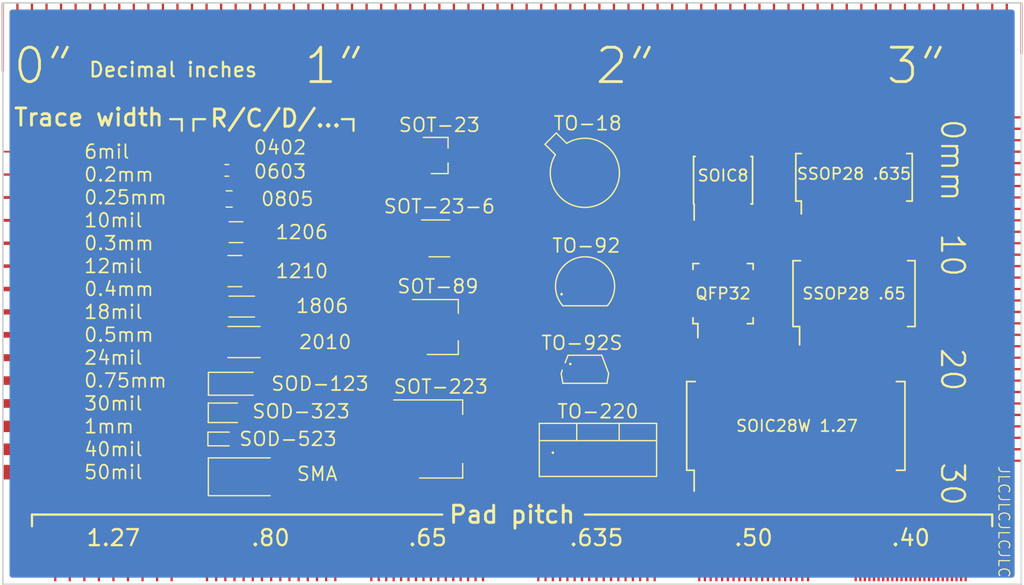
<source format=kicad_pcb>
(kicad_pcb (version 20171130) (host pcbnew 5.1.6-c6e7f7d~87~ubuntu18.04.1)

  (general
    (thickness 0.6)
    (drawings 51)
    (tracks 0)
    (zones 0)
    (modules 243)
    (nets 1)
  )

  (page User 215.9 139.7)
  (title_block
    (title "Business Card")
    (date 2020-09-10)
    (rev 3.1.1)
    (company "TLA CONSULTING, LLC")
    (comment 3 "Use it with attribution, please.")
    (comment 4 "The verso of ji@tla.org's business card.")
  )

  (layers
    (0 F.Cu signal)
    (31 B.Cu signal)
    (32 B.Adhes user hide)
    (33 F.Adhes user hide)
    (34 B.Paste user hide)
    (35 F.Paste user hide)
    (36 B.SilkS user)
    (37 F.SilkS user)
    (38 B.Mask user)
    (39 F.Mask user)
    (40 Dwgs.User user hide)
    (41 Cmts.User user)
    (42 Eco1.User user hide)
    (43 Eco2.User user hide)
    (44 Edge.Cuts user)
    (45 Margin user hide)
    (46 B.CrtYd user hide)
    (47 F.CrtYd user hide)
    (48 B.Fab user hide)
    (49 F.Fab user hide)
  )

  (setup
    (last_trace_width 0.25)
    (trace_clearance 0.2)
    (zone_clearance 0.508)
    (zone_45_only no)
    (trace_min 0.2)
    (via_size 0.8)
    (via_drill 0.4)
    (via_min_size 0.4)
    (via_min_drill 0.3)
    (uvia_size 0.3)
    (uvia_drill 0.1)
    (uvias_allowed no)
    (uvia_min_size 0.2)
    (uvia_min_drill 0.1)
    (edge_width 0.05)
    (segment_width 0.2)
    (pcb_text_width 0.3)
    (pcb_text_size 1.5 1.5)
    (mod_edge_width 0.12)
    (mod_text_size 1 1)
    (mod_text_width 0.15)
    (pad_size 1.524 1.524)
    (pad_drill 0.762)
    (pad_to_mask_clearance 0.05)
    (aux_axis_origin 0 0)
    (visible_elements FFFFFF7F)
    (pcbplotparams
      (layerselection 0x010fc_ffffffff)
      (usegerberextensions false)
      (usegerberattributes true)
      (usegerberadvancedattributes true)
      (creategerberjobfile true)
      (excludeedgelayer true)
      (linewidth 0.100000)
      (plotframeref false)
      (viasonmask false)
      (mode 1)
      (useauxorigin false)
      (hpglpennumber 1)
      (hpglpenspeed 20)
      (hpglpendiameter 15.000000)
      (psnegative false)
      (psa4output false)
      (plotreference true)
      (plotvalue true)
      (plotinvisibletext false)
      (padsonsilk false)
      (subtractmaskfromsilk false)
      (outputformat 1)
      (mirror false)
      (drillshape 1)
      (scaleselection 1)
      (outputdirectory ""))
  )

  (net 0 "")

  (net_class Default "This is the default net class."
    (clearance 0.2)
    (trace_width 0.25)
    (via_dia 0.8)
    (via_drill 0.4)
    (uvia_dia 0.3)
    (uvia_drill 0.1)
  )

  (module jicad:2mmline (layer F.Cu) (tedit 5C49DD03) (tstamp 5F5A8D55)
    (at 48.068 73.93)
    (fp_text reference REF** (at 0 3) (layer F.SilkS) hide
      (effects (font (size 2 2) (thickness 0.2)))
    )
    (fp_text value 2mmline (at 0 -0.381) (layer F.Fab) hide
      (effects (font (size 0.762 0.762) (thickness 0.15)))
    )
    (pad "" smd rect (at 0 1) (size 0.2 2) (layers F.Cu F.Mask))
  )

  (module jicad:2mmline (layer F.Cu) (tedit 5C49DD03) (tstamp 5F5A8D51)
    (at 51.211 73.93)
    (fp_text reference REF** (at 0 3) (layer F.SilkS) hide
      (effects (font (size 2 2) (thickness 0.2)))
    )
    (fp_text value 2mmline (at 0 -0.381) (layer F.Fab) hide
      (effects (font (size 0.762 0.762) (thickness 0.15)))
    )
    (pad "" smd rect (at 0 1) (size 0.2 2) (layers F.Cu F.Mask))
  )

  (module jicad:2mmline (layer F.Cu) (tedit 5C49DD03) (tstamp 5F5A8D4D)
    (at 53.161 73.93)
    (fp_text reference REF** (at 0 3) (layer F.SilkS) hide
      (effects (font (size 2 2) (thickness 0.2)))
    )
    (fp_text value 2mmline (at 0 -0.381) (layer F.Fab) hide
      (effects (font (size 0.762 0.762) (thickness 0.15)))
    )
    (pad "" smd rect (at 0 1) (size 0.2 2) (layers F.Cu F.Mask))
  )

  (module jicad:2mmline (layer F.Cu) (tedit 5C49DD03) (tstamp 5F5A8D49)
    (at 53.811 73.93)
    (fp_text reference REF** (at 0 3) (layer F.SilkS) hide
      (effects (font (size 2 2) (thickness 0.2)))
    )
    (fp_text value 2mmline (at 0 -0.381) (layer F.Fab) hide
      (effects (font (size 0.762 0.762) (thickness 0.15)))
    )
    (pad "" smd rect (at 0 1) (size 0.2 2) (layers F.Cu F.Mask))
  )

  (module Package_TO_SOT_SMD:SOT-89-3 (layer F.Cu) (tedit 5A02FF57) (tstamp 5F5A8D32)
    (at 57.023 53.721)
    (descr SOT-89-3)
    (tags SOT-89-3)
    (attr smd)
    (fp_text reference SOT-89 (at 0 -3.556) (layer F.SilkS)
      (effects (font (size 1.2 1.2) (thickness 0.15)))
    )
    (fp_text value SOT-89-3 (at 0.45 3.25) (layer F.Fab)
      (effects (font (size 1 1) (thickness 0.15)))
    )
    (fp_line (start 1.78 1.2) (end 1.78 2.4) (layer F.SilkS) (width 0.12))
    (fp_line (start 1.78 2.4) (end -0.92 2.4) (layer F.SilkS) (width 0.12))
    (fp_line (start -2.22 -2.4) (end 1.78 -2.4) (layer F.SilkS) (width 0.12))
    (fp_line (start 1.78 -2.4) (end 1.78 -1.2) (layer F.SilkS) (width 0.12))
    (fp_line (start -0.92 -1.51) (end -0.13 -2.3) (layer F.Fab) (width 0.1))
    (fp_line (start 1.68 -2.3) (end 1.68 2.3) (layer F.Fab) (width 0.1))
    (fp_line (start 1.68 2.3) (end -0.92 2.3) (layer F.Fab) (width 0.1))
    (fp_line (start -0.92 2.3) (end -0.92 -1.51) (layer F.Fab) (width 0.1))
    (fp_line (start -0.13 -2.3) (end 1.68 -2.3) (layer F.Fab) (width 0.1))
    (fp_line (start 3.23 -2.55) (end 3.23 2.55) (layer F.CrtYd) (width 0.05))
    (fp_line (start 3.23 -2.55) (end -2.48 -2.55) (layer F.CrtYd) (width 0.05))
    (fp_line (start -2.48 2.55) (end 3.23 2.55) (layer F.CrtYd) (width 0.05))
    (fp_line (start -2.48 2.55) (end -2.48 -2.55) (layer F.CrtYd) (width 0.05))
    (fp_text user %R (at 0.38 0 90) (layer F.Fab)
      (effects (font (size 0.6 0.6) (thickness 0.09)))
    )
    (pad 2 smd trapezoid (at 2.667 0 270) (size 1.6 0.85) (rect_delta 0 0.6 ) (layers F.Cu F.Paste F.Mask))
    (pad 1 smd rect (at -1.48 -1.5 270) (size 1 1.5) (layers F.Cu F.Paste F.Mask))
    (pad 2 smd rect (at -1.3335 0 270) (size 1 1.8) (layers F.Cu F.Paste F.Mask))
    (pad 3 smd rect (at -1.48 1.5 270) (size 1 1.5) (layers F.Cu F.Paste F.Mask))
    (pad 2 smd rect (at 1.3335 0 270) (size 2.2 1.84) (layers F.Cu F.Paste F.Mask))
    (pad 2 smd trapezoid (at -0.0762 0 90) (size 1.5 1) (rect_delta 0 0.7 ) (layers F.Cu F.Paste F.Mask))
    (model ${KISYS3DMOD}/Package_TO_SOT_SMD.3dshapes/SOT-89-3.wrl
      (at (xyz 0 0 0))
      (scale (xyz 1 1 1))
      (rotate (xyz 0 0 0))
    )
  )

  (module Package_TO_SOT_SMD:SOT-23-6 (layer F.Cu) (tedit 5E225715) (tstamp 5F5A8D1D)
    (at 57.15 45.974)
    (descr "6-pin SOT-23 package")
    (tags SOT-23-6)
    (attr smd)
    (fp_text reference SOT-23-6 (at 0 -2.794) (layer F.SilkS)
      (effects (font (size 1.2 1.2) (thickness 0.15)))
    )
    (fp_text value SOT-23-6 (at 0 2.9) (layer F.Fab) hide
      (effects (font (size 1 1) (thickness 0.15)))
    )
    (fp_line (start -0.9 1.61) (end 0.9 1.61) (layer F.SilkS) (width 0.12))
    (fp_line (start 0.9 -1.61) (end -1.55 -1.61) (layer F.SilkS) (width 0.12))
    (fp_line (start 1.9 -1.8) (end -1.9 -1.8) (layer F.CrtYd) (width 0.05))
    (fp_line (start 1.9 1.8) (end 1.9 -1.8) (layer F.CrtYd) (width 0.05))
    (fp_line (start -1.9 1.8) (end 1.9 1.8) (layer F.CrtYd) (width 0.05))
    (fp_line (start -1.9 -1.8) (end -1.9 1.8) (layer F.CrtYd) (width 0.05))
    (fp_line (start -0.9 -0.9) (end -0.25 -1.55) (layer F.Fab) (width 0.1))
    (fp_line (start 0.9 -1.55) (end -0.25 -1.55) (layer F.Fab) (width 0.1))
    (fp_line (start -0.9 -0.9) (end -0.9 1.55) (layer F.Fab) (width 0.1))
    (fp_line (start 0.9 1.55) (end -0.9 1.55) (layer F.Fab) (width 0.1))
    (fp_line (start 0.9 -1.55) (end 0.9 1.55) (layer F.Fab) (width 0.1))
    (fp_text user %R (at 0 0 90) (layer F.Fab)
      (effects (font (size 0.5 0.5) (thickness 0.075)))
    )
    (pad 1 smd rect (at -1.1 -0.95) (size 1.06 0.65) (layers F.Cu F.Paste F.Mask))
    (pad 2 smd rect (at -1.1 0) (size 1.06 0.65) (layers F.Cu F.Paste F.Mask))
    (pad 3 smd rect (at -1.1 0.95) (size 1.06 0.65) (layers F.Cu F.Paste F.Mask))
    (pad 4 smd rect (at 1.1 0.95) (size 1.06 0.65) (layers F.Cu F.Paste F.Mask))
    (pad 6 smd rect (at 1.1 -0.95) (size 1.06 0.65) (layers F.Cu F.Paste F.Mask))
    (pad 5 smd rect (at 1.1 0) (size 1.06 0.65) (layers F.Cu F.Paste F.Mask))
    (model ${KISYS3DMOD}/Package_TO_SOT_SMD.3dshapes/SOT-23-6.wrl
      (at (xyz 0 0 0))
      (scale (xyz 1 1 1))
      (rotate (xyz 0 0 0))
    )
  )

  (module jicad:Xmmline (layer F.Cu) (tedit 5C6B572E) (tstamp 5F5A8D19)
    (at 58.42 25.4)
    (fp_text reference 1″ (at 0.75 5.5) (layer F.SilkS) hide
      (effects (font (size 3 3) (thickness 0.25)) (justify left))
    )
    (fp_text value 1″ (at 0 0) (layer F.Fab) hide
      (effects (font (size 0.762 0.762) (thickness 0.15)))
    )
    (pad 1 smd rect (at 0 0.75) (size 0.2 1.5) (layers F.Cu F.Mask))
  )

  (module jicad:Xmmline (layer F.Cu) (tedit 5C6B572E) (tstamp 5F5A8D15)
    (at 57.15 25.4)
    (fp_text reference 1″ (at 0.75 5.5) (layer F.SilkS) hide
      (effects (font (size 3 3) (thickness 0.25)) (justify left))
    )
    (fp_text value 1″ (at 0 0) (layer F.Fab) hide
      (effects (font (size 0.762 0.762) (thickness 0.15)))
    )
    (pad 1 smd rect (at 0 2.25) (size 0.2 4.5) (layers F.Cu F.Mask))
  )

  (module jicad:Xmmline (layer F.Cu) (tedit 5C6B572E) (tstamp 5F5A8D11)
    (at 55.88 25.4)
    (fp_text reference 1″ (at 0.75 5.5) (layer F.SilkS) hide
      (effects (font (size 3 3) (thickness 0.25)) (justify left))
    )
    (fp_text value 1″ (at 0 0) (layer F.Fab) hide
      (effects (font (size 0.762 0.762) (thickness 0.15)))
    )
    (pad 1 smd rect (at 0 0.75) (size 0.2 1.5) (layers F.Cu F.Mask))
  )

  (module jicad:Xmmline (layer F.Cu) (tedit 5C6B572E) (tstamp 5F5A8D0D)
    (at 54.61 25.4)
    (fp_text reference 1″ (at 0.75 5.5) (layer F.SilkS) hide
      (effects (font (size 3 3) (thickness 0.25)) (justify left))
    )
    (fp_text value 1″ (at 0 0) (layer F.Fab) hide
      (effects (font (size 0.762 0.762) (thickness 0.15)))
    )
    (pad 1 smd rect (at 0 1.5) (size 0.2 3) (layers F.Cu F.Mask))
  )

  (module jicad:Xmmline (layer F.Cu) (tedit 5C6B572E) (tstamp 5F5A8D09)
    (at 53.34 25.4)
    (fp_text reference 1″ (at 0.75 5.5) (layer F.SilkS) hide
      (effects (font (size 3 3) (thickness 0.25)) (justify left))
    )
    (fp_text value 1″ (at 0 0) (layer F.Fab) hide
      (effects (font (size 0.762 0.762) (thickness 0.15)))
    )
    (pad 1 smd rect (at 0 0.75) (size 0.2 1.5) (layers F.Cu F.Mask))
  )

  (module jicad:Xmmline (layer F.Cu) (tedit 5C6B572E) (tstamp 5F5A8D05)
    (at 52.07 25.4)
    (fp_text reference 1″ (at 0.75 5.5) (layer F.SilkS) hide
      (effects (font (size 3 3) (thickness 0.25)) (justify left))
    )
    (fp_text value 1″ (at 0 0) (layer F.Fab) hide
      (effects (font (size 0.762 0.762) (thickness 0.15)))
    )
    (pad 1 smd rect (at 0 1.5) (size 0.2 3) (layers F.Cu F.Mask))
  )

  (module jicad:Xmmline (layer F.Cu) (tedit 5C6B572E) (tstamp 5F5A8D01)
    (at 49.53 25.4)
    (fp_text reference 1″ (at 0.75 5.5) (layer F.SilkS) hide
      (effects (font (size 3 3) (thickness 0.25)) (justify left))
    )
    (fp_text value 1″ (at 0 0) (layer F.Fab) hide
      (effects (font (size 0.762 0.762) (thickness 0.15)))
    )
    (pad 1 smd rect (at 0 1.5) (size 0.2 3) (layers F.Cu F.Mask))
  )

  (module jicad:Xmmline (layer F.Cu) (tedit 5C6B572E) (tstamp 5F5A8CFD)
    (at 48.26 25.4)
    (fp_text reference 1″ (at 0.75 5.5) (layer F.SilkS) hide
      (effects (font (size 3 3) (thickness 0.25)) (justify left))
    )
    (fp_text value 1″ (at 0 0) (layer F.Fab) hide
      (effects (font (size 0.762 0.762) (thickness 0.15)))
    )
    (pad 1 smd rect (at 0 0.75) (size 0.2 1.5) (layers F.Cu F.Mask))
  )

  (module jicad:Xmmline (layer F.Cu) (tedit 5C6B572E) (tstamp 5F5A8CF9)
    (at 46.99 25.4)
    (fp_text reference 1″ (at 0.75 5.5) (layer F.SilkS) hide
      (effects (font (size 3 3) (thickness 0.25)) (justify left))
    )
    (fp_text value 1″ (at 0 0) (layer F.Fab) hide
      (effects (font (size 0.762 0.762) (thickness 0.15)))
    )
    (pad 1 smd rect (at 0 1.5) (size 0.2 3) (layers F.Cu F.Mask))
  )

  (module jicad:Xmmline (layer F.Cu) (tedit 5C6B572E) (tstamp 5F5A8CF5)
    (at 45.72 25.4)
    (fp_text reference 1″ (at 0.75 5.5) (layer F.SilkS) hide
      (effects (font (size 3 3) (thickness 0.25)) (justify left))
    )
    (fp_text value 1″ (at 0 0) (layer F.Fab) hide
      (effects (font (size 0.762 0.762) (thickness 0.15)))
    )
    (pad 1 smd rect (at 0 0.75) (size 0.2 1.5) (layers F.Cu F.Mask))
  )

  (module jicad:Xmmline (layer F.Cu) (tedit 5C6B572E) (tstamp 5F5A8CF1)
    (at 44.45 25.4)
    (fp_text reference 1″ (at 0.75 5.5) (layer F.SilkS)
      (effects (font (size 3 3) (thickness 0.25)) (justify left))
    )
    (fp_text value 1″ (at 0 0) (layer F.Fab) hide
      (effects (font (size 0.762 0.762) (thickness 0.15)))
    )
    (pad 1 smd rect (at 0 3) (size 0.2 6) (layers F.Cu F.Mask))
  )

  (module jicad:Xmmline (layer F.Cu) (tedit 5C6B572E) (tstamp 5F5A8CED)
    (at 43.18 25.4)
    (fp_text reference 0″ (at 0.75 5.5) (layer F.SilkS) hide
      (effects (font (size 3 3) (thickness 0.25)) (justify left))
    )
    (fp_text value 0″ (at 0 0) (layer F.Fab) hide
      (effects (font (size 0.762 0.762) (thickness 0.15)))
    )
    (pad 1 smd rect (at 0 0.75) (size 0.2 1.5) (layers F.Cu F.Mask))
  )

  (module jicad:Xmmline (layer F.Cu) (tedit 5C6B572E) (tstamp 5F5A8CE9)
    (at 41.91 25.4)
    (fp_text reference 0″ (at 0.75 5.5) (layer F.SilkS) hide
      (effects (font (size 3 3) (thickness 0.25)) (justify left))
    )
    (fp_text value 0″ (at 0 0) (layer F.Fab) hide
      (effects (font (size 0.762 0.762) (thickness 0.15)))
    )
    (pad 1 smd rect (at 0 1.5) (size 0.2 3) (layers F.Cu F.Mask))
  )

  (module jicad:Xmmline (layer F.Cu) (tedit 5C6B572E) (tstamp 5F5A8CE5)
    (at 40.64 25.4)
    (fp_text reference 0″ (at 0.75 5.5) (layer F.SilkS) hide
      (effects (font (size 3 3) (thickness 0.25)) (justify left))
    )
    (fp_text value 0″ (at 0 0) (layer F.Fab) hide
      (effects (font (size 0.762 0.762) (thickness 0.15)))
    )
    (pad 1 smd rect (at 0 0.75) (size 0.2 1.5) (layers F.Cu F.Mask))
  )

  (module jicad:Xmmline (layer F.Cu) (tedit 5C6B572E) (tstamp 5F5A8CE1)
    (at 39.37 25.4)
    (fp_text reference 0″ (at 0.75 5.5) (layer F.SilkS) hide
      (effects (font (size 3 3) (thickness 0.25)) (justify left))
    )
    (fp_text value 0″ (at 0 0) (layer F.Fab) hide
      (effects (font (size 0.762 0.762) (thickness 0.15)))
    )
    (pad 1 smd rect (at 0 1.5) (size 0.2 3) (layers F.Cu F.Mask))
  )

  (module jicad:Xmmline (layer F.Cu) (tedit 5C6B572E) (tstamp 5F5A8CDD)
    (at 38.1 25.4)
    (fp_text reference 0″ (at 0.75 5.5) (layer F.SilkS) hide
      (effects (font (size 3 3) (thickness 0.25)) (justify left))
    )
    (fp_text value 0″ (at 0 0) (layer F.Fab) hide
      (effects (font (size 0.762 0.762) (thickness 0.15)))
    )
    (pad 1 smd rect (at 0 0.75) (size 0.2 1.5) (layers F.Cu F.Mask))
  )

  (module jicad:Xmmline (layer F.Cu) (tedit 5C6B572E) (tstamp 5F5A8CD9)
    (at 36.83 25.4)
    (fp_text reference 0″ (at 0.75 5.5) (layer F.SilkS) hide
      (effects (font (size 3 3) (thickness 0.25)) (justify left))
    )
    (fp_text value 0″ (at 0 0) (layer F.Fab) hide
      (effects (font (size 0.762 0.762) (thickness 0.15)))
    )
    (pad 1 smd rect (at 0 1.5) (size 0.2 3) (layers F.Cu F.Mask))
  )

  (module jicad:Xmmline (layer F.Cu) (tedit 5C6B572E) (tstamp 5F5A8CD5)
    (at 35.56 25.4)
    (fp_text reference 0″ (at 0.75 5.5) (layer F.SilkS) hide
      (effects (font (size 3 3) (thickness 0.25)) (justify left))
    )
    (fp_text value 0″ (at 0 0) (layer F.Fab) hide
      (effects (font (size 0.762 0.762) (thickness 0.15)))
    )
    (pad 1 smd rect (at 0 0.75) (size 0.2 1.5) (layers F.Cu F.Mask))
  )

  (module jicad:Xmmline (layer F.Cu) (tedit 5C6B572E) (tstamp 5F5A8CD1)
    (at 34.29 25.4)
    (fp_text reference 0″ (at 0.75 5.5) (layer F.SilkS) hide
      (effects (font (size 3 3) (thickness 0.25)) (justify left))
    )
    (fp_text value 0″ (at 0 0) (layer F.Fab) hide
      (effects (font (size 0.762 0.762) (thickness 0.15)))
    )
    (pad 1 smd rect (at 0 1.5) (size 0.2 3) (layers F.Cu F.Mask))
  )

  (module jicad:Xmmline (layer F.Cu) (tedit 5C6B572E) (tstamp 5F5A8CCD)
    (at 33.02 25.4)
    (fp_text reference 0″ (at 0.75 5.5) (layer F.SilkS) hide
      (effects (font (size 3 3) (thickness 0.25)) (justify left))
    )
    (fp_text value 0″ (at 0 0) (layer F.Fab) hide
      (effects (font (size 0.762 0.762) (thickness 0.15)))
    )
    (pad 1 smd rect (at 0 0.75) (size 0.2 1.5) (layers F.Cu F.Mask))
  )

  (module jicad:Xmmline (layer F.Cu) (tedit 5C6B572E) (tstamp 5F5A8CC9)
    (at 31.75 25.4)
    (fp_text reference 0″ (at 0.75 5.5) (layer F.SilkS) hide
      (effects (font (size 3 3) (thickness 0.25)) (justify left))
    )
    (fp_text value 0″ (at 0 0) (layer F.Fab) hide
      (effects (font (size 0.762 0.762) (thickness 0.15)))
    )
    (pad 1 smd rect (at 0 2.25) (size 0.2 4.5) (layers F.Cu F.Mask))
  )

  (module jicad:Xmmline (layer F.Cu) (tedit 5C6B572E) (tstamp 5F5A8CC5)
    (at 30.48 25.4)
    (fp_text reference 0″ (at 0.75 5.5) (layer F.SilkS) hide
      (effects (font (size 3 3) (thickness 0.25)) (justify left))
    )
    (fp_text value 0″ (at 0 0) (layer F.Fab) hide
      (effects (font (size 0.762 0.762) (thickness 0.15)))
    )
    (pad 1 smd rect (at 0 0.75) (size 0.2 1.5) (layers F.Cu F.Mask))
  )

  (module jicad:Xmmline (layer F.Cu) (tedit 5C6B572E) (tstamp 5F5A8CC1)
    (at 29.21 25.4)
    (fp_text reference 0″ (at 0.75 5.5) (layer F.SilkS) hide
      (effects (font (size 3 3) (thickness 0.25)) (justify left))
    )
    (fp_text value 0″ (at 0 0) (layer F.Fab) hide
      (effects (font (size 0.762 0.762) (thickness 0.15)))
    )
    (pad 1 smd rect (at 0 1.5) (size 0.2 3) (layers F.Cu F.Mask))
  )

  (module jicad:Xmmline (layer F.Cu) (tedit 5C6B572E) (tstamp 5F5A8CBD)
    (at 27.94 25.4)
    (fp_text reference 0″ (at 0.75 5.5) (layer F.SilkS) hide
      (effects (font (size 3 3) (thickness 0.25)) (justify left))
    )
    (fp_text value 0″ (at 0 0) (layer F.Fab) hide
      (effects (font (size 0.762 0.762) (thickness 0.15)))
    )
    (pad 1 smd rect (at 0 0.75) (size 0.2 1.5) (layers F.Cu F.Mask))
  )

  (module jicad:Xmmline (layer F.Cu) (tedit 5C6B572E) (tstamp 5F5A8CB9)
    (at 26.67 25.4)
    (fp_text reference 0″ (at 0.75 5.5) (layer F.SilkS) hide
      (effects (font (size 3 3) (thickness 0.25)) (justify left))
    )
    (fp_text value 0″ (at 0 0) (layer F.Fab) hide
      (effects (font (size 0.762 0.762) (thickness 0.15)))
    )
    (pad 1 smd rect (at 0 1.5) (size 0.2 3) (layers F.Cu F.Mask))
  )

  (module jicad:Xmmline (layer F.Cu) (tedit 5C6B572E) (tstamp 5F5A8CB5)
    (at 25.4 25.4)
    (fp_text reference 0″ (at 0.75 5.5) (layer F.SilkS) hide
      (effects (font (size 3 3) (thickness 0.25)) (justify left))
    )
    (fp_text value 0″ (at 0 0) (layer F.Fab) hide
      (effects (font (size 0.762 0.762) (thickness 0.15)))
    )
    (pad 1 smd rect (at 0 0.75) (size 0.2 1.5) (layers F.Cu F.Mask))
  )

  (module jicad:Xmmline (layer F.Cu) (tedit 5C6B572E) (tstamp 5F5A8CB1)
    (at 24.13 25.4)
    (fp_text reference 0″ (at 0.75 5.5) (layer F.SilkS) hide
      (effects (font (size 3 3) (thickness 0.25)) (justify left))
    )
    (fp_text value 0″ (at 0 0) (layer F.Fab) hide
      (effects (font (size 0.762 0.762) (thickness 0.15)))
    )
    (pad 1 smd rect (at 0 1.5) (size 0.2 3) (layers F.Cu F.Mask))
  )

  (module jicad:Xmmline (layer F.Cu) (tedit 5C6B572E) (tstamp 5F5A8CAD)
    (at 22.86 25.4)
    (fp_text reference 0″ (at 0.75 5.5) (layer F.SilkS) hide
      (effects (font (size 3 3) (thickness 0.25)) (justify left))
    )
    (fp_text value 0″ (at 0 0) (layer F.Fab) hide
      (effects (font (size 0.762 0.762) (thickness 0.15)))
    )
    (pad 1 smd rect (at 0 0.75) (size 0.2 1.5) (layers F.Cu F.Mask))
  )

  (module jicad:Xmmline (layer F.Cu) (tedit 5C6B572E) (tstamp 5F5A8CA9)
    (at 21.59 25.4)
    (fp_text reference 0″ (at 0.75 5.5) (layer F.SilkS) hide
      (effects (font (size 3 3) (thickness 0.25)) (justify left))
    )
    (fp_text value 0″ (at 0 0) (layer F.Fab) hide
      (effects (font (size 0.762 0.762) (thickness 0.15)))
    )
    (pad 1 smd rect (at 0 1.5) (size 0.2 3) (layers F.Cu F.Mask))
  )

  (module jicad:Xmmline (layer F.Cu) (tedit 5C6B572E) (tstamp 5F5A8CA5)
    (at 20.32 25.4)
    (fp_text reference 0″ (at 0.75 5.5) (layer F.SilkS) hide
      (effects (font (size 3 3) (thickness 0.25)) (justify left))
    )
    (fp_text value 0″ (at 0 0) (layer F.Fab) hide
      (effects (font (size 0.762 0.762) (thickness 0.15)))
    )
    (pad 1 smd rect (at 0 0.75) (size 0.2 1.5) (layers F.Cu F.Mask))
  )

  (module jicad:Xmmline (layer F.Cu) (tedit 5C6B572E) (tstamp 5F5A8CA1)
    (at 19.05 25.4)
    (fp_text reference 0″ (at 0.75 5.5) (layer F.SilkS)
      (effects (font (size 3 3) (thickness 0.25)) (justify left))
    )
    (fp_text value 0″ (at 0 0) (layer F.Fab) hide
      (effects (font (size 0.762 0.762) (thickness 0.15)))
    )
    (pad 1 smd rect (at 0 3) (size 0.2 6) (layers F.Cu F.Mask))
  )

  (module Package_QFP:LQFP-32_5x5mm_P0.5mm (layer F.Cu) (tedit 5A02F146) (tstamp 5F5A8C6B)
    (at 81.915 50.8 90)
    (descr "LQFP32: plastic low profile quad flat package; 32 leads; body 5 x 5 x 1.4 mm (see NXP sot401-1_fr.pdf and sot401-1_po.pdf)")
    (tags "QFP 0.5")
    (attr smd)
    (fp_text reference QFP32 (at 0 0 180) (layer F.SilkS)
      (effects (font (size 1 1) (thickness 0.15)))
    )
    (fp_text value LQFP-32_5x5mm_P0.5mm (at 0 4.85 90) (layer F.Fab)
      (effects (font (size 1 1) (thickness 0.15)))
    )
    (fp_line (start -1.5 -2.5) (end 2.5 -2.5) (layer F.Fab) (width 0.15))
    (fp_line (start 2.5 -2.5) (end 2.5 2.5) (layer F.Fab) (width 0.15))
    (fp_line (start 2.5 2.5) (end -2.5 2.5) (layer F.Fab) (width 0.15))
    (fp_line (start -2.5 2.5) (end -2.5 -1.5) (layer F.Fab) (width 0.15))
    (fp_line (start -2.5 -1.5) (end -1.5 -2.5) (layer F.Fab) (width 0.15))
    (fp_line (start -4.1 -4.1) (end -4.1 4.1) (layer F.CrtYd) (width 0.05))
    (fp_line (start 4.1 -4.1) (end 4.1 4.1) (layer F.CrtYd) (width 0.05))
    (fp_line (start -4.1 -4.1) (end 4.1 -4.1) (layer F.CrtYd) (width 0.05))
    (fp_line (start -4.1 4.1) (end 4.1 4.1) (layer F.CrtYd) (width 0.05))
    (fp_line (start -2.625 -2.625) (end -2.625 -2.2) (layer F.SilkS) (width 0.15))
    (fp_line (start 2.625 -2.625) (end 2.625 -2.115) (layer F.SilkS) (width 0.15))
    (fp_line (start 2.625 2.625) (end 2.625 2.115) (layer F.SilkS) (width 0.15))
    (fp_line (start -2.625 2.625) (end -2.625 2.115) (layer F.SilkS) (width 0.15))
    (fp_line (start -2.625 -2.625) (end -2.115 -2.625) (layer F.SilkS) (width 0.15))
    (fp_line (start -2.625 2.625) (end -2.115 2.625) (layer F.SilkS) (width 0.15))
    (fp_line (start 2.625 2.625) (end 2.115 2.625) (layer F.SilkS) (width 0.15))
    (fp_line (start 2.625 -2.625) (end 2.115 -2.625) (layer F.SilkS) (width 0.15))
    (fp_line (start -2.625 -2.2) (end -3.85 -2.2) (layer F.SilkS) (width 0.15))
    (fp_text user %R (at 0 0 90) (layer F.Fab)
      (effects (font (size 1 1) (thickness 0.15)))
    )
    (pad 1 smd rect (at -3.25 -1.75 90) (size 1.2 0.28) (layers F.Cu F.Paste F.Mask))
    (pad 2 smd rect (at -3.25 -1.25 90) (size 1.2 0.28) (layers F.Cu F.Paste F.Mask))
    (pad 3 smd rect (at -3.25 -0.75 90) (size 1.2 0.28) (layers F.Cu F.Paste F.Mask))
    (pad 4 smd rect (at -3.25 -0.25 90) (size 1.2 0.28) (layers F.Cu F.Paste F.Mask))
    (pad 5 smd rect (at -3.25 0.25 90) (size 1.2 0.28) (layers F.Cu F.Paste F.Mask))
    (pad 6 smd rect (at -3.25 0.75 90) (size 1.2 0.28) (layers F.Cu F.Paste F.Mask))
    (pad 7 smd rect (at -3.25 1.25 90) (size 1.2 0.28) (layers F.Cu F.Paste F.Mask))
    (pad 8 smd rect (at -3.25 1.75 90) (size 1.2 0.28) (layers F.Cu F.Paste F.Mask))
    (pad 9 smd rect (at -1.75 3.25 180) (size 1.2 0.28) (layers F.Cu F.Paste F.Mask))
    (pad 10 smd rect (at -1.25 3.25 180) (size 1.2 0.28) (layers F.Cu F.Paste F.Mask))
    (pad 11 smd rect (at -0.75 3.25 180) (size 1.2 0.28) (layers F.Cu F.Paste F.Mask))
    (pad 12 smd rect (at -0.25 3.25 180) (size 1.2 0.28) (layers F.Cu F.Paste F.Mask))
    (pad 13 smd rect (at 0.25 3.25 180) (size 1.2 0.28) (layers F.Cu F.Paste F.Mask))
    (pad 14 smd rect (at 0.75 3.25 180) (size 1.2 0.28) (layers F.Cu F.Paste F.Mask))
    (pad 15 smd rect (at 1.25 3.25 180) (size 1.2 0.28) (layers F.Cu F.Paste F.Mask))
    (pad 16 smd rect (at 1.75 3.25 180) (size 1.2 0.28) (layers F.Cu F.Paste F.Mask))
    (pad 17 smd rect (at 3.25 1.75 90) (size 1.2 0.28) (layers F.Cu F.Paste F.Mask))
    (pad 18 smd rect (at 3.25 1.25 90) (size 1.2 0.28) (layers F.Cu F.Paste F.Mask))
    (pad 19 smd rect (at 3.25 0.75 90) (size 1.2 0.28) (layers F.Cu F.Paste F.Mask))
    (pad 20 smd rect (at 3.25 0.25 90) (size 1.2 0.28) (layers F.Cu F.Paste F.Mask))
    (pad 21 smd rect (at 3.25 -0.25 90) (size 1.2 0.28) (layers F.Cu F.Paste F.Mask))
    (pad 22 smd rect (at 3.25 -0.75 90) (size 1.2 0.28) (layers F.Cu F.Paste F.Mask))
    (pad 23 smd rect (at 3.25 -1.25 90) (size 1.2 0.28) (layers F.Cu F.Paste F.Mask))
    (pad 24 smd rect (at 3.25 -1.75 90) (size 1.2 0.28) (layers F.Cu F.Paste F.Mask))
    (pad 25 smd rect (at 1.75 -3.25 180) (size 1.2 0.28) (layers F.Cu F.Paste F.Mask))
    (pad 26 smd rect (at 1.25 -3.25 180) (size 1.2 0.28) (layers F.Cu F.Paste F.Mask))
    (pad 27 smd rect (at 0.75 -3.25 180) (size 1.2 0.28) (layers F.Cu F.Paste F.Mask))
    (pad 28 smd rect (at 0.25 -3.25 180) (size 1.2 0.28) (layers F.Cu F.Paste F.Mask))
    (pad 29 smd rect (at -0.25 -3.25 180) (size 1.2 0.28) (layers F.Cu F.Paste F.Mask))
    (pad 30 smd rect (at -0.75 -3.25 180) (size 1.2 0.28) (layers F.Cu F.Paste F.Mask))
    (pad 31 smd rect (at -1.25 -3.25 180) (size 1.2 0.28) (layers F.Cu F.Paste F.Mask))
    (pad 32 smd rect (at -1.75 -3.25 180) (size 1.2 0.28) (layers F.Cu F.Paste F.Mask))
    (model ${KISYS3DMOD}/Package_QFP.3dshapes/LQFP-32_5x5mm_P0.5mm.wrl
      (at (xyz 0 0 0))
      (scale (xyz 1 1 1))
      (rotate (xyz 0 0 0))
    )
  )

  (module jicad:TO-92S (layer F.Cu) (tedit 5C4E5DEE) (tstamp 5F5A8C50)
    (at 68.58 57.785)
    (descr "TO-92S package, drill 0.75mm (https://www.diodes.com/assets/Package-Files/TO92S%20(Type%20B).pdf)")
    (tags "to-92S transistor")
    (fp_text reference TO-92S (at 1.016 -2.677) (layer F.SilkS)
      (effects (font (size 1.2 1.2) (thickness 0.15)))
    )
    (fp_text value TO-92S (at 1.15 1.8) (layer F.Fab)
      (effects (font (size 1 1) (thickness 0.15)))
    )
    (fp_line (start -0.2 -1.6) (end -0.45 -0.95) (layer F.SilkS) (width 0.12))
    (fp_line (start -1 0) (end -0.75 1) (layer F.CrtYd) (width 0.05))
    (fp_line (start -0.3 -1.8) (end -1 0) (layer F.CrtYd) (width 0.05))
    (fp_line (start 2.85 -1.8) (end -0.3 -1.8) (layer F.CrtYd) (width 0.05))
    (fp_line (start 3.5 0) (end 2.85 -1.8) (layer F.CrtYd) (width 0.05))
    (fp_line (start 3.3 1) (end 3.5 0) (layer F.CrtYd) (width 0.05))
    (fp_line (start -0.75 1) (end 3.3 1) (layer F.CrtYd) (width 0.05))
    (fp_line (start -0.8 0) (end -0.65 0.85) (layer F.SilkS) (width 0.12))
    (fp_line (start -0.7 -0.3) (end -0.8 0) (layer F.SilkS) (width 0.12))
    (fp_line (start 2.75 -1.6) (end -0.2 -1.6) (layer F.SilkS) (width 0.12))
    (fp_line (start 3.35 0) (end 2.75 -1.6) (layer F.SilkS) (width 0.12))
    (fp_line (start 3.2 0.85) (end 3.35 0) (layer F.SilkS) (width 0.12))
    (fp_line (start -0.65 0.85) (end 3.2 0.85) (layer F.SilkS) (width 0.12))
    (fp_line (start -0.15 -1.55) (end 2.7 -1.55) (layer F.Fab) (width 0.12))
    (fp_line (start -0.75 0) (end -0.15 -1.55) (layer F.Fab) (width 0.12))
    (fp_line (start -0.6 0.75) (end -0.75 0) (layer F.Fab) (width 0.12))
    (fp_line (start 3.3 0) (end 2.7 -1.55) (layer F.Fab) (width 0.12))
    (fp_line (start 3.15 0.75) (end 3.3 0) (layer F.Fab) (width 0.12))
    (fp_line (start -0.6 0.75) (end 3.15 0.75) (layer F.Fab) (width 0.12))
    (fp_text user %R (at 1.27 -2.35) (layer F.Fab)
      (effects (font (size 1 1) (thickness 0.15)))
    )
    (fp_text user . (at 0 -1.143) (layer F.SilkS)
      (effects (font (size 0.762 0.762) (thickness 0.15)))
    )
    (pad 1 smd custom (at 0 -0.391) (size 0.01 0.01) (layers F.Cu F.Mask)
      (zone_connect 0)
      (options (clearance outline) (anchor rect))
      (primitives
        (gr_circle (center 0 0.381) (end 0.35 0.381) (width 0.35))
      ))
    (pad 2 smd custom (at 1.27 -0.391) (size 0.01 0.01) (layers F.Cu F.Mask)
      (zone_connect 0)
      (options (clearance outline) (anchor rect))
      (primitives
        (gr_circle (center 0 0.381) (end 0.35 0.381) (width 0.35))
      ))
    (pad 3 smd custom (at 2.54 -0.391) (size 0.01 0.01) (layers F.Cu F.Mask)
      (zone_connect 0)
      (options (clearance outline) (anchor rect))
      (primitives
        (gr_circle (center 0 0.381) (end 0.35 0.381) (width 0.35))
      ))
    (model ${KISYS3DMOD}/Package_TO_SOT_THT.3dshapes/TO-92S.wrl
      (at (xyz 0 0 0))
      (scale (xyz 1 1 1))
      (rotate (xyz 0 0 0))
    )
  )

  (module jicad:TO-92L (layer F.Cu) (tedit 5C4E5D34) (tstamp 5F5A8C3F)
    (at 68.58 50.165)
    (descr "TO-92L leads in-line (large body variant of TO-92), also known as TO-226, wide, drill 0.75mm (see https://www.diodes.com/assets/Package-Files/TO92L.pdf and http://www.ti.com/lit/an/snoa059/snoa059.pdf)")
    (tags "TO-92L Molded Narrow transistor")
    (fp_text reference TO-92 (at 1.397 -3.556) (layer F.SilkS)
      (effects (font (size 1.2 1.2) (thickness 0.15)))
    )
    (fp_text value TO-92L (at 1.29 2.79) (layer F.Fab)
      (effects (font (size 1 1) (thickness 0.15)))
    )
    (fp_line (start -0.65 1.7) (end 3.2 1.7) (layer F.SilkS) (width 0.12))
    (fp_line (start -0.6 1.6) (end 3.15 1.6) (layer F.Fab) (width 0.1))
    (fp_line (start -1.45 -2.75) (end 4.05 -2.75) (layer F.CrtYd) (width 0.05))
    (fp_line (start -1.45 -2.75) (end -1.45 1.85) (layer F.CrtYd) (width 0.05))
    (fp_line (start 4.05 1.85) (end 4.05 -2.75) (layer F.CrtYd) (width 0.05))
    (fp_line (start 4.05 1.85) (end -1.45 1.85) (layer F.CrtYd) (width 0.05))
    (fp_text user %R (at 1.29 -3.56) (layer F.Fab)
      (effects (font (size 1 1) (thickness 0.15)))
    )
    (fp_arc (start 1.29 0) (end -0.65 1.7) (angle 262.164354) (layer F.SilkS) (width 0.12))
    (fp_arc (start 1.29 0) (end 1.29 -2.48) (angle 129.9527847) (layer F.Fab) (width 0.1))
    (fp_arc (start 1.29 0) (end 1.29 -2.48) (angle -130.2499344) (layer F.Fab) (width 0.1))
    (fp_text user . (at -0.762 0.381) (layer F.SilkS)
      (effects (font (size 0.762 0.762) (thickness 0.15)))
    )
    (pad 2 smd custom (at 1.28 -1.661) (size 0.01 0.01) (layers F.Cu F.Mask)
      (zone_connect 0)
      (options (clearance outline) (anchor rect))
      (primitives
        (gr_circle (center 0 0.381) (end 0.4 0.381) (width 0.4))
      ))
    (pad 3 smd custom (at 2.54 -0.391) (size 0.01 0.01) (layers F.Cu F.Mask)
      (zone_connect 0)
      (options (clearance outline) (anchor rect))
      (primitives
        (gr_circle (center 0 0.381) (end 0.4 0.381) (width 0.4))
      ))
    (pad 1 smd custom (at 0 -0.391) (size 0.01 0.01) (layers F.Cu F.Mask)
      (zone_connect 0)
      (options (clearance outline) (anchor rect))
      (primitives
        (gr_circle (center 0 0.381) (end 0.4 0.381) (width 0.4))
      ))
    (model ${KISYS3DMOD}/Package_TO_SOT_THT.3dshapes/TO-92L.wrl
      (at (xyz 0 0 0))
      (scale (xyz 1 1 1))
      (rotate (xyz 0 0 0))
    )
  )

  (module jicad:TO-220-3_Vertical (layer F.Cu) (tedit 5C4E5BE7) (tstamp 5F5A8C25)
    (at 68.453 65.405)
    (descr "TO-220-3, Vertical, RM 2.54mm, see https://www.vishay.com/docs/66542/to-220-1.pdf")
    (tags "TO-220-3 Vertical RM 2.54mm")
    (fp_text reference TO-220 (at 2.54 -4.318) (layer F.SilkS)
      (effects (font (size 1.2 1.2) (thickness 0.15)))
    )
    (fp_text value TO-220-3_Vertical (at 2.54 2.5) (layer F.Fab)
      (effects (font (size 1 1) (thickness 0.15)))
    )
    (fp_line (start -2.46 -3.15) (end -2.46 1.25) (layer F.Fab) (width 0.1))
    (fp_line (start -2.46 1.25) (end 7.54 1.25) (layer F.Fab) (width 0.1))
    (fp_line (start 7.54 1.25) (end 7.54 -3.15) (layer F.Fab) (width 0.1))
    (fp_line (start 7.54 -3.15) (end -2.46 -3.15) (layer F.Fab) (width 0.1))
    (fp_line (start -2.46 -1.88) (end 7.54 -1.88) (layer F.Fab) (width 0.1))
    (fp_line (start 0.69 -3.15) (end 0.69 -1.88) (layer F.Fab) (width 0.1))
    (fp_line (start 4.39 -3.15) (end 4.39 -1.88) (layer F.Fab) (width 0.1))
    (fp_line (start -2.58 -3.27) (end 7.66 -3.27) (layer F.SilkS) (width 0.12))
    (fp_line (start -2.58 1.371) (end 7.66 1.371) (layer F.SilkS) (width 0.12))
    (fp_line (start -2.58 -3.27) (end -2.58 1.371) (layer F.SilkS) (width 0.12))
    (fp_line (start 7.66 -3.27) (end 7.66 1.371) (layer F.SilkS) (width 0.12))
    (fp_line (start -2.58 -1.76) (end 7.66 -1.76) (layer F.SilkS) (width 0.12))
    (fp_line (start 0.69 -3.27) (end 0.69 -1.76) (layer F.SilkS) (width 0.12))
    (fp_line (start 4.391 -3.27) (end 4.391 -1.76) (layer F.SilkS) (width 0.12))
    (fp_line (start -2.71 -3.4) (end -2.71 1.51) (layer F.CrtYd) (width 0.05))
    (fp_line (start -2.71 1.51) (end 7.79 1.51) (layer F.CrtYd) (width 0.05))
    (fp_line (start 7.79 1.51) (end 7.79 -3.4) (layer F.CrtYd) (width 0.05))
    (fp_line (start 7.79 -3.4) (end -2.71 -3.4) (layer F.CrtYd) (width 0.05))
    (fp_text user %R (at 2.54 -4.27) (layer F.Fab)
      (effects (font (size 1 1) (thickness 0.15)))
    )
    (fp_text user . (at -1.397 -1.016) (layer F.SilkS)
      (effects (font (size 0.762 0.762) (thickness 0.15)))
    )
    (pad 3 smd custom (at 5.08 0.508) (size 0.01 0.01) (layers F.Cu F.Mask)
      (zone_connect 0)
      (options (clearance outline) (anchor rect))
      (primitives
        (gr_circle (center 0 -0.508) (end 0.65 -0.508) (width 0.65))
      ))
    (pad 2 smd custom (at 2.54 0.508) (size 0.01 0.01) (layers F.Cu F.Mask)
      (zone_connect 0)
      (options (clearance outline) (anchor rect))
      (primitives
        (gr_circle (center 0 -0.508) (end 0.65 -0.508) (width 0.65))
      ))
    (pad 1 smd custom (at 0 0.508) (size 0.01 0.01) (layers F.Cu F.Mask)
      (zone_connect 0)
      (options (clearance outline) (anchor rect))
      (primitives
        (gr_circle (center 0 -0.508) (end 0.65 -0.508) (width 0.65))
      ))
    (model ${KISYS3DMOD}/Package_TO_SOT_THT.3dshapes/TO-220-3_Vertical.wrl
      (at (xyz 0 0 0))
      (scale (xyz 1 1 1))
      (rotate (xyz 0 0 0))
    )
  )

  (module jicad:bc-TO-18-3 (layer F.Cu) (tedit 5C4DFEDD) (tstamp 5F5A8C11)
    (at 68.58 40.249)
    (descr TO-18-3)
    (tags TO-18-3)
    (fp_text reference TO-18 (at 1.524 -4.318) (layer F.SilkS)
      (effects (font (size 1.2 1.2) (thickness 0.15)))
    )
    (fp_text value bc-TO-18-3 (at 1.27 4.02) (layer F.Fab)
      (effects (font (size 1 1) (thickness 0.15)))
    )
    (fp_line (start -0.329057 -2.419301) (end -1.156372 -3.246616) (layer F.Fab) (width 0.1))
    (fp_line (start -1.156372 -3.246616) (end -1.976616 -2.426372) (layer F.Fab) (width 0.1))
    (fp_line (start -1.976616 -2.426372) (end -1.149301 -1.599057) (layer F.Fab) (width 0.1))
    (fp_line (start -0.312331 -2.572281) (end -1.224499 -3.484448) (layer F.SilkS) (width 0.12))
    (fp_line (start -1.224499 -3.484448) (end -2.214448 -2.494499) (layer F.SilkS) (width 0.12))
    (fp_line (start -2.214448 -2.494499) (end -1.302281 -1.582331) (layer F.SilkS) (width 0.12))
    (fp_line (start -2.23 -3.5) (end -2.23 3.15) (layer F.CrtYd) (width 0.05))
    (fp_line (start -2.23 3.15) (end 4.42 3.15) (layer F.CrtYd) (width 0.05))
    (fp_line (start 4.42 3.15) (end 4.42 -3.5) (layer F.CrtYd) (width 0.05))
    (fp_line (start 4.42 -3.5) (end -2.23 -3.5) (layer F.CrtYd) (width 0.05))
    (fp_circle (center 1.27 0) (end 3.67 0) (layer F.Fab) (width 0.1))
    (fp_text user %R (at 1.27 -4.02) (layer F.Fab)
      (effects (font (size 1 1) (thickness 0.15)))
    )
    (fp_arc (start 1.27 0) (end -0.329057 -2.419301) (angle 336.9) (layer F.Fab) (width 0.1))
    (fp_arc (start 1.27 0) (end -0.312331 -2.572281) (angle 333.2) (layer F.SilkS) (width 0.12))
    (pad 3 smd custom (at 2.54 -0.391) (size 0.01 0.01) (layers F.Cu F.Mask)
      (zone_connect 0)
      (options (clearance outline) (anchor rect))
      (primitives
        (gr_circle (center 0 0.381) (end 0.4 0.381) (width 0.4))
      ))
    (pad 4 smd custom (at 1.27 0.879) (size 0.01 0.01) (layers F.Cu F.Mask)
      (zone_connect 0)
      (options (clearance outline) (anchor rect))
      (primitives
        (gr_circle (center 0 0.381) (end 0.4 0.381) (width 0.4))
      ))
    (pad 4 smd custom (at 0 -0.391) (size 0.01 0.01) (layers F.Cu F.Mask)
      (zone_connect 0)
      (options (clearance outline) (anchor rect))
      (primitives
        (gr_circle (center 0 0.381) (end 0.4 0.381) (width 0.4))
      ))
    (model ${KISYS3DMOD}/Package_TO_SOT_THT.3dshapes/TO-18-3.wrl
      (at (xyz 0 0 0))
      (scale (xyz 1 1 1))
      (rotate (xyz 0 0 0))
    )
  )

  (module Resistor_SMD:R_2010_5025Metric (layer F.Cu) (tedit 5E225701) (tstamp 5F5A8C01)
    (at 40.101 55.034)
    (descr "Resistor SMD 2010 (5025 Metric), square (rectangular) end terminal, IPC_7351 nominal, (Body size source: http://www.tortai-tech.com/upload/download/2011102023233369053.pdf), generated with kicad-footprint-generator")
    (tags resistor)
    (attr smd)
    (fp_text reference 2010 (at 7.082 0) (layer F.SilkS)
      (effects (font (size 1.2 1.2) (thickness 0.15)))
    )
    (fp_text value R_2010_5025Metric (at 0 2.28) (layer F.Fab) hide
      (effects (font (size 1 1) (thickness 0.15)))
    )
    (fp_line (start -2.5 1.25) (end -2.5 -1.25) (layer F.Fab) (width 0.1))
    (fp_line (start -2.5 -1.25) (end 2.5 -1.25) (layer F.Fab) (width 0.1))
    (fp_line (start 2.5 -1.25) (end 2.5 1.25) (layer F.Fab) (width 0.1))
    (fp_line (start 2.5 1.25) (end -2.5 1.25) (layer F.Fab) (width 0.1))
    (fp_line (start -1.402064 -1.36) (end 1.402064 -1.36) (layer F.SilkS) (width 0.12))
    (fp_line (start -1.402064 1.36) (end 1.402064 1.36) (layer F.SilkS) (width 0.12))
    (fp_line (start -3.18 1.58) (end -3.18 -1.58) (layer F.CrtYd) (width 0.05))
    (fp_line (start -3.18 -1.58) (end 3.18 -1.58) (layer F.CrtYd) (width 0.05))
    (fp_line (start 3.18 -1.58) (end 3.18 1.58) (layer F.CrtYd) (width 0.05))
    (fp_line (start 3.18 1.58) (end -3.18 1.58) (layer F.CrtYd) (width 0.05))
    (fp_text user %R (at 0 0) (layer F.Fab)
      (effects (font (size 1 1) (thickness 0.15)))
    )
    (pad 1 smd roundrect (at -2.25 0) (size 1.35 2.65) (layers F.Cu F.Paste F.Mask) (roundrect_rratio 0.185185))
    (pad 2 smd roundrect (at 2.25 0) (size 1.35 2.65) (layers F.Cu F.Paste F.Mask) (roundrect_rratio 0.185185))
    (model ${KISYS3DMOD}/Resistor_SMD.3dshapes/R_2010_5025Metric.wrl
      (at (xyz 0 0 0))
      (scale (xyz 1 1 1))
      (rotate (xyz 0 0 0))
    )
  )

  (module Capacitor_SMD:C_1210_3225Metric (layer F.Cu) (tedit 5E2256F5) (tstamp 5F5A8BF1)
    (at 39.301 48.834)
    (descr "Capacitor SMD 1210 (3225 Metric), square (rectangular) end terminal, IPC_7351 nominal, (Body size source: http://www.tortai-tech.com/upload/download/2011102023233369053.pdf), generated with kicad-footprint-generator")
    (tags capacitor)
    (attr smd)
    (fp_text reference 1210 (at 5.85 0) (layer F.SilkS)
      (effects (font (size 1.2 1.2) (thickness 0.15)))
    )
    (fp_text value C_1210_3225Metric (at 0 2.28) (layer F.Fab) hide
      (effects (font (size 1 1) (thickness 0.15)))
    )
    (fp_line (start -1.6 1.25) (end -1.6 -1.25) (layer F.Fab) (width 0.1))
    (fp_line (start -1.6 -1.25) (end 1.6 -1.25) (layer F.Fab) (width 0.1))
    (fp_line (start 1.6 -1.25) (end 1.6 1.25) (layer F.Fab) (width 0.1))
    (fp_line (start 1.6 1.25) (end -1.6 1.25) (layer F.Fab) (width 0.1))
    (fp_line (start -0.602064 -1.36) (end 0.602064 -1.36) (layer F.SilkS) (width 0.12))
    (fp_line (start -0.602064 1.36) (end 0.602064 1.36) (layer F.SilkS) (width 0.12))
    (fp_line (start -2.28 1.58) (end -2.28 -1.58) (layer F.CrtYd) (width 0.05))
    (fp_line (start -2.28 -1.58) (end 2.28 -1.58) (layer F.CrtYd) (width 0.05))
    (fp_line (start 2.28 -1.58) (end 2.28 1.58) (layer F.CrtYd) (width 0.05))
    (fp_line (start 2.28 1.58) (end -2.28 1.58) (layer F.CrtYd) (width 0.05))
    (fp_text user %R (at 0 0) (layer F.Fab)
      (effects (font (size 0.8 0.8) (thickness 0.12)))
    )
    (pad 1 smd roundrect (at -1.4 0) (size 1.25 2.65) (layers F.Cu F.Paste F.Mask) (roundrect_rratio 0.2))
    (pad 2 smd roundrect (at 1.4 0) (size 1.25 2.65) (layers F.Cu F.Paste F.Mask) (roundrect_rratio 0.2))
    (model ${KISYS3DMOD}/Capacitor_SMD.3dshapes/C_1210_3225Metric.wrl
      (at (xyz 0 0 0))
      (scale (xyz 1 1 1))
      (rotate (xyz 0 0 0))
    )
  )

  (module jicad:2mmline (layer F.Cu) (tedit 5C49DD03) (tstamp 5F5A8BED)
    (at 89.3322 73.93)
    (fp_text reference REF** (at 0 3) (layer F.SilkS) hide
      (effects (font (size 2 2) (thickness 0.2)))
    )
    (fp_text value 2mmline (at 0 -0.381) (layer F.Fab) hide
      (effects (font (size 0.762 0.762) (thickness 0.15)))
    )
    (pad "" smd rect (at 0 1) (size 0.2 2) (layers F.Cu F.Mask))
  )

  (module jicad:2mmline (layer F.Cu) (tedit 5C49DD03) (tstamp 5F5A8BE9)
    (at 93.491 73.93)
    (fp_text reference REF** (at 0 3) (layer F.SilkS) hide
      (effects (font (size 2 2) (thickness 0.2)))
    )
    (fp_text value 2mmline (at 0 -0.381) (layer F.Fab) hide
      (effects (font (size 0.762 0.762) (thickness 0.15)))
    )
    (pad "" smd rect (at 0 1) (size 0.2 2) (layers F.Cu F.Mask))
  )

  (module jicad:2mmline (layer F.Cu) (tedit 5C49DD03) (tstamp 5F5A8BE5)
    (at 97.491 73.93)
    (fp_text reference REF** (at 0 3) (layer F.SilkS) hide
      (effects (font (size 2 2) (thickness 0.2)))
    )
    (fp_text value 2mmline (at 0 -0.381) (layer F.Fab) hide
      (effects (font (size 0.762 0.762) (thickness 0.15)))
    )
    (pad "" smd rect (at 0 1) (size 0.2 2) (layers F.Cu F.Mask))
  )

  (module jicad:2mmline (layer F.Cu) (tedit 5C49DD03) (tstamp 5F5A8BE1)
    (at 97.891 73.93)
    (fp_text reference REF** (at 0 3) (layer F.SilkS) hide
      (effects (font (size 2 2) (thickness 0.2)))
    )
    (fp_text value 2mmline (at 0 -0.381) (layer F.Fab) hide
      (effects (font (size 0.762 0.762) (thickness 0.15)))
    )
    (pad "" smd rect (at 0 1) (size 0.2 2) (layers F.Cu F.Mask))
  )

  (module jicad:2mmline (layer F.Cu) (tedit 5C49DD03) (tstamp 5F5A8BDD)
    (at 27.432 73.93)
    (fp_text reference REF** (at 0 3) (layer F.SilkS) hide
      (effects (font (size 2 2) (thickness 0.2)))
    )
    (fp_text value 2mmline (at 0 -0.381) (layer F.Fab) hide
      (effects (font (size 0.762 0.762) (thickness 0.15)))
    )
    (pad "" smd rect (at 0 1) (size 0.2 2) (layers F.Cu F.Mask))
  )

  (module jicad:2mmline (layer F.Cu) (tedit 5C49DD03) (tstamp 5F5A8BD9)
    (at 28.702 73.93)
    (fp_text reference REF** (at 0 3) (layer F.SilkS) hide
      (effects (font (size 2 2) (thickness 0.2)))
    )
    (fp_text value 2mmline (at 0 -0.381) (layer F.Fab) hide
      (effects (font (size 0.762 0.762) (thickness 0.15)))
    )
    (pad "" smd rect (at 0 1) (size 0.2 2) (layers F.Cu F.Mask))
  )

  (module jicad:2mmline (layer F.Cu) (tedit 5C49DD03) (tstamp 5F5A8BD5)
    (at 99.091 73.93)
    (fp_text reference REF** (at 0 3) (layer F.SilkS) hide
      (effects (font (size 2 2) (thickness 0.2)))
    )
    (fp_text value 2mmline (at 0 -0.381) (layer F.Fab) hide
      (effects (font (size 0.762 0.762) (thickness 0.15)))
    )
    (pad "" smd rect (at 0 1) (size 0.2 2) (layers F.Cu F.Mask))
  )

  (module jicad:2mmline (layer F.Cu) (tedit 5C49DD03) (tstamp 5F5A8BD1)
    (at 98.291 73.93)
    (fp_text reference REF** (at 0 3) (layer F.SilkS) hide
      (effects (font (size 2 2) (thickness 0.2)))
    )
    (fp_text value 2mmline (at 0 -0.381) (layer F.Fab) hide
      (effects (font (size 0.762 0.762) (thickness 0.15)))
    )
    (pad "" smd rect (at 0 1) (size 0.2 2) (layers F.Cu F.Mask))
  )

  (module jicad:2mmline (layer F.Cu) (tedit 5C49DD03) (tstamp 5F5A8BCD)
    (at 98.691 73.93)
    (fp_text reference REF** (at 0 3) (layer F.SilkS) hide
      (effects (font (size 2 2) (thickness 0.2)))
    )
    (fp_text value 2mmline (at 0 -0.381) (layer F.Fab) hide
      (effects (font (size 0.762 0.762) (thickness 0.15)))
    )
    (pad "" smd rect (at 0 1) (size 0.2 2) (layers F.Cu F.Mask))
  )

  (module jicad:2mmline (layer F.Cu) (tedit 5C49DD03) (tstamp 5F5A8BC9)
    (at 102.291 73.93)
    (fp_text reference REF** (at 0 3) (layer F.SilkS) hide
      (effects (font (size 2 2) (thickness 0.2)))
    )
    (fp_text value 2mmline (at 0 -0.381) (layer F.Fab) hide
      (effects (font (size 0.762 0.762) (thickness 0.15)))
    )
    (pad "" smd rect (at 0 1) (size 0.2 2) (layers F.Cu F.Mask))
  )

  (module jicad:2mmline (layer F.Cu) (tedit 5C49DD03) (tstamp 5F5A8BC5)
    (at 102.691 73.93)
    (fp_text reference REF** (at 0 3) (layer F.SilkS) hide
      (effects (font (size 2 2) (thickness 0.2)))
    )
    (fp_text value 2mmline (at 0 -0.381) (layer F.Fab) hide
      (effects (font (size 0.762 0.762) (thickness 0.15)))
    )
    (pad "" smd rect (at 0 1) (size 0.2 2) (layers F.Cu F.Mask))
  )

  (module jicad:2mmline (layer F.Cu) (tedit 5C49DD03) (tstamp 5F5A8BBF)
    (at 101.091 73.93)
    (fp_text reference REF** (at 0 3) (layer F.SilkS) hide
      (effects (font (size 2 2) (thickness 0.2)))
    )
    (fp_text value 2mmline (at 0 -0.381) (layer F.Fab) hide
      (effects (font (size 0.762 0.762) (thickness 0.15)))
    )
    (pad "" smd rect (at 0 1) (size 0.2 2) (layers F.Cu F.Mask))
  )

  (module jicad:2mmline (layer F.Cu) (tedit 5C49DD03) (tstamp 5F5A8BBB)
    (at 101.491 73.93)
    (fp_text reference REF** (at 0 3) (layer F.SilkS) hide
      (effects (font (size 2 2) (thickness 0.2)))
    )
    (fp_text value 2mmline (at 0 -0.381) (layer F.Fab) hide
      (effects (font (size 0.762 0.762) (thickness 0.15)))
    )
    (pad "" smd rect (at 0 1) (size 0.2 2) (layers F.Cu F.Mask))
  )

  (module jicad:2mmline (layer F.Cu) (tedit 5C49DD03) (tstamp 5F5A8BB7)
    (at 101.891 73.93)
    (fp_text reference REF** (at 0 3) (layer F.SilkS) hide
      (effects (font (size 2 2) (thickness 0.2)))
    )
    (fp_text value 2mmline (at 0 -0.381) (layer F.Fab) hide
      (effects (font (size 0.762 0.762) (thickness 0.15)))
    )
    (pad "" smd rect (at 0 1) (size 0.2 2) (layers F.Cu F.Mask))
  )

  (module jicad:2mmline (layer F.Cu) (tedit 5C49DD03) (tstamp 5F5A8BB3)
    (at 55.761 73.93)
    (fp_text reference REF** (at 0 3) (layer F.SilkS) hide
      (effects (font (size 2 2) (thickness 0.2)))
    )
    (fp_text value 2mmline (at 0 -0.381) (layer F.Fab) hide
      (effects (font (size 0.762 0.762) (thickness 0.15)))
    )
    (pad "" smd rect (at 0 1) (size 0.2 2) (layers F.Cu F.Mask))
  )

  (module jicad:2mmline (layer F.Cu) (tedit 5C49DD03) (tstamp 5F5A8BAF)
    (at 56.411 73.93)
    (fp_text reference REF** (at 0 3) (layer F.SilkS) hide
      (effects (font (size 2 2) (thickness 0.2)))
    )
    (fp_text value 2mmline (at 0 -0.381) (layer F.Fab) hide
      (effects (font (size 0.762 0.762) (thickness 0.15)))
    )
    (pad "" smd rect (at 0 1) (size 0.2 2) (layers F.Cu F.Mask))
  )

  (module Diode_SMD:D_SOD-523 (layer F.Cu) (tedit 586419F0) (tstamp 5F5A8B98)
    (at 38.1 63.5)
    (descr "http://www.diodes.com/datasheets/ap02001.pdf p.144")
    (tags "Diode SOD523")
    (attr smd)
    (fp_text reference SOD-523 (at 5.842 0) (layer F.SilkS)
      (effects (font (size 1.2 1.2) (thickness 0.15)))
    )
    (fp_text value D_SOD-523 (at 0 1.4) (layer F.Fab) hide
      (effects (font (size 1 1) (thickness 0.15)))
    )
    (fp_line (start -1.15 -0.6) (end -1.15 0.6) (layer F.SilkS) (width 0.12))
    (fp_line (start 1.25 -0.7) (end 1.25 0.7) (layer F.CrtYd) (width 0.05))
    (fp_line (start -1.25 -0.7) (end 1.25 -0.7) (layer F.CrtYd) (width 0.05))
    (fp_line (start -1.25 0.7) (end -1.25 -0.7) (layer F.CrtYd) (width 0.05))
    (fp_line (start 1.25 0.7) (end -1.25 0.7) (layer F.CrtYd) (width 0.05))
    (fp_line (start 0.1 0) (end 0.25 0) (layer F.Fab) (width 0.1))
    (fp_line (start 0.1 -0.2) (end -0.2 0) (layer F.Fab) (width 0.1))
    (fp_line (start 0.1 0.2) (end 0.1 -0.2) (layer F.Fab) (width 0.1))
    (fp_line (start -0.2 0) (end 0.1 0.2) (layer F.Fab) (width 0.1))
    (fp_line (start -0.2 0) (end -0.35 0) (layer F.Fab) (width 0.1))
    (fp_line (start -0.2 0.2) (end -0.2 -0.2) (layer F.Fab) (width 0.1))
    (fp_line (start 0.65 -0.45) (end 0.65 0.45) (layer F.Fab) (width 0.1))
    (fp_line (start -0.65 -0.45) (end 0.65 -0.45) (layer F.Fab) (width 0.1))
    (fp_line (start -0.65 0.45) (end -0.65 -0.45) (layer F.Fab) (width 0.1))
    (fp_line (start 0.65 0.45) (end -0.65 0.45) (layer F.Fab) (width 0.1))
    (fp_line (start 0.7 -0.6) (end -1.15 -0.6) (layer F.SilkS) (width 0.12))
    (fp_line (start 0.7 0.6) (end -1.15 0.6) (layer F.SilkS) (width 0.12))
    (fp_text user %R (at 0 -1.3) (layer F.Fab)
      (effects (font (size 1 1) (thickness 0.15)))
    )
    (pad 2 smd rect (at 0.7 0 180) (size 0.6 0.7) (layers F.Cu F.Paste F.Mask))
    (pad 1 smd rect (at -0.7 0 180) (size 0.6 0.7) (layers F.Cu F.Paste F.Mask))
    (model ${KISYS3DMOD}/Diode_SMD.3dshapes/D_SOD-523.wrl
      (at (xyz 0 0 0))
      (scale (xyz 1 1 1))
      (rotate (xyz 0 0 0))
    )
  )

  (module jicad:2mmline (layer F.Cu) (tedit 5C49DD03) (tstamp 5F5A8B94)
    (at 32.512 73.93)
    (fp_text reference REF** (at 0 3) (layer F.SilkS) hide
      (effects (font (size 2 2) (thickness 0.2)))
    )
    (fp_text value 2mmline (at 0 -0.381) (layer F.Fab) hide
      (effects (font (size 0.762 0.762) (thickness 0.15)))
    )
    (pad "" smd rect (at 0 1) (size 0.2 2) (layers F.Cu F.Mask))
  )

  (module jicad:2mmline (layer F.Cu) (tedit 5C49DD03) (tstamp 5F5A8B90)
    (at 33.782 73.93)
    (fp_text reference REF** (at 0 3) (layer F.SilkS) hide
      (effects (font (size 2 2) (thickness 0.2)))
    )
    (fp_text value 2mmline (at 0 -0.381) (layer F.Fab) hide
      (effects (font (size 0.762 0.762) (thickness 0.15)))
    )
    (pad "" smd rect (at 0 1) (size 0.2 2) (layers F.Cu F.Mask))
  )

  (module Resistor_SMD:R_0805_2012Metric (layer F.Cu) (tedit 5E2256E7) (tstamp 5F5A8B80)
    (at 38.801 42.534)
    (descr "Resistor SMD 0805 (2012 Metric), square (rectangular) end terminal, IPC_7351 nominal, (Body size source: https://docs.google.com/spreadsheets/d/1BsfQQcO9C6DZCsRaXUlFlo91Tg2WpOkGARC1WS5S8t0/edit?usp=sharing), generated with kicad-footprint-generator")
    (tags resistor)
    (attr smd)
    (fp_text reference 0805 (at 5.08 0) (layer F.SilkS)
      (effects (font (size 1.2 1.2) (thickness 0.15)))
    )
    (fp_text value R_0805_2012Metric (at 0 1.65) (layer F.Fab) hide
      (effects (font (size 1 1) (thickness 0.15)))
    )
    (fp_line (start -1 0.6) (end -1 -0.6) (layer F.Fab) (width 0.1))
    (fp_line (start -1 -0.6) (end 1 -0.6) (layer F.Fab) (width 0.1))
    (fp_line (start 1 -0.6) (end 1 0.6) (layer F.Fab) (width 0.1))
    (fp_line (start 1 0.6) (end -1 0.6) (layer F.Fab) (width 0.1))
    (fp_line (start -0.258578 -0.71) (end 0.258578 -0.71) (layer F.SilkS) (width 0.12))
    (fp_line (start -0.258578 0.71) (end 0.258578 0.71) (layer F.SilkS) (width 0.12))
    (fp_line (start -1.68 0.95) (end -1.68 -0.95) (layer F.CrtYd) (width 0.05))
    (fp_line (start -1.68 -0.95) (end 1.68 -0.95) (layer F.CrtYd) (width 0.05))
    (fp_line (start 1.68 -0.95) (end 1.68 0.95) (layer F.CrtYd) (width 0.05))
    (fp_line (start 1.68 0.95) (end -1.68 0.95) (layer F.CrtYd) (width 0.05))
    (fp_text user %R (at 0 0) (layer F.Fab)
      (effects (font (size 0.5 0.5) (thickness 0.08)))
    )
    (pad 1 smd roundrect (at -0.9375 0) (size 0.975 1.4) (layers F.Cu F.Paste F.Mask) (roundrect_rratio 0.25))
    (pad 2 smd roundrect (at 0.9375 0) (size 0.975 1.4) (layers F.Cu F.Paste F.Mask) (roundrect_rratio 0.25))
    (model ${KISYS3DMOD}/Resistor_SMD.3dshapes/R_0805_2012Metric.wrl
      (at (xyz 0 0 0))
      (scale (xyz 1 1 1))
      (rotate (xyz 0 0 0))
    )
  )

  (module jicad:2mmline (layer F.Cu) (tedit 5C49DD03) (tstamp 5F5A8B7C)
    (at 83.8322 73.93)
    (fp_text reference REF** (at 0 3) (layer F.SilkS) hide
      (effects (font (size 2 2) (thickness 0.2)))
    )
    (fp_text value 2mmline (at 0 -0.381) (layer F.Fab) hide
      (effects (font (size 0.762 0.762) (thickness 0.15)))
    )
    (pad "" smd rect (at 0 1) (size 0.2 2) (layers F.Cu F.Mask))
  )

  (module jicad:2mmline (layer F.Cu) (tedit 5C49DD03) (tstamp 5F5A8B78)
    (at 93.891 73.93)
    (fp_text reference REF** (at 0 3) (layer F.SilkS) hide
      (effects (font (size 2 2) (thickness 0.2)))
    )
    (fp_text value 2mmline (at 0 -0.381) (layer F.Fab) hide
      (effects (font (size 0.762 0.762) (thickness 0.15)))
    )
    (pad "" smd rect (at 0 1) (size 0.2 2) (layers F.Cu F.Mask))
  )

  (module jicad:2mmline (layer F.Cu) (tedit 5C49DD03) (tstamp 5F5A8B74)
    (at 95.091 73.93)
    (fp_text reference REF** (at 0 3) (layer F.SilkS) hide
      (effects (font (size 2 2) (thickness 0.2)))
    )
    (fp_text value 2mmline (at 0 -0.381) (layer F.Fab) hide
      (effects (font (size 0.762 0.762) (thickness 0.15)))
    )
    (pad "" smd rect (at 0 1) (size 0.2 2) (layers F.Cu F.Mask))
  )

  (module jicad:2mmline (layer F.Cu) (tedit 5C49DD03) (tstamp 5F5A8B70)
    (at 82.8322 73.93)
    (fp_text reference REF** (at 0 3) (layer F.SilkS) hide
      (effects (font (size 2 2) (thickness 0.2)))
    )
    (fp_text value 2mmline (at 0 -0.381) (layer F.Fab) hide
      (effects (font (size 0.762 0.762) (thickness 0.15)))
    )
    (pad "" smd rect (at 0 1) (size 0.2 2) (layers F.Cu F.Mask))
  )

  (module jicad:2mmline (layer F.Cu) (tedit 5C49DD03) (tstamp 5F5A8B6C)
    (at 83.3322 73.93)
    (fp_text reference REF** (at 0 3) (layer F.SilkS) hide
      (effects (font (size 2 2) (thickness 0.2)))
    )
    (fp_text value 2mmline (at 0 -0.381) (layer F.Fab) hide
      (effects (font (size 0.762 0.762) (thickness 0.15)))
    )
    (pad "" smd rect (at 0 1) (size 0.2 2) (layers F.Cu F.Mask))
  )

  (module jicad:2mmline (layer F.Cu) (tedit 5C49DD03) (tstamp 5F5A8B68)
    (at 81.8322 73.93)
    (fp_text reference REF** (at 0 3) (layer F.SilkS) hide
      (effects (font (size 2 2) (thickness 0.2)))
    )
    (fp_text value 2mmline (at 0 -0.381) (layer F.Fab) hide
      (effects (font (size 0.762 0.762) (thickness 0.15)))
    )
    (pad "" smd rect (at 0 1) (size 0.2 2) (layers F.Cu F.Mask))
  )

  (module jicad:2mmline (layer F.Cu) (tedit 5C49DD03) (tstamp 5F5A8B64)
    (at 82.3322 73.93)
    (fp_text reference REF** (at 0 3) (layer F.SilkS) hide
      (effects (font (size 2 2) (thickness 0.2)))
    )
    (fp_text value 2mmline (at 0 -0.381) (layer F.Fab) hide
      (effects (font (size 0.762 0.762) (thickness 0.15)))
    )
    (pad "" smd rect (at 0 1) (size 0.2 2) (layers F.Cu F.Mask))
  )

  (module Package_TO_SOT_SMD:SOT-23 (layer F.Cu) (tedit 5A02FF57) (tstamp 5F5A8B50)
    (at 57.15 38.735)
    (descr "SOT-23, Standard")
    (tags SOT-23)
    (attr smd)
    (fp_text reference SOT-23 (at 0 -2.667) (layer F.SilkS)
      (effects (font (size 1.2 1.2) (thickness 0.15)))
    )
    (fp_text value SOT-23 (at 0 2.5) (layer F.Fab) hide
      (effects (font (size 1 1) (thickness 0.15)))
    )
    (fp_line (start -0.7 -0.95) (end -0.7 1.5) (layer F.Fab) (width 0.1))
    (fp_line (start -0.15 -1.52) (end 0.7 -1.52) (layer F.Fab) (width 0.1))
    (fp_line (start -0.7 -0.95) (end -0.15 -1.52) (layer F.Fab) (width 0.1))
    (fp_line (start 0.7 -1.52) (end 0.7 1.52) (layer F.Fab) (width 0.1))
    (fp_line (start -0.7 1.52) (end 0.7 1.52) (layer F.Fab) (width 0.1))
    (fp_line (start 0.76 1.58) (end 0.76 0.65) (layer F.SilkS) (width 0.12))
    (fp_line (start 0.76 -1.58) (end 0.76 -0.65) (layer F.SilkS) (width 0.12))
    (fp_line (start -1.7 -1.75) (end 1.7 -1.75) (layer F.CrtYd) (width 0.05))
    (fp_line (start 1.7 -1.75) (end 1.7 1.75) (layer F.CrtYd) (width 0.05))
    (fp_line (start 1.7 1.75) (end -1.7 1.75) (layer F.CrtYd) (width 0.05))
    (fp_line (start -1.7 1.75) (end -1.7 -1.75) (layer F.CrtYd) (width 0.05))
    (fp_line (start 0.76 -1.58) (end -1.4 -1.58) (layer F.SilkS) (width 0.12))
    (fp_line (start 0.76 1.58) (end -0.7 1.58) (layer F.SilkS) (width 0.12))
    (fp_text user %R (at 0 0 90) (layer F.Fab)
      (effects (font (size 0.5 0.5) (thickness 0.075)))
    )
    (pad 1 smd rect (at -1 -0.95) (size 0.9 0.8) (layers F.Cu F.Paste F.Mask))
    (pad 2 smd rect (at -1 0.95) (size 0.9 0.8) (layers F.Cu F.Paste F.Mask))
    (pad 3 smd rect (at 1 0) (size 0.9 0.8) (layers F.Cu F.Paste F.Mask))
    (model ${KISYS3DMOD}/Package_TO_SOT_SMD.3dshapes/SOT-23.wrl
      (at (xyz 0 0 0))
      (scale (xyz 1 1 1))
      (rotate (xyz 0 0 0))
    )
  )

  (module Package_SO:SOIC-28W_7.5x18.7mm_P1.27mm (layer F.Cu) (tedit 5A02F2D3) (tstamp 5F5A8B20)
    (at 88.265 62.357 90)
    (descr "28-Lead Plastic Small Outline (SO) - Wide, 7.50 mm X 18.7 mm Body [SOIC] (https://www.akm.com/akm/en/file/datasheet/AK5394AVS.pdf)")
    (tags "SOIC 1.27")
    (attr smd)
    (fp_text reference "SOIC28W 1.27" (at 0 0.1 -180) (layer F.SilkS)
      (effects (font (size 1 1) (thickness 0.15)))
    )
    (fp_text value SOIC-28W_7.5x18.7mm_P1.27mm (at 0 10.45 90) (layer F.Fab) hide
      (effects (font (size 1 1) (thickness 0.15)))
    )
    (fp_line (start -2.75 -9.35) (end 3.75 -9.35) (layer F.Fab) (width 0.15))
    (fp_line (start 3.75 -9.35) (end 3.75 9.35) (layer F.Fab) (width 0.15))
    (fp_line (start 3.75 9.35) (end -3.75 9.35) (layer F.Fab) (width 0.15))
    (fp_line (start -3.75 9.35) (end -3.75 -8.35) (layer F.Fab) (width 0.15))
    (fp_line (start -3.75 -8.35) (end -2.75 -9.35) (layer F.Fab) (width 0.15))
    (fp_line (start -5.95 -9.7) (end -5.95 9.7) (layer F.CrtYd) (width 0.05))
    (fp_line (start 5.95 -9.7) (end 5.95 9.7) (layer F.CrtYd) (width 0.05))
    (fp_line (start -5.95 -9.7) (end 5.95 -9.7) (layer F.CrtYd) (width 0.05))
    (fp_line (start -5.95 9.7) (end 5.95 9.7) (layer F.CrtYd) (width 0.05))
    (fp_line (start -3.875 -9.525) (end -3.875 -8.875) (layer F.SilkS) (width 0.15))
    (fp_line (start 3.875 -9.525) (end 3.875 -8.78) (layer F.SilkS) (width 0.15))
    (fp_line (start 3.875 9.525) (end 3.875 8.78) (layer F.SilkS) (width 0.15))
    (fp_line (start -3.875 9.525) (end -3.875 8.78) (layer F.SilkS) (width 0.15))
    (fp_line (start -3.875 -9.525) (end 3.875 -9.525) (layer F.SilkS) (width 0.15))
    (fp_line (start -3.875 9.525) (end 3.875 9.525) (layer F.SilkS) (width 0.15))
    (fp_line (start -3.875 -8.875) (end -5.7 -8.875) (layer F.SilkS) (width 0.15))
    (fp_text user %R (at 0 0 90) (layer F.Fab)
      (effects (font (size 1 1) (thickness 0.15)))
    )
    (pad 1 smd rect (at -4.7 -8.255 90) (size 2 0.6) (layers F.Cu F.Paste F.Mask))
    (pad 2 smd rect (at -4.7 -6.985 90) (size 2 0.6) (layers F.Cu F.Paste F.Mask))
    (pad 3 smd rect (at -4.7 -5.715 90) (size 2 0.6) (layers F.Cu F.Paste F.Mask))
    (pad 4 smd rect (at -4.7 -4.445 90) (size 2 0.6) (layers F.Cu F.Paste F.Mask))
    (pad 5 smd rect (at -4.7 -3.175 90) (size 2 0.6) (layers F.Cu F.Paste F.Mask))
    (pad 6 smd rect (at -4.7 -1.905 90) (size 2 0.6) (layers F.Cu F.Paste F.Mask))
    (pad 7 smd rect (at -4.7 -0.635 90) (size 2 0.6) (layers F.Cu F.Paste F.Mask))
    (pad 8 smd rect (at -4.7 0.635 90) (size 2 0.6) (layers F.Cu F.Paste F.Mask))
    (pad 9 smd rect (at -4.7 1.905 90) (size 2 0.6) (layers F.Cu F.Paste F.Mask))
    (pad 10 smd rect (at -4.7 3.175 90) (size 2 0.6) (layers F.Cu F.Paste F.Mask))
    (pad 11 smd rect (at -4.7 4.445 90) (size 2 0.6) (layers F.Cu F.Paste F.Mask))
    (pad 12 smd rect (at -4.7 5.715 90) (size 2 0.6) (layers F.Cu F.Paste F.Mask))
    (pad 13 smd rect (at -4.7 6.985 90) (size 2 0.6) (layers F.Cu F.Paste F.Mask))
    (pad 14 smd rect (at -4.7 8.255 90) (size 2 0.6) (layers F.Cu F.Paste F.Mask))
    (pad 15 smd rect (at 4.7 8.255 90) (size 2 0.6) (layers F.Cu F.Paste F.Mask))
    (pad 16 smd rect (at 4.7 6.985 90) (size 2 0.6) (layers F.Cu F.Paste F.Mask))
    (pad 17 smd rect (at 4.7 5.715 90) (size 2 0.6) (layers F.Cu F.Paste F.Mask))
    (pad 18 smd rect (at 4.7 4.445 90) (size 2 0.6) (layers F.Cu F.Paste F.Mask))
    (pad 19 smd rect (at 4.7 3.175 90) (size 2 0.6) (layers F.Cu F.Paste F.Mask))
    (pad 20 smd rect (at 4.7 1.905 90) (size 2 0.6) (layers F.Cu F.Paste F.Mask))
    (pad 21 smd rect (at 4.7 0.635 90) (size 2 0.6) (layers F.Cu F.Paste F.Mask))
    (pad 22 smd rect (at 4.7 -0.635 90) (size 2 0.6) (layers F.Cu F.Paste F.Mask))
    (pad 23 smd rect (at 4.7 -1.905 90) (size 2 0.6) (layers F.Cu F.Paste F.Mask))
    (pad 24 smd rect (at 4.7 -3.175 90) (size 2 0.6) (layers F.Cu F.Paste F.Mask))
    (pad 25 smd rect (at 4.7 -4.445 90) (size 2 0.6) (layers F.Cu F.Paste F.Mask))
    (pad 26 smd rect (at 4.7 -5.715 90) (size 2 0.6) (layers F.Cu F.Paste F.Mask))
    (pad 27 smd rect (at 4.7 -6.985 90) (size 2 0.6) (layers F.Cu F.Paste F.Mask))
    (pad 28 smd rect (at 4.7 -8.255 90) (size 2 0.6) (layers F.Cu F.Paste F.Mask))
    (model ${KISYS3DMOD}/Package_SO.3dshapes/SOIC-28W_7.5x18.7mm_P1.27mm.wrl
      (at (xyz 0 0 0))
      (scale (xyz 1 1 1))
      (rotate (xyz 0 0 0))
    )
  )

  (module jicad:2mmline (layer F.Cu) (tedit 5C49DD03) (tstamp 5F5A8B1C)
    (at 29.972 73.93)
    (fp_text reference REF** (at 0 3) (layer F.SilkS) hide
      (effects (font (size 2 2) (thickness 0.2)))
    )
    (fp_text value 2mmline (at 0 -0.381) (layer F.Fab) hide
      (effects (font (size 0.762 0.762) (thickness 0.15)))
    )
    (pad "" smd rect (at 0 1) (size 0.2 2) (layers F.Cu F.Mask))
  )

  (module jicad:2mmline (layer F.Cu) (tedit 5C49DD03) (tstamp 5F5A8B18)
    (at 31.242 73.93)
    (fp_text reference REF** (at 0 3) (layer F.SilkS) hide
      (effects (font (size 2 2) (thickness 0.2)))
    )
    (fp_text value 2mmline (at 0 -0.381) (layer F.Fab) hide
      (effects (font (size 0.762 0.762) (thickness 0.15)))
    )
    (pad "" smd rect (at 0 1) (size 0.2 2) (layers F.Cu F.Mask))
  )

  (module jicad:2mmline (layer F.Cu) (tedit 5C49DD03) (tstamp 5F5A8B14)
    (at 86.8322 73.93)
    (fp_text reference REF** (at 0 3) (layer F.SilkS) hide
      (effects (font (size 2 2) (thickness 0.2)))
    )
    (fp_text value 2mmline (at 0 -0.381) (layer F.Fab) hide
      (effects (font (size 0.762 0.762) (thickness 0.15)))
    )
    (pad "" smd rect (at 0 1) (size 0.2 2) (layers F.Cu F.Mask))
  )

  (module jicad:2mmline (layer F.Cu) (tedit 5C49DD03) (tstamp 5F5A8B10)
    (at 87.3322 73.93)
    (fp_text reference REF** (at 0 3) (layer F.SilkS) hide
      (effects (font (size 2 2) (thickness 0.2)))
    )
    (fp_text value 2mmline (at 0 -0.381) (layer F.Fab) hide
      (effects (font (size 0.762 0.762) (thickness 0.15)))
    )
    (pad "" smd rect (at 0 1) (size 0.2 2) (layers F.Cu F.Mask))
  )

  (module Diode_SMD:D_SOD-323 (layer F.Cu) (tedit 58641739) (tstamp 5F5A8AF9)
    (at 38.481 61.214)
    (descr SOD-323)
    (tags SOD-323)
    (attr smd)
    (fp_text reference SOD-323 (at 6.604 -0.127) (layer F.SilkS)
      (effects (font (size 1.2 1.2) (thickness 0.15)))
    )
    (fp_text value D_SOD-323 (at 0.1 1.9) (layer F.Fab) hide
      (effects (font (size 1 1) (thickness 0.15)))
    )
    (fp_line (start -1.5 -0.85) (end -1.5 0.85) (layer F.SilkS) (width 0.12))
    (fp_line (start 0.2 0) (end 0.45 0) (layer F.Fab) (width 0.1))
    (fp_line (start 0.2 0.35) (end -0.3 0) (layer F.Fab) (width 0.1))
    (fp_line (start 0.2 -0.35) (end 0.2 0.35) (layer F.Fab) (width 0.1))
    (fp_line (start -0.3 0) (end 0.2 -0.35) (layer F.Fab) (width 0.1))
    (fp_line (start -0.3 0) (end -0.5 0) (layer F.Fab) (width 0.1))
    (fp_line (start -0.3 -0.35) (end -0.3 0.35) (layer F.Fab) (width 0.1))
    (fp_line (start -0.9 0.7) (end -0.9 -0.7) (layer F.Fab) (width 0.1))
    (fp_line (start 0.9 0.7) (end -0.9 0.7) (layer F.Fab) (width 0.1))
    (fp_line (start 0.9 -0.7) (end 0.9 0.7) (layer F.Fab) (width 0.1))
    (fp_line (start -0.9 -0.7) (end 0.9 -0.7) (layer F.Fab) (width 0.1))
    (fp_line (start -1.6 -0.95) (end 1.6 -0.95) (layer F.CrtYd) (width 0.05))
    (fp_line (start 1.6 -0.95) (end 1.6 0.95) (layer F.CrtYd) (width 0.05))
    (fp_line (start -1.6 0.95) (end 1.6 0.95) (layer F.CrtYd) (width 0.05))
    (fp_line (start -1.6 -0.95) (end -1.6 0.95) (layer F.CrtYd) (width 0.05))
    (fp_line (start -1.5 0.85) (end 1.05 0.85) (layer F.SilkS) (width 0.12))
    (fp_line (start -1.5 -0.85) (end 1.05 -0.85) (layer F.SilkS) (width 0.12))
    (fp_text user %R (at 0 -1.85) (layer F.Fab)
      (effects (font (size 1 1) (thickness 0.15)))
    )
    (pad 1 smd rect (at -1.05 0) (size 0.6 0.45) (layers F.Cu F.Paste F.Mask))
    (pad 2 smd rect (at 1.05 0) (size 0.6 0.45) (layers F.Cu F.Paste F.Mask))
    (model ${KISYS3DMOD}/Diode_SMD.3dshapes/D_SOD-323.wrl
      (at (xyz 0 0 0))
      (scale (xyz 1 1 1))
      (rotate (xyz 0 0 0))
    )
  )

  (module jicad:2mmline (layer F.Cu) (tedit 5C49DD03) (tstamp 5F5A8AF5)
    (at 100.291 73.93)
    (fp_text reference REF** (at 0 3) (layer F.SilkS) hide
      (effects (font (size 2 2) (thickness 0.2)))
    )
    (fp_text value 2mmline (at 0 -0.381) (layer F.Fab) hide
      (effects (font (size 0.762 0.762) (thickness 0.15)))
    )
    (pad "" smd rect (at 0 1) (size 0.2 2) (layers F.Cu F.Mask))
  )

  (module jicad:2mmline (layer F.Cu) (tedit 5C49DD03) (tstamp 5F5A8AF1)
    (at 100.691 73.93)
    (fp_text reference REF** (at 0 3) (layer F.SilkS) hide
      (effects (font (size 2 2) (thickness 0.2)))
    )
    (fp_text value 2mmline (at 0 -0.381) (layer F.Fab) hide
      (effects (font (size 0.762 0.762) (thickness 0.15)))
    )
    (pad "" smd rect (at 0 1) (size 0.2 2) (layers F.Cu F.Mask))
  )

  (module jicad:2mmline (layer F.Cu) (tedit 5C49DD03) (tstamp 5F5A8AEC)
    (at 73.406 73.93)
    (fp_text reference REF** (at 0 3) (layer F.SilkS) hide
      (effects (font (size 2 2) (thickness 0.2)))
    )
    (fp_text value 2mmline (at 0 -0.381) (layer F.Fab) hide
      (effects (font (size 0.762 0.762) (thickness 0.15)))
    )
    (pad "" smd rect (at 0 1) (size 0.2 2) (layers F.Cu F.Mask))
  )

  (module jicad:2mmline (layer F.Cu) (tedit 5C49DD03) (tstamp 5F5A8AE8)
    (at 74.041 73.93)
    (fp_text reference REF** (at 0 3) (layer F.SilkS) hide
      (effects (font (size 2 2) (thickness 0.2)))
    )
    (fp_text value 2mmline (at 0 -0.381) (layer F.Fab) hide
      (effects (font (size 0.762 0.762) (thickness 0.15)))
    )
    (pad "" smd rect (at 0 1) (size 0.2 2) (layers F.Cu F.Mask))
  )

  (module Resistor_SMD:R_1806_4516Metric (layer F.Cu) (tedit 5E2256FB) (tstamp 5F5A8AD8)
    (at 39.901 51.934)
    (descr "Resistor SMD 1806 (4516 Metric), square (rectangular) end terminal, IPC_7351 nominal, (Body size source: https://www.modelithics.com/models/Vendor/MuRata/BLM41P.pdf), generated with kicad-footprint-generator")
    (tags resistor)
    (attr smd)
    (fp_text reference 1806 (at 7.028 -0.056) (layer F.SilkS)
      (effects (font (size 1.2 1.2) (thickness 0.15)))
    )
    (fp_text value R_1806_4516Metric (at 0 1.85) (layer F.Fab) hide
      (effects (font (size 1 1) (thickness 0.15)))
    )
    (fp_line (start -2.25 0.8) (end -2.25 -0.8) (layer F.Fab) (width 0.1))
    (fp_line (start -2.25 -0.8) (end 2.25 -0.8) (layer F.Fab) (width 0.1))
    (fp_line (start 2.25 -0.8) (end 2.25 0.8) (layer F.Fab) (width 0.1))
    (fp_line (start 2.25 0.8) (end -2.25 0.8) (layer F.Fab) (width 0.1))
    (fp_line (start -1.111252 -0.91) (end 1.111252 -0.91) (layer F.SilkS) (width 0.12))
    (fp_line (start -1.111252 0.91) (end 1.111252 0.91) (layer F.SilkS) (width 0.12))
    (fp_line (start -2.95 1.15) (end -2.95 -1.15) (layer F.CrtYd) (width 0.05))
    (fp_line (start -2.95 -1.15) (end 2.95 -1.15) (layer F.CrtYd) (width 0.05))
    (fp_line (start 2.95 -1.15) (end 2.95 1.15) (layer F.CrtYd) (width 0.05))
    (fp_line (start 2.95 1.15) (end -2.95 1.15) (layer F.CrtYd) (width 0.05))
    (fp_text user %R (at 0 0) (layer F.Fab)
      (effects (font (size 1 1) (thickness 0.15)))
    )
    (pad 1 smd roundrect (at -2 0) (size 1.4 1.8) (layers F.Cu F.Paste F.Mask) (roundrect_rratio 0.178571))
    (pad 2 smd roundrect (at 2 0) (size 1.4 1.8) (layers F.Cu F.Paste F.Mask) (roundrect_rratio 0.178571))
    (model ${KISYS3DMOD}/Resistor_SMD.3dshapes/R_1806_4516Metric.wrl
      (at (xyz 0 0 0))
      (scale (xyz 1 1 1))
      (rotate (xyz 0 0 0))
    )
  )

  (module Diode_SMD:D_SOD-123 (layer F.Cu) (tedit 58645DC7) (tstamp 5F5A8AC0)
    (at 39.243 58.674)
    (descr SOD-123)
    (tags SOD-123)
    (attr smd)
    (fp_text reference SOD-123 (at 7.493 0) (layer F.SilkS)
      (effects (font (size 1.2 1.2) (thickness 0.15)))
    )
    (fp_text value D_SOD-123 (at 0 2.1) (layer F.Fab) hide
      (effects (font (size 1 1) (thickness 0.15)))
    )
    (fp_line (start -2.25 -1) (end -2.25 1) (layer F.SilkS) (width 0.12))
    (fp_line (start 0.25 0) (end 0.75 0) (layer F.Fab) (width 0.1))
    (fp_line (start 0.25 0.4) (end -0.35 0) (layer F.Fab) (width 0.1))
    (fp_line (start 0.25 -0.4) (end 0.25 0.4) (layer F.Fab) (width 0.1))
    (fp_line (start -0.35 0) (end 0.25 -0.4) (layer F.Fab) (width 0.1))
    (fp_line (start -0.35 0) (end -0.35 0.55) (layer F.Fab) (width 0.1))
    (fp_line (start -0.35 0) (end -0.35 -0.55) (layer F.Fab) (width 0.1))
    (fp_line (start -0.75 0) (end -0.35 0) (layer F.Fab) (width 0.1))
    (fp_line (start -1.4 0.9) (end -1.4 -0.9) (layer F.Fab) (width 0.1))
    (fp_line (start 1.4 0.9) (end -1.4 0.9) (layer F.Fab) (width 0.1))
    (fp_line (start 1.4 -0.9) (end 1.4 0.9) (layer F.Fab) (width 0.1))
    (fp_line (start -1.4 -0.9) (end 1.4 -0.9) (layer F.Fab) (width 0.1))
    (fp_line (start -2.35 -1.15) (end 2.35 -1.15) (layer F.CrtYd) (width 0.05))
    (fp_line (start 2.35 -1.15) (end 2.35 1.15) (layer F.CrtYd) (width 0.05))
    (fp_line (start 2.35 1.15) (end -2.35 1.15) (layer F.CrtYd) (width 0.05))
    (fp_line (start -2.35 -1.15) (end -2.35 1.15) (layer F.CrtYd) (width 0.05))
    (fp_line (start -2.25 1) (end 1.65 1) (layer F.SilkS) (width 0.12))
    (fp_line (start -2.25 -1) (end 1.65 -1) (layer F.SilkS) (width 0.12))
    (fp_text user %R (at 0 -2) (layer F.Fab)
      (effects (font (size 1 1) (thickness 0.15)))
    )
    (pad 1 smd rect (at -1.65 0) (size 0.9 1.2) (layers F.Cu F.Paste F.Mask))
    (pad 2 smd rect (at 1.65 0) (size 0.9 1.2) (layers F.Cu F.Paste F.Mask))
    (model ${KISYS3DMOD}/Diode_SMD.3dshapes/D_SOD-123.wrl
      (at (xyz 0 0 0))
      (scale (xyz 1 1 1))
      (rotate (xyz 0 0 0))
    )
  )

  (module Diode_SMD:D_SMA (layer F.Cu) (tedit 586432E5) (tstamp 5F5A8AA9)
    (at 40.386 66.802)
    (descr "Diode SMA (DO-214AC)")
    (tags "Diode SMA (DO-214AC)")
    (attr smd)
    (fp_text reference SMA (at 6.096 -0.254) (layer F.SilkS)
      (effects (font (size 1.2 1.2) (thickness 0.15)))
    )
    (fp_text value D_SMA (at 0 2.6) (layer F.Fab) hide
      (effects (font (size 1 1) (thickness 0.15)))
    )
    (fp_line (start -3.4 -1.65) (end -3.4 1.65) (layer F.SilkS) (width 0.12))
    (fp_line (start 2.3 1.5) (end -2.3 1.5) (layer F.Fab) (width 0.1))
    (fp_line (start -2.3 1.5) (end -2.3 -1.5) (layer F.Fab) (width 0.1))
    (fp_line (start 2.3 -1.5) (end 2.3 1.5) (layer F.Fab) (width 0.1))
    (fp_line (start 2.3 -1.5) (end -2.3 -1.5) (layer F.Fab) (width 0.1))
    (fp_line (start -3.5 -1.75) (end 3.5 -1.75) (layer F.CrtYd) (width 0.05))
    (fp_line (start 3.5 -1.75) (end 3.5 1.75) (layer F.CrtYd) (width 0.05))
    (fp_line (start 3.5 1.75) (end -3.5 1.75) (layer F.CrtYd) (width 0.05))
    (fp_line (start -3.5 1.75) (end -3.5 -1.75) (layer F.CrtYd) (width 0.05))
    (fp_line (start -0.64944 0.00102) (end -1.55114 0.00102) (layer F.Fab) (width 0.1))
    (fp_line (start 0.50118 0.00102) (end 1.4994 0.00102) (layer F.Fab) (width 0.1))
    (fp_line (start -0.64944 -0.79908) (end -0.64944 0.80112) (layer F.Fab) (width 0.1))
    (fp_line (start 0.50118 0.75032) (end 0.50118 -0.79908) (layer F.Fab) (width 0.1))
    (fp_line (start -0.64944 0.00102) (end 0.50118 0.75032) (layer F.Fab) (width 0.1))
    (fp_line (start -0.64944 0.00102) (end 0.50118 -0.79908) (layer F.Fab) (width 0.1))
    (fp_line (start -3.4 1.65) (end 2 1.65) (layer F.SilkS) (width 0.12))
    (fp_line (start -3.4 -1.65) (end 2 -1.65) (layer F.SilkS) (width 0.12))
    (fp_text user %R (at 0 -2.5) (layer F.Fab)
      (effects (font (size 1 1) (thickness 0.15)))
    )
    (pad 1 smd rect (at -2 0) (size 2.5 1.8) (layers F.Cu F.Paste F.Mask))
    (pad 2 smd rect (at 2 0) (size 2.5 1.8) (layers F.Cu F.Paste F.Mask))
    (model ${KISYS3DMOD}/Diode_SMD.3dshapes/D_SMA.wrl
      (at (xyz 0 0 0))
      (scale (xyz 1 1 1))
      (rotate (xyz 0 0 0))
    )
  )

  (module jicad:2mmline (layer F.Cu) (tedit 5C49DD03) (tstamp 5F5A8AA5)
    (at 96.691 73.93)
    (fp_text reference REF** (at 0 3) (layer F.SilkS) hide
      (effects (font (size 2 2) (thickness 0.2)))
    )
    (fp_text value 2mmline (at 0 -0.381) (layer F.Fab) hide
      (effects (font (size 0.762 0.762) (thickness 0.15)))
    )
    (pad "" smd rect (at 0 1) (size 0.2 2) (layers F.Cu F.Mask))
  )

  (module jicad:2mmline (layer F.Cu) (tedit 5C49DD03) (tstamp 5F5A8AA1)
    (at 97.091 73.93)
    (fp_text reference REF** (at 0 3) (layer F.SilkS) hide
      (effects (font (size 2 2) (thickness 0.2)))
    )
    (fp_text value 2mmline (at 0 -0.381) (layer F.Fab) hide
      (effects (font (size 0.762 0.762) (thickness 0.15)))
    )
    (pad "" smd rect (at 0 1) (size 0.2 2) (layers F.Cu F.Mask))
  )

  (module Package_SO:SSOP-28_5.3x10.2mm_P0.65mm (layer F.Cu) (tedit 5A02F25C) (tstamp 5F5A8A71)
    (at 93.345 50.8 90)
    (descr "28-Lead Plastic Shrink Small Outline (SS)-5.30 mm Body [SSOP] (see Microchip Packaging Specification 00000049BS.pdf)")
    (tags "SSOP 0.65")
    (attr smd)
    (fp_text reference "SSOP28 .65" (at 0 0 180) (layer F.SilkS)
      (effects (font (size 1 1) (thickness 0.15)))
    )
    (fp_text value SSOP-28_5.3x10.2mm_P0.65mm (at 0 6.25 90) (layer F.Fab) hide
      (effects (font (size 1 1) (thickness 0.15)))
    )
    (fp_line (start -1.65 -5.1) (end 2.65 -5.1) (layer F.Fab) (width 0.15))
    (fp_line (start 2.65 -5.1) (end 2.65 5.1) (layer F.Fab) (width 0.15))
    (fp_line (start 2.65 5.1) (end -2.65 5.1) (layer F.Fab) (width 0.15))
    (fp_line (start -2.65 5.1) (end -2.65 -4.1) (layer F.Fab) (width 0.15))
    (fp_line (start -2.65 -4.1) (end -1.65 -5.1) (layer F.Fab) (width 0.15))
    (fp_line (start -4.75 -5.5) (end -4.75 5.5) (layer F.CrtYd) (width 0.05))
    (fp_line (start 4.75 -5.5) (end 4.75 5.5) (layer F.CrtYd) (width 0.05))
    (fp_line (start -4.75 -5.5) (end 4.75 -5.5) (layer F.CrtYd) (width 0.05))
    (fp_line (start -4.75 5.5) (end 4.75 5.5) (layer F.CrtYd) (width 0.05))
    (fp_line (start -2.875 -5.325) (end -2.875 -4.75) (layer F.SilkS) (width 0.15))
    (fp_line (start 2.875 -5.325) (end 2.875 -4.675) (layer F.SilkS) (width 0.15))
    (fp_line (start 2.875 5.325) (end 2.875 4.675) (layer F.SilkS) (width 0.15))
    (fp_line (start -2.875 5.325) (end -2.875 4.675) (layer F.SilkS) (width 0.15))
    (fp_line (start -2.875 -5.325) (end 2.875 -5.325) (layer F.SilkS) (width 0.15))
    (fp_line (start -2.875 5.325) (end 2.875 5.325) (layer F.SilkS) (width 0.15))
    (fp_line (start -2.875 -4.75) (end -4.475 -4.75) (layer F.SilkS) (width 0.15))
    (fp_text user %R (at 0 0 90) (layer F.Fab)
      (effects (font (size 0.8 0.8) (thickness 0.15)))
    )
    (pad 1 smd rect (at -3.6 -4.225 90) (size 1.75 0.45) (layers F.Cu F.Paste F.Mask))
    (pad 2 smd rect (at -3.6 -3.575 90) (size 1.75 0.45) (layers F.Cu F.Paste F.Mask))
    (pad 3 smd rect (at -3.6 -2.925 90) (size 1.75 0.45) (layers F.Cu F.Paste F.Mask))
    (pad 4 smd rect (at -3.6 -2.275 90) (size 1.75 0.45) (layers F.Cu F.Paste F.Mask))
    (pad 5 smd rect (at -3.6 -1.625 90) (size 1.75 0.45) (layers F.Cu F.Paste F.Mask))
    (pad 6 smd rect (at -3.6 -0.975 90) (size 1.75 0.45) (layers F.Cu F.Paste F.Mask))
    (pad 7 smd rect (at -3.6 -0.325 90) (size 1.75 0.45) (layers F.Cu F.Paste F.Mask))
    (pad 8 smd rect (at -3.6 0.325 90) (size 1.75 0.45) (layers F.Cu F.Paste F.Mask))
    (pad 9 smd rect (at -3.6 0.975 90) (size 1.75 0.45) (layers F.Cu F.Paste F.Mask))
    (pad 10 smd rect (at -3.6 1.625 90) (size 1.75 0.45) (layers F.Cu F.Paste F.Mask))
    (pad 11 smd rect (at -3.6 2.275 90) (size 1.75 0.45) (layers F.Cu F.Paste F.Mask))
    (pad 12 smd rect (at -3.6 2.925 90) (size 1.75 0.45) (layers F.Cu F.Paste F.Mask))
    (pad 13 smd rect (at -3.6 3.575 90) (size 1.75 0.45) (layers F.Cu F.Paste F.Mask))
    (pad 14 smd rect (at -3.6 4.225 90) (size 1.75 0.45) (layers F.Cu F.Paste F.Mask))
    (pad 15 smd rect (at 3.6 4.225 90) (size 1.75 0.45) (layers F.Cu F.Paste F.Mask))
    (pad 16 smd rect (at 3.6 3.575 90) (size 1.75 0.45) (layers F.Cu F.Paste F.Mask))
    (pad 17 smd rect (at 3.6 2.925 90) (size 1.75 0.45) (layers F.Cu F.Paste F.Mask))
    (pad 18 smd rect (at 3.6 2.275 90) (size 1.75 0.45) (layers F.Cu F.Paste F.Mask))
    (pad 19 smd rect (at 3.6 1.625 90) (size 1.75 0.45) (layers F.Cu F.Paste F.Mask))
    (pad 20 smd rect (at 3.6 0.975 90) (size 1.75 0.45) (layers F.Cu F.Paste F.Mask))
    (pad 21 smd rect (at 3.6 0.325 90) (size 1.75 0.45) (layers F.Cu F.Paste F.Mask))
    (pad 22 smd rect (at 3.6 -0.325 90) (size 1.75 0.45) (layers F.Cu F.Paste F.Mask))
    (pad 23 smd rect (at 3.6 -0.975 90) (size 1.75 0.45) (layers F.Cu F.Paste F.Mask))
    (pad 24 smd rect (at 3.6 -1.625 90) (size 1.75 0.45) (layers F.Cu F.Paste F.Mask))
    (pad 25 smd rect (at 3.6 -2.275 90) (size 1.75 0.45) (layers F.Cu F.Paste F.Mask))
    (pad 26 smd rect (at 3.6 -2.925 90) (size 1.75 0.45) (layers F.Cu F.Paste F.Mask))
    (pad 27 smd rect (at 3.6 -3.575 90) (size 1.75 0.45) (layers F.Cu F.Paste F.Mask))
    (pad 28 smd rect (at 3.6 -4.225 90) (size 1.75 0.45) (layers F.Cu F.Paste F.Mask))
    (model ${KISYS3DMOD}/Package_SO.3dshapes/SSOP-28_5.3x10.2mm_P0.65mm.wrl
      (at (xyz 0 0 0))
      (scale (xyz 1 1 1))
      (rotate (xyz 0 0 0))
    )
  )

  (module jicad:2mmline (layer F.Cu) (tedit 5C49DD03) (tstamp 5F5A8A6D)
    (at 96.291 73.93)
    (fp_text reference REF** (at 0 3) (layer F.SilkS) hide
      (effects (font (size 2 2) (thickness 0.2)))
    )
    (fp_text value 2mmline (at 0 -0.381) (layer F.Fab) hide
      (effects (font (size 0.762 0.762) (thickness 0.15)))
    )
    (pad "" smd rect (at 0 1) (size 0.2 2) (layers F.Cu F.Mask))
  )

  (module jicad:2mmline (layer F.Cu) (tedit 5C49DD03) (tstamp 5F5A8A69)
    (at 54.461 73.93)
    (fp_text reference REF** (at 0 3) (layer F.SilkS) hide
      (effects (font (size 2 2) (thickness 0.2)))
    )
    (fp_text value 2mmline (at 0 -0.381) (layer F.Fab) hide
      (effects (font (size 0.762 0.762) (thickness 0.15)))
    )
    (pad "" smd rect (at 0 1) (size 0.2 2) (layers F.Cu F.Mask))
  )

  (module jicad:2mmline (layer F.Cu) (tedit 5C49DD03) (tstamp 5F5A8A65)
    (at 55.111 73.93)
    (fp_text reference REF** (at 0 3) (layer F.SilkS) hide
      (effects (font (size 2 2) (thickness 0.2)))
    )
    (fp_text value 2mmline (at 0 -0.381) (layer F.Fab) hide
      (effects (font (size 0.762 0.762) (thickness 0.15)))
    )
    (pad "" smd rect (at 0 1) (size 0.2 2) (layers F.Cu F.Mask))
  )

  (module jicad:2mmline (layer F.Cu) (tedit 5C49DD03) (tstamp 5F5A8A61)
    (at 60.961 73.93)
    (fp_text reference REF** (at 0 3) (layer F.SilkS) hide
      (effects (font (size 2 2) (thickness 0.2)))
    )
    (fp_text value 2mmline (at 0 -0.381) (layer F.Fab) hide
      (effects (font (size 0.762 0.762) (thickness 0.15)))
    )
    (pad "" smd rect (at 0 1) (size 0.2 2) (layers F.Cu F.Mask))
  )

  (module Package_SO:SSOP-28_3.9x9.9mm_P0.635mm (layer F.Cu) (tedit 5A02F25C) (tstamp 5F5A8A31)
    (at 93.345 40.64 90)
    (descr "SSOP28: plastic shrink small outline package; 28 leads; body width 3.9 mm; lead pitch 0.635; (see http://cds.linear.com/docs/en/datasheet/38901fb.pdf)")
    (tags "SSOP 0.635")
    (attr smd)
    (fp_text reference "SSOP28 .635" (at 0.3 0 180) (layer F.SilkS)
      (effects (font (size 1 1) (thickness 0.15)))
    )
    (fp_text value SSOP-28_3.9x9.9mm_P0.635mm (at -0.1 6.2 90) (layer F.Fab)
      (effects (font (size 1 1) (thickness 0.15)))
    )
    (fp_line (start -0.95 -4.95) (end 1.95 -4.95) (layer F.Fab) (width 0.15))
    (fp_line (start 1.95 -4.95) (end 1.95 4.95) (layer F.Fab) (width 0.15))
    (fp_line (start 1.95 4.95) (end -1.95 4.95) (layer F.Fab) (width 0.15))
    (fp_line (start -1.95 4.95) (end -1.95 -4) (layer F.Fab) (width 0.15))
    (fp_line (start -1.95 -4) (end -0.95 -4.95) (layer F.Fab) (width 0.15))
    (fp_line (start -3.45 -5.2) (end -3.45 5.2) (layer F.CrtYd) (width 0.05))
    (fp_line (start 3.45 -5.2) (end 3.45 5.2) (layer F.CrtYd) (width 0.05))
    (fp_line (start -3.45 -5.2) (end 3.45 -5.2) (layer F.CrtYd) (width 0.05))
    (fp_line (start -3.45 5.2) (end 3.45 5.2) (layer F.CrtYd) (width 0.05))
    (fp_line (start -2.075 -5.08) (end -2.075 -4.6) (layer F.SilkS) (width 0.15))
    (fp_line (start 2.075 -5.08) (end 2.075 -4.6) (layer F.SilkS) (width 0.15))
    (fp_line (start 2.075 5.08) (end 2.075 4.6) (layer F.SilkS) (width 0.15))
    (fp_line (start -2.075 5.08) (end -2.075 4.6) (layer F.SilkS) (width 0.15))
    (fp_line (start -2.075 -5.08) (end 2.075 -5.08) (layer F.SilkS) (width 0.15))
    (fp_line (start -2.075 5.08) (end 2.075 5.08) (layer F.SilkS) (width 0.15))
    (fp_line (start -2.075 -4.6) (end -3.2 -4.6) (layer F.SilkS) (width 0.15))
    (fp_text user %R (at 0 0 90) (layer F.Fab)
      (effects (font (size 0.8 0.8) (thickness 0.15)))
    )
    (pad 1 smd rect (at -2.6 -4.1275 90) (size 1.2 0.4) (layers F.Cu F.Paste F.Mask))
    (pad 2 smd rect (at -2.6 -3.4925 90) (size 1.2 0.4) (layers F.Cu F.Paste F.Mask))
    (pad 3 smd rect (at -2.6 -2.8575 90) (size 1.2 0.4) (layers F.Cu F.Paste F.Mask))
    (pad 4 smd rect (at -2.6 -2.2225 90) (size 1.2 0.4) (layers F.Cu F.Paste F.Mask))
    (pad 5 smd rect (at -2.6 -1.5875 90) (size 1.2 0.4) (layers F.Cu F.Paste F.Mask))
    (pad 6 smd rect (at -2.6 -0.9525 90) (size 1.2 0.4) (layers F.Cu F.Paste F.Mask))
    (pad 7 smd rect (at -2.6 -0.3175 90) (size 1.2 0.4) (layers F.Cu F.Paste F.Mask))
    (pad 8 smd rect (at -2.6 0.3175 90) (size 1.2 0.4) (layers F.Cu F.Paste F.Mask))
    (pad 9 smd rect (at -2.6 0.9525 90) (size 1.2 0.4) (layers F.Cu F.Paste F.Mask))
    (pad 10 smd rect (at -2.6 1.5875 90) (size 1.2 0.4) (layers F.Cu F.Paste F.Mask))
    (pad 11 smd rect (at -2.6 2.2225 90) (size 1.2 0.4) (layers F.Cu F.Paste F.Mask))
    (pad 12 smd rect (at -2.6 2.8575 90) (size 1.2 0.4) (layers F.Cu F.Paste F.Mask))
    (pad 13 smd rect (at -2.6 3.4925 90) (size 1.2 0.4) (layers F.Cu F.Paste F.Mask))
    (pad 14 smd rect (at -2.6 4.1275 90) (size 1.2 0.4) (layers F.Cu F.Paste F.Mask))
    (pad 15 smd rect (at 2.6 4.1275 90) (size 1.2 0.4) (layers F.Cu F.Paste F.Mask))
    (pad 16 smd rect (at 2.6 3.4925 90) (size 1.2 0.4) (layers F.Cu F.Paste F.Mask))
    (pad 17 smd rect (at 2.6 2.8575 90) (size 1.2 0.4) (layers F.Cu F.Paste F.Mask))
    (pad 18 smd rect (at 2.6 2.2225 90) (size 1.2 0.4) (layers F.Cu F.Paste F.Mask))
    (pad 19 smd rect (at 2.6 1.5875 90) (size 1.2 0.4) (layers F.Cu F.Paste F.Mask))
    (pad 20 smd rect (at 2.6 0.9525 90) (size 1.2 0.4) (layers F.Cu F.Paste F.Mask))
    (pad 21 smd rect (at 2.6 0.3175 90) (size 1.2 0.4) (layers F.Cu F.Paste F.Mask))
    (pad 22 smd rect (at 2.6 -0.3175 90) (size 1.2 0.4) (layers F.Cu F.Paste F.Mask))
    (pad 23 smd rect (at 2.6 -0.9525 90) (size 1.2 0.4) (layers F.Cu F.Paste F.Mask))
    (pad 24 smd rect (at 2.6 -1.5875 90) (size 1.2 0.4) (layers F.Cu F.Paste F.Mask))
    (pad 25 smd rect (at 2.6 -2.2225 90) (size 1.2 0.4) (layers F.Cu F.Paste F.Mask))
    (pad 26 smd rect (at 2.6 -2.8575 90) (size 1.2 0.4) (layers F.Cu F.Paste F.Mask))
    (pad 27 smd rect (at 2.6 -3.4925 90) (size 1.2 0.4) (layers F.Cu F.Paste F.Mask))
    (pad 28 smd rect (at 2.6 -4.1275 90) (size 1.2 0.4) (layers F.Cu F.Paste F.Mask))
    (model ${KISYS3DMOD}/Package_SO.3dshapes/SSOP-28_3.9x9.9mm_P0.635mm.wrl
      (at (xyz 0 0 0))
      (scale (xyz 1 1 1))
      (rotate (xyz 0 0 0))
    )
  )

  (module jicad:2mmline (layer F.Cu) (tedit 5C49DD03) (tstamp 5F5A8A2D)
    (at 65.786 73.93)
    (fp_text reference REF** (at 0 3) (layer F.SilkS) hide
      (effects (font (size 2 2) (thickness 0.2)))
    )
    (fp_text value 2mmline (at 0 -0.381) (layer F.Fab) hide
      (effects (font (size 0.762 0.762) (thickness 0.15)))
    )
    (pad "" smd rect (at 0 1) (size 0.2 2) (layers F.Cu F.Mask))
  )

  (module jicad:2mmline (layer F.Cu) (tedit 5C49DD03) (tstamp 5F5A8A29)
    (at 74.676 73.93)
    (fp_text reference REF** (at 0 3) (layer F.SilkS) hide
      (effects (font (size 2 2) (thickness 0.2)))
    )
    (fp_text value 2mmline (at 0 -0.381) (layer F.Fab) hide
      (effects (font (size 0.762 0.762) (thickness 0.15)))
    )
    (pad "" smd rect (at 0 1) (size 0.2 2) (layers F.Cu F.Mask))
  )

  (module jicad:2mmline (layer F.Cu) (tedit 5C49DD03) (tstamp 5F5A8A25)
    (at 81.3322 73.93)
    (fp_text reference REF** (at 0 3) (layer F.SilkS) hide
      (effects (font (size 2 2) (thickness 0.2)))
    )
    (fp_text value 2mmline (at 0 -0.381) (layer F.Fab) hide
      (effects (font (size 0.762 0.762) (thickness 0.15)))
    )
    (pad "" smd rect (at 0 1) (size 0.2 2) (layers F.Cu F.Mask))
  )

  (module jicad:4mmline (layer F.Cu) (tedit 5E225642) (tstamp 5F5A8A21)
    (at 23.05 52.4 270)
    (fp_text reference 18mil (at 0 -3 180) (layer F.SilkS)
      (effects (font (size 1.2 1.2) (thickness 0.15)) (justify left))
    )
    (fp_text value "" (at 0 0 270) (layer F.Fab)
      (effects (font (size 1.27 1.27) (thickness 0.15)))
    )
    (pad "" smd rect (at 0 2 270) (size 0.4572 4) (layers F.Cu F.Mask))
  )

  (module jicad:4mmline (layer F.Cu) (tedit 5E225631) (tstamp 5F5A8A1D)
    (at 23.05 50.4 270)
    (fp_text reference 0.4mm (at 0 -3 180) (layer F.SilkS)
      (effects (font (size 1.2 1.2) (thickness 0.15)) (justify left))
    )
    (fp_text value "" (at 0 0 270) (layer F.Fab)
      (effects (font (size 1.27 1.27) (thickness 0.15)))
    )
    (pad "" smd rect (at 0 2 270) (size 0.4 4) (layers F.Cu F.Mask))
  )

  (module jicad:4mmline (layer F.Cu) (tedit 5E22562B) (tstamp 5F5A8A19)
    (at 23.05 48.4 270)
    (fp_text reference 12mil (at 0 -3 180) (layer F.SilkS)
      (effects (font (size 1.2 1.2) (thickness 0.15)) (justify left))
    )
    (fp_text value "" (at 0 0 270) (layer F.Fab)
      (effects (font (size 1.27 1.27) (thickness 0.15)))
    )
    (pad "" smd rect (at 0 2 270) (size 0.3048 4) (layers F.Cu F.Mask))
  )

  (module jicad:2mmline (layer F.Cu) (tedit 5C49DD03) (tstamp 5F5A8A15)
    (at 80.3322 73.93)
    (fp_text reference REF** (at 0 3) (layer F.SilkS) hide
      (effects (font (size 2 2) (thickness 0.2)))
    )
    (fp_text value 2mmline (at 0 -0.381) (layer F.Fab) hide
      (effects (font (size 0.762 0.762) (thickness 0.15)))
    )
    (pad "" smd rect (at 0 1) (size 0.2 2) (layers F.Cu F.Mask))
  )

  (module jicad:2mmline (layer F.Cu) (tedit 5C49DD03) (tstamp 5F5A8A11)
    (at 80.8322 73.93)
    (fp_text reference REF** (at 0 3) (layer F.SilkS) hide
      (effects (font (size 2 2) (thickness 0.2)))
    )
    (fp_text value 2mmline (at 0 -0.381) (layer F.Fab) hide
      (effects (font (size 0.762 0.762) (thickness 0.15)))
    )
    (pad "" smd rect (at 0 1) (size 0.2 2) (layers F.Cu F.Mask))
  )

  (module jicad:2mmline (layer F.Cu) (tedit 5C49DD03) (tstamp 5F5A8A0D)
    (at 72.136 73.93)
    (fp_text reference REF** (at 0 3) (layer F.SilkS) hide
      (effects (font (size 2 2) (thickness 0.2)))
    )
    (fp_text value 2mmline (at 0 -0.381) (layer F.Fab) hide
      (effects (font (size 0.762 0.762) (thickness 0.15)))
    )
    (pad "" smd rect (at 0 1) (size 0.2 2) (layers F.Cu F.Mask))
  )

  (module jicad:2mmline (layer F.Cu) (tedit 5C49DD03) (tstamp 5F5A8A09)
    (at 72.771 73.93)
    (fp_text reference REF** (at 0 3) (layer F.SilkS) hide
      (effects (font (size 2 2) (thickness 0.2)))
    )
    (fp_text value 2mmline (at 0 -0.381) (layer F.Fab) hide
      (effects (font (size 0.762 0.762) (thickness 0.15)))
    )
    (pad "" smd rect (at 0 1) (size 0.2 2) (layers F.Cu F.Mask))
  )

  (module jicad:Xmmline (layer F.Cu) (tedit 5C6B572E) (tstamp 5F5A89D9)
    (at 104.95 65.4)
    (fp_text reference "" (at 0 0) (layer F.SilkS) hide
      (effects (font (size 2 2) (thickness 0.25)))
    )
    (fp_text value "" (at 0 0) (layer F.Fab) hide
      (effects (font (size 0.762 0.762) (thickness 0.15)))
    )
    (pad 1 smd rect (at 0 0 90) (size 0.2 6) (layers F.Cu F.Mask))
  )

  (module jicad:Xmmline (layer F.Cu) (tedit 5C6B572E) (tstamp 5F5A89D5)
    (at 106.45 64.4)
    (fp_text reference "" (at 0 0) (layer F.SilkS) hide
      (effects (font (size 2 2) (thickness 0.25)))
    )
    (fp_text value "" (at 0 0) (layer F.Fab) hide
      (effects (font (size 0.762 0.762) (thickness 0.15)))
    )
    (pad 1 smd rect (at 0 0 90) (size 0.2 3) (layers F.Cu F.Mask))
  )

  (module jicad:Xmmline (layer F.Cu) (tedit 5C6B572E) (tstamp 5F5A89D1)
    (at 106.45 63.4)
    (fp_text reference "" (at 0 0) (layer F.SilkS) hide
      (effects (font (size 2 2) (thickness 0.25)))
    )
    (fp_text value "" (at 0 0) (layer F.Fab) hide
      (effects (font (size 0.762 0.762) (thickness 0.15)))
    )
    (pad 1 smd rect (at 0 0 90) (size 0.2 3) (layers F.Cu F.Mask))
  )

  (module jicad:Xmmline (layer F.Cu) (tedit 5C6B572E) (tstamp 5F5A89CD)
    (at 106.45 62.4)
    (fp_text reference "" (at 0 0) (layer F.SilkS) hide
      (effects (font (size 2 2) (thickness 0.25)))
    )
    (fp_text value "" (at 0 0) (layer F.Fab) hide
      (effects (font (size 0.762 0.762) (thickness 0.15)))
    )
    (pad 1 smd rect (at 0 0 90) (size 0.2 3) (layers F.Cu F.Mask))
  )

  (module jicad:Xmmline (layer F.Cu) (tedit 5C6B572E) (tstamp 5F5A89C9)
    (at 106.45 61.4)
    (fp_text reference "" (at 0 0) (layer F.SilkS) hide
      (effects (font (size 2 2) (thickness 0.25)))
    )
    (fp_text value "" (at 0 0) (layer F.Fab) hide
      (effects (font (size 0.762 0.762) (thickness 0.15)))
    )
    (pad 1 smd rect (at 0 0 90) (size 0.2 3) (layers F.Cu F.Mask))
  )

  (module jicad:Xmmline (layer F.Cu) (tedit 5C6B572E) (tstamp 5F5A89C5)
    (at 105.7 60.4)
    (fp_text reference "" (at 0 0) (layer F.SilkS) hide
      (effects (font (size 2 2) (thickness 0.25)))
    )
    (fp_text value "" (at 0 0) (layer F.Fab) hide
      (effects (font (size 0.762 0.762) (thickness 0.15)))
    )
    (pad 1 smd rect (at 0 0 90) (size 0.2 4.5) (layers F.Cu F.Mask))
  )

  (module jicad:Xmmline (layer F.Cu) (tedit 5C6B572E) (tstamp 5F5A89C1)
    (at 106.45 59.4)
    (fp_text reference "" (at 0 0) (layer F.SilkS) hide
      (effects (font (size 2 2) (thickness 0.25)))
    )
    (fp_text value "" (at 0 0) (layer F.Fab) hide
      (effects (font (size 0.762 0.762) (thickness 0.15)))
    )
    (pad 1 smd rect (at 0 0 90) (size 0.2 3) (layers F.Cu F.Mask))
  )

  (module jicad:Xmmline (layer F.Cu) (tedit 5C6B572E) (tstamp 5F5A89BD)
    (at 106.45 58.4)
    (fp_text reference "" (at 0 0) (layer F.SilkS) hide
      (effects (font (size 2 2) (thickness 0.25)))
    )
    (fp_text value "" (at 0 0) (layer F.Fab) hide
      (effects (font (size 0.762 0.762) (thickness 0.15)))
    )
    (pad 1 smd rect (at 0 0 90) (size 0.2 3) (layers F.Cu F.Mask))
  )

  (module jicad:Xmmline (layer F.Cu) (tedit 5C6B572E) (tstamp 5F5A89B9)
    (at 106.45 57.4)
    (fp_text reference "" (at 0 0) (layer F.SilkS) hide
      (effects (font (size 2 2) (thickness 0.25)))
    )
    (fp_text value "" (at 0 0) (layer F.Fab) hide
      (effects (font (size 0.762 0.762) (thickness 0.15)))
    )
    (pad 1 smd rect (at 0 0 90) (size 0.2 3) (layers F.Cu F.Mask))
  )

  (module jicad:Xmmline (layer F.Cu) (tedit 5C6B572E) (tstamp 5F5A89B5)
    (at 106.45 56.4)
    (fp_text reference "" (at 0 0) (layer F.SilkS) hide
      (effects (font (size 2 2) (thickness 0.25)))
    )
    (fp_text value "" (at 0 0) (layer F.Fab) hide
      (effects (font (size 0.762 0.762) (thickness 0.15)))
    )
    (pad 1 smd rect (at 0 0 90) (size 0.2 3) (layers F.Cu F.Mask))
  )

  (module jicad:Xmmline (layer F.Cu) (tedit 5C6B572E) (tstamp 5F5A89B1)
    (at 104.95 55.4)
    (fp_text reference "" (at 0 0) (layer F.SilkS) hide
      (effects (font (size 2 2) (thickness 0.25)))
    )
    (fp_text value "" (at 0 0) (layer F.Fab) hide
      (effects (font (size 0.762 0.762) (thickness 0.15)))
    )
    (pad 1 smd rect (at 0 0 90) (size 0.2 6) (layers F.Cu F.Mask))
  )

  (module jicad:Xmmline (layer F.Cu) (tedit 5C6B572E) (tstamp 5F5A89AD)
    (at 106.45 54.4)
    (fp_text reference "" (at 0 0) (layer F.SilkS) hide
      (effects (font (size 2 2) (thickness 0.25)))
    )
    (fp_text value "" (at 0 0) (layer F.Fab) hide
      (effects (font (size 0.762 0.762) (thickness 0.15)))
    )
    (pad 1 smd rect (at 0 0 90) (size 0.2 3) (layers F.Cu F.Mask))
  )

  (module jicad:Xmmline (layer F.Cu) (tedit 5C6B572E) (tstamp 5F5A89A9)
    (at 106.45 53.4)
    (fp_text reference "" (at 0 0) (layer F.SilkS) hide
      (effects (font (size 2 2) (thickness 0.25)))
    )
    (fp_text value "" (at 0 0) (layer F.Fab) hide
      (effects (font (size 0.762 0.762) (thickness 0.15)))
    )
    (pad 1 smd rect (at 0 0 90) (size 0.2 3) (layers F.Cu F.Mask))
  )

  (module jicad:Xmmline (layer F.Cu) (tedit 5C6B572E) (tstamp 5F5A89A5)
    (at 106.45 52.4)
    (fp_text reference "" (at 0 0) (layer F.SilkS) hide
      (effects (font (size 2 2) (thickness 0.25)))
    )
    (fp_text value "" (at 0 0) (layer F.Fab) hide
      (effects (font (size 0.762 0.762) (thickness 0.15)))
    )
    (pad 1 smd rect (at 0 0 90) (size 0.2 3) (layers F.Cu F.Mask))
  )

  (module jicad:Xmmline (layer F.Cu) (tedit 5C6B572E) (tstamp 5F5A89A1)
    (at 106.45 51.4)
    (fp_text reference "" (at 0 0) (layer F.SilkS) hide
      (effects (font (size 2 2) (thickness 0.25)))
    )
    (fp_text value "" (at 0 0) (layer F.Fab) hide
      (effects (font (size 0.762 0.762) (thickness 0.15)))
    )
    (pad 1 smd rect (at 0 0 90) (size 0.2 3) (layers F.Cu F.Mask))
  )

  (module jicad:Xmmline (layer F.Cu) (tedit 5C6B572E) (tstamp 5F5A899D)
    (at 105.7 50.4)
    (fp_text reference "" (at 0 0) (layer F.SilkS) hide
      (effects (font (size 2 2) (thickness 0.25)))
    )
    (fp_text value "" (at 0 0) (layer F.Fab) hide
      (effects (font (size 0.762 0.762) (thickness 0.15)))
    )
    (pad 1 smd rect (at 0 0 90) (size 0.2 4.5) (layers F.Cu F.Mask))
  )

  (module jicad:Xmmline (layer F.Cu) (tedit 5C6B572E) (tstamp 5F5A8999)
    (at 106.45 49.4)
    (fp_text reference "" (at 0 0) (layer F.SilkS) hide
      (effects (font (size 2 2) (thickness 0.25)))
    )
    (fp_text value "" (at 0 0) (layer F.Fab) hide
      (effects (font (size 0.762 0.762) (thickness 0.15)))
    )
    (pad 1 smd rect (at 0 0 90) (size 0.2 3) (layers F.Cu F.Mask))
  )

  (module jicad:Xmmline (layer F.Cu) (tedit 5C6B572E) (tstamp 5F5A8995)
    (at 106.45 48.4)
    (fp_text reference "" (at 0 0) (layer F.SilkS) hide
      (effects (font (size 2 2) (thickness 0.25)))
    )
    (fp_text value "" (at 0 0) (layer F.Fab) hide
      (effects (font (size 0.762 0.762) (thickness 0.15)))
    )
    (pad 1 smd rect (at 0 0 90) (size 0.2 3) (layers F.Cu F.Mask))
  )

  (module jicad:Xmmline (layer F.Cu) (tedit 5C6B572E) (tstamp 5F5A8991)
    (at 106.45 47.4)
    (fp_text reference "" (at 0 0) (layer F.SilkS) hide
      (effects (font (size 2 2) (thickness 0.25)))
    )
    (fp_text value "" (at 0 0) (layer F.Fab) hide
      (effects (font (size 0.762 0.762) (thickness 0.15)))
    )
    (pad 1 smd rect (at 0 0 90) (size 0.2 3) (layers F.Cu F.Mask))
  )

  (module jicad:Xmmline (layer F.Cu) (tedit 5C6B572E) (tstamp 5F5A898D)
    (at 106.45 46.4)
    (fp_text reference "" (at 0 0) (layer F.SilkS) hide
      (effects (font (size 2 2) (thickness 0.25)))
    )
    (fp_text value "" (at 0 0) (layer F.Fab) hide
      (effects (font (size 0.762 0.762) (thickness 0.15)))
    )
    (pad 1 smd rect (at 0 0 90) (size 0.2 3) (layers F.Cu F.Mask))
  )

  (module jicad:Xmmline (layer F.Cu) (tedit 5C6B572E) (tstamp 5F5A8989)
    (at 104.95 45.4)
    (fp_text reference "" (at 0 0) (layer F.SilkS) hide
      (effects (font (size 2 2) (thickness 0.25)))
    )
    (fp_text value "" (at 0 0) (layer F.Fab) hide
      (effects (font (size 0.762 0.762) (thickness 0.15)))
    )
    (pad 1 smd rect (at 0 0 90) (size 0.2 6) (layers F.Cu F.Mask))
  )

  (module jicad:Xmmline (layer F.Cu) (tedit 5C6B572E) (tstamp 5F5A8985)
    (at 106.45 44.4)
    (fp_text reference "" (at 0 0) (layer F.SilkS) hide
      (effects (font (size 2 2) (thickness 0.25)))
    )
    (fp_text value "" (at 0 0) (layer F.Fab) hide
      (effects (font (size 0.762 0.762) (thickness 0.15)))
    )
    (pad 1 smd rect (at 0 0 90) (size 0.2 3) (layers F.Cu F.Mask))
  )

  (module jicad:Xmmline (layer F.Cu) (tedit 5C6B572E) (tstamp 5F5A8981)
    (at 106.45 43.4)
    (fp_text reference "" (at 0 0) (layer F.SilkS) hide
      (effects (font (size 2 2) (thickness 0.25)))
    )
    (fp_text value "" (at 0 0) (layer F.Fab) hide
      (effects (font (size 0.762 0.762) (thickness 0.15)))
    )
    (pad 1 smd rect (at 0 0 90) (size 0.2 3) (layers F.Cu F.Mask))
  )

  (module jicad:Xmmline (layer F.Cu) (tedit 5C6B572E) (tstamp 5F5A897D)
    (at 106.45 42.4)
    (fp_text reference "" (at 0 0) (layer F.SilkS) hide
      (effects (font (size 2 2) (thickness 0.25)))
    )
    (fp_text value "" (at 0 0) (layer F.Fab) hide
      (effects (font (size 0.762 0.762) (thickness 0.15)))
    )
    (pad 1 smd rect (at 0 0 90) (size 0.2 3) (layers F.Cu F.Mask))
  )

  (module jicad:Xmmline (layer F.Cu) (tedit 5C6B572E) (tstamp 5F5A8979)
    (at 106.45 41.4)
    (fp_text reference "" (at 0 0) (layer F.SilkS) hide
      (effects (font (size 2 2) (thickness 0.25)))
    )
    (fp_text value "" (at 0 0) (layer F.Fab) hide
      (effects (font (size 0.762 0.762) (thickness 0.15)))
    )
    (pad 1 smd rect (at 0 0 90) (size 0.2 3) (layers F.Cu F.Mask))
  )

  (module jicad:Xmmline (layer F.Cu) (tedit 5C6B572E) (tstamp 5F5A8975)
    (at 105.7 40.4)
    (fp_text reference "" (at 0 0) (layer F.SilkS) hide
      (effects (font (size 2 2) (thickness 0.25)))
    )
    (fp_text value "" (at 0 0) (layer F.Fab) hide
      (effects (font (size 0.762 0.762) (thickness 0.15)))
    )
    (pad 1 smd rect (at 0 0 90) (size 0.2 4.5) (layers F.Cu F.Mask))
  )

  (module jicad:Xmmline (layer F.Cu) (tedit 5C6B572E) (tstamp 5F5A8971)
    (at 106.45 39.4)
    (fp_text reference "" (at 0 0) (layer F.SilkS) hide
      (effects (font (size 2 2) (thickness 0.25)))
    )
    (fp_text value "" (at 0 0) (layer F.Fab) hide
      (effects (font (size 0.762 0.762) (thickness 0.15)))
    )
    (pad 1 smd rect (at 0 0 90) (size 0.2 3) (layers F.Cu F.Mask))
  )

  (module jicad:Xmmline (layer F.Cu) (tedit 5C6B572E) (tstamp 5F5A896D)
    (at 106.45 38.4)
    (fp_text reference "" (at 0 0) (layer F.SilkS) hide
      (effects (font (size 2 2) (thickness 0.25)))
    )
    (fp_text value "" (at 0 0) (layer F.Fab) hide
      (effects (font (size 0.762 0.762) (thickness 0.15)))
    )
    (pad 1 smd rect (at 0 0 90) (size 0.2 3) (layers F.Cu F.Mask))
  )

  (module jicad:Xmmline (layer F.Cu) (tedit 5C6B572E) (tstamp 5F5A8969)
    (at 106.45 37.4)
    (fp_text reference "" (at 0 0) (layer F.SilkS) hide
      (effects (font (size 2 2) (thickness 0.25)))
    )
    (fp_text value "" (at 0 0) (layer F.Fab) hide
      (effects (font (size 0.762 0.762) (thickness 0.15)))
    )
    (pad 1 smd rect (at 0 0 90) (size 0.2 3) (layers F.Cu F.Mask))
  )

  (module jicad:Xmmline (layer F.Cu) (tedit 5C6B572E) (tstamp 5F5A8965)
    (at 106.45 36.4)
    (fp_text reference "" (at 0 0) (layer F.SilkS) hide
      (effects (font (size 2 2) (thickness 0.25)))
    )
    (fp_text value "" (at 0 0) (layer F.Fab) hide
      (effects (font (size 0.762 0.762) (thickness 0.15)))
    )
    (pad 1 smd rect (at 0 0 90) (size 0.2 3) (layers F.Cu F.Mask))
  )

  (module jicad:Xmmline (layer F.Cu) (tedit 5C6B572E) (tstamp 5F5A8961)
    (at 104.95 35.4)
    (fp_text reference "" (at 0 0) (layer F.SilkS) hide
      (effects (font (size 2 2) (thickness 0.25)))
    )
    (fp_text value "" (at 0 0) (layer F.Fab) hide
      (effects (font (size 0.762 0.762) (thickness 0.15)))
    )
    (pad 1 smd rect (at 0 0 90) (size 0.2 6) (layers F.Cu F.Mask))
  )

  (module jicad:Xmmline (layer F.Cu) (tedit 5C6B572E) (tstamp 5F5A895D)
    (at 107.95 25.4)
    (fp_text reference 3″ (at 0.75 5.5) (layer F.SilkS) hide
      (effects (font (size 3 3) (thickness 0.25)) (justify left))
    )
    (fp_text value 3″ (at 0 0) (layer F.Fab) hide
      (effects (font (size 0.762 0.762) (thickness 0.15)))
    )
    (pad 1 smd rect (at 0 2.25) (size 0.2 4.5) (layers F.Cu F.Mask))
  )

  (module jicad:Xmmline (layer F.Cu) (tedit 5C6B572E) (tstamp 5F5A8959)
    (at 106.68 25.4)
    (fp_text reference 3″ (at 0.75 5.5) (layer F.SilkS) hide
      (effects (font (size 3 3) (thickness 0.25)) (justify left))
    )
    (fp_text value 3″ (at 0 0) (layer F.Fab) hide
      (effects (font (size 0.762 0.762) (thickness 0.15)))
    )
    (pad 1 smd rect (at 0 0.75) (size 0.2 1.5) (layers F.Cu F.Mask))
  )

  (module jicad:Xmmline (layer F.Cu) (tedit 5C6B572E) (tstamp 5F5A8955)
    (at 105.41 25.4)
    (fp_text reference 3″ (at 0.75 5.5) (layer F.SilkS) hide
      (effects (font (size 3 3) (thickness 0.25)) (justify left))
    )
    (fp_text value 3″ (at 0 0) (layer F.Fab) hide
      (effects (font (size 0.762 0.762) (thickness 0.15)))
    )
    (pad 1 smd rect (at 0 1.5) (size 0.2 3) (layers F.Cu F.Mask))
  )

  (module jicad:Xmmline (layer F.Cu) (tedit 5C6B572E) (tstamp 5F5A8951)
    (at 104.14 25.4)
    (fp_text reference 3″ (at 0.75 5.5) (layer F.SilkS) hide
      (effects (font (size 3 3) (thickness 0.25)) (justify left))
    )
    (fp_text value 3″ (at 0 0) (layer F.Fab) hide
      (effects (font (size 0.762 0.762) (thickness 0.15)))
    )
    (pad 1 smd rect (at 0 0.75) (size 0.2 1.5) (layers F.Cu F.Mask))
  )

  (module jicad:Xmmline (layer F.Cu) (tedit 5C6B572E) (tstamp 5F5A894D)
    (at 102.87 25.4)
    (fp_text reference 3″ (at 0.75 5.5) (layer F.SilkS) hide
      (effects (font (size 3 3) (thickness 0.25)) (justify left))
    )
    (fp_text value 3″ (at 0 0) (layer F.Fab) hide
      (effects (font (size 0.762 0.762) (thickness 0.15)))
    )
    (pad 1 smd rect (at 0 1.5) (size 0.2 3) (layers F.Cu F.Mask))
  )

  (module jicad:Xmmline (layer F.Cu) (tedit 5C6B572E) (tstamp 5F5A8949)
    (at 101.6 25.4)
    (fp_text reference 3″ (at 0.75 5.5) (layer F.SilkS) hide
      (effects (font (size 3 3) (thickness 0.25)) (justify left))
    )
    (fp_text value 3″ (at 0 0) (layer F.Fab) hide
      (effects (font (size 0.762 0.762) (thickness 0.15)))
    )
    (pad 1 smd rect (at 0 0.75) (size 0.2 1.5) (layers F.Cu F.Mask))
  )

  (module jicad:Xmmline (layer F.Cu) (tedit 5C6B572E) (tstamp 5F5A8945)
    (at 100.33 25.4)
    (fp_text reference 3″ (at 0.75 5.5) (layer F.SilkS) hide
      (effects (font (size 3 3) (thickness 0.25)) (justify left))
    )
    (fp_text value 3″ (at 0 0) (layer F.Fab) hide
      (effects (font (size 0.762 0.762) (thickness 0.15)))
    )
    (pad 1 smd rect (at 0 1.5) (size 0.2 3) (layers F.Cu F.Mask))
  )

  (module jicad:Xmmline (layer F.Cu) (tedit 5C6B572E) (tstamp 5F5A8941)
    (at 99.06 25.4)
    (fp_text reference 3″ (at 0.75 5.5) (layer F.SilkS) hide
      (effects (font (size 3 3) (thickness 0.25)) (justify left))
    )
    (fp_text value 3″ (at 0 0) (layer F.Fab) hide
      (effects (font (size 0.762 0.762) (thickness 0.15)))
    )
    (pad 1 smd rect (at 0 0.75) (size 0.2 1.5) (layers F.Cu F.Mask))
  )

  (module jicad:Xmmline (layer F.Cu) (tedit 5C6B572E) (tstamp 5F5A893D)
    (at 97.79 25.4)
    (fp_text reference 3″ (at 0.75 5.5) (layer F.SilkS) hide
      (effects (font (size 3 3) (thickness 0.25)) (justify left))
    )
    (fp_text value 3″ (at 0 0) (layer F.Fab) hide
      (effects (font (size 0.762 0.762) (thickness 0.15)))
    )
    (pad 1 smd rect (at 0 1.5) (size 0.2 3) (layers F.Cu F.Mask))
  )

  (module jicad:Xmmline (layer F.Cu) (tedit 5C6B572E) (tstamp 5F5A8939)
    (at 96.52 25.4)
    (fp_text reference 3″ (at 0.75 5.5) (layer F.SilkS) hide
      (effects (font (size 3 3) (thickness 0.25)) (justify left))
    )
    (fp_text value 3″ (at 0 0) (layer F.Fab) hide
      (effects (font (size 0.762 0.762) (thickness 0.15)))
    )
    (pad 1 smd rect (at 0 0.75) (size 0.2 1.5) (layers F.Cu F.Mask))
  )

  (module jicad:Xmmline (layer F.Cu) (tedit 5C6B572E) (tstamp 5F5A8935)
    (at 95.25 25.4)
    (fp_text reference 3″ (at 0.75 5.5) (layer F.SilkS)
      (effects (font (size 3 3) (thickness 0.25)) (justify left))
    )
    (fp_text value 3″ (at 0 0) (layer F.Fab) hide
      (effects (font (size 0.762 0.762) (thickness 0.15)))
    )
    (pad 1 smd rect (at 0 3) (size 0.2 6) (layers F.Cu F.Mask))
  )

  (module jicad:Xmmline (layer F.Cu) (tedit 5C6B572E) (tstamp 5F5A8931)
    (at 93.98 25.4)
    (fp_text reference 2″ (at 0.75 5.5) (layer F.SilkS) hide
      (effects (font (size 3 3) (thickness 0.25)) (justify left))
    )
    (fp_text value 2″ (at 0 0) (layer F.Fab) hide
      (effects (font (size 0.762 0.762) (thickness 0.15)))
    )
    (pad 1 smd rect (at 0 0.75) (size 0.2 1.5) (layers F.Cu F.Mask))
  )

  (module jicad:Xmmline (layer F.Cu) (tedit 5C6B572E) (tstamp 5F5A892D)
    (at 92.71 25.4)
    (fp_text reference 2″ (at 0.75 5.5) (layer F.SilkS) hide
      (effects (font (size 3 3) (thickness 0.25)) (justify left))
    )
    (fp_text value 2″ (at 0 0) (layer F.Fab) hide
      (effects (font (size 0.762 0.762) (thickness 0.15)))
    )
    (pad 1 smd rect (at 0 1.5) (size 0.2 3) (layers F.Cu F.Mask))
  )

  (module jicad:Xmmline (layer F.Cu) (tedit 5C6B572E) (tstamp 5F5A8929)
    (at 91.44 25.4)
    (fp_text reference 2″ (at 0.75 5.5) (layer F.SilkS) hide
      (effects (font (size 3 3) (thickness 0.25)) (justify left))
    )
    (fp_text value 2″ (at 0 0) (layer F.Fab) hide
      (effects (font (size 0.762 0.762) (thickness 0.15)))
    )
    (pad 1 smd rect (at 0 0.75) (size 0.2 1.5) (layers F.Cu F.Mask))
  )

  (module jicad:Xmmline (layer F.Cu) (tedit 5C6B572E) (tstamp 5F5A8925)
    (at 90.17 25.4)
    (fp_text reference 2″ (at 0.75 5.5) (layer F.SilkS) hide
      (effects (font (size 3 3) (thickness 0.25)) (justify left))
    )
    (fp_text value 2″ (at 0 0) (layer F.Fab) hide
      (effects (font (size 0.762 0.762) (thickness 0.15)))
    )
    (pad 1 smd rect (at 0 1.5) (size 0.2 3) (layers F.Cu F.Mask))
  )

  (module jicad:Xmmline (layer F.Cu) (tedit 5C6B572E) (tstamp 5F5A8921)
    (at 88.9 25.4)
    (fp_text reference 2″ (at 0.75 5.5) (layer F.SilkS) hide
      (effects (font (size 3 3) (thickness 0.25)) (justify left))
    )
    (fp_text value 2″ (at 0 0) (layer F.Fab) hide
      (effects (font (size 0.762 0.762) (thickness 0.15)))
    )
    (pad 1 smd rect (at 0 0.75) (size 0.2 1.5) (layers F.Cu F.Mask))
  )

  (module jicad:Xmmline (layer F.Cu) (tedit 5C6B572E) (tstamp 5F5A891D)
    (at 87.63 25.4)
    (fp_text reference 2″ (at 0.75 5.5) (layer F.SilkS) hide
      (effects (font (size 3 3) (thickness 0.25)) (justify left))
    )
    (fp_text value 2″ (at 0 0) (layer F.Fab) hide
      (effects (font (size 0.762 0.762) (thickness 0.15)))
    )
    (pad 1 smd rect (at 0 1.5) (size 0.2 3) (layers F.Cu F.Mask))
  )

  (module jicad:Xmmline (layer F.Cu) (tedit 5C6B572E) (tstamp 5F5A8919)
    (at 86.36 25.4)
    (fp_text reference 2″ (at 0.75 5.5) (layer F.SilkS) hide
      (effects (font (size 3 3) (thickness 0.25)) (justify left))
    )
    (fp_text value 2″ (at 0 0) (layer F.Fab) hide
      (effects (font (size 0.762 0.762) (thickness 0.15)))
    )
    (pad 1 smd rect (at 0 0.75) (size 0.2 1.5) (layers F.Cu F.Mask))
  )

  (module jicad:Xmmline (layer F.Cu) (tedit 5C6B572E) (tstamp 5F5A8915)
    (at 85.09 25.4)
    (fp_text reference 2″ (at 0.75 5.5) (layer F.SilkS) hide
      (effects (font (size 3 3) (thickness 0.25)) (justify left))
    )
    (fp_text value 2″ (at 0 0) (layer F.Fab) hide
      (effects (font (size 0.762 0.762) (thickness 0.15)))
    )
    (pad 1 smd rect (at 0 1.5) (size 0.2 3) (layers F.Cu F.Mask))
  )

  (module jicad:Xmmline (layer F.Cu) (tedit 5C6B572E) (tstamp 5F5A8911)
    (at 83.82 25.4)
    (fp_text reference 2″ (at 0.75 5.5) (layer F.SilkS) hide
      (effects (font (size 3 3) (thickness 0.25)) (justify left))
    )
    (fp_text value 2″ (at 0 0) (layer F.Fab) hide
      (effects (font (size 0.762 0.762) (thickness 0.15)))
    )
    (pad 1 smd rect (at 0 0.75) (size 0.2 1.5) (layers F.Cu F.Mask))
  )

  (module jicad:Xmmline (layer F.Cu) (tedit 5C6B572E) (tstamp 5F5A890D)
    (at 82.55 25.4)
    (fp_text reference 2″ (at 0.75 5.5) (layer F.SilkS) hide
      (effects (font (size 3 3) (thickness 0.25)) (justify left))
    )
    (fp_text value 2″ (at 0 0) (layer F.Fab) hide
      (effects (font (size 0.762 0.762) (thickness 0.15)))
    )
    (pad 1 smd rect (at 0 2.25) (size 0.2 4.5) (layers F.Cu F.Mask))
  )

  (module jicad:Xmmline (layer F.Cu) (tedit 5C6B572E) (tstamp 5F5A8909)
    (at 81.28 25.4)
    (fp_text reference 2″ (at 0.75 5.5) (layer F.SilkS) hide
      (effects (font (size 3 3) (thickness 0.25)) (justify left))
    )
    (fp_text value 2″ (at 0 0) (layer F.Fab) hide
      (effects (font (size 0.762 0.762) (thickness 0.15)))
    )
    (pad 1 smd rect (at 0 0.75) (size 0.2 1.5) (layers F.Cu F.Mask))
  )

  (module jicad:Xmmline (layer F.Cu) (tedit 5C6B572E) (tstamp 5F5A8905)
    (at 80.01 25.4)
    (fp_text reference 2″ (at 0.75 5.5) (layer F.SilkS) hide
      (effects (font (size 3 3) (thickness 0.25)) (justify left))
    )
    (fp_text value 2″ (at 0 0) (layer F.Fab) hide
      (effects (font (size 0.762 0.762) (thickness 0.15)))
    )
    (pad 1 smd rect (at 0 1.5) (size 0.2 3) (layers F.Cu F.Mask))
  )

  (module jicad:Xmmline (layer F.Cu) (tedit 5C6B572E) (tstamp 5F5A8901)
    (at 78.74 25.4)
    (fp_text reference 2″ (at 0.75 5.5) (layer F.SilkS) hide
      (effects (font (size 3 3) (thickness 0.25)) (justify left))
    )
    (fp_text value 2″ (at 0 0) (layer F.Fab) hide
      (effects (font (size 0.762 0.762) (thickness 0.15)))
    )
    (pad 1 smd rect (at 0 0.75) (size 0.2 1.5) (layers F.Cu F.Mask))
  )

  (module jicad:Xmmline (layer F.Cu) (tedit 5C6B572E) (tstamp 5F5A88FD)
    (at 77.47 25.4)
    (fp_text reference 2″ (at 0.75 5.5) (layer F.SilkS) hide
      (effects (font (size 3 3) (thickness 0.25)) (justify left))
    )
    (fp_text value 2″ (at 0 0) (layer F.Fab) hide
      (effects (font (size 0.762 0.762) (thickness 0.15)))
    )
    (pad 1 smd rect (at 0 1.5) (size 0.2 3) (layers F.Cu F.Mask))
  )

  (module jicad:Xmmline (layer F.Cu) (tedit 5C6B572E) (tstamp 5F5A88F9)
    (at 76.2 25.4)
    (fp_text reference 2″ (at 0.75 5.5) (layer F.SilkS) hide
      (effects (font (size 3 3) (thickness 0.25)) (justify left))
    )
    (fp_text value 2″ (at 0 0) (layer F.Fab) hide
      (effects (font (size 0.762 0.762) (thickness 0.15)))
    )
    (pad 1 smd rect (at 0 0.75) (size 0.2 1.5) (layers F.Cu F.Mask))
  )

  (module jicad:Xmmline (layer F.Cu) (tedit 5C6B572E) (tstamp 5F5A88F5)
    (at 74.93 25.4)
    (fp_text reference 2″ (at 0.75 5.5) (layer F.SilkS) hide
      (effects (font (size 3 3) (thickness 0.25)) (justify left))
    )
    (fp_text value 2″ (at 0 0) (layer F.Fab) hide
      (effects (font (size 0.762 0.762) (thickness 0.15)))
    )
    (pad 1 smd rect (at 0 1.5) (size 0.2 3) (layers F.Cu F.Mask))
  )

  (module jicad:Xmmline (layer F.Cu) (tedit 5C6B572E) (tstamp 5F5A88F1)
    (at 73.66 25.4)
    (fp_text reference 2″ (at 0.75 5.5) (layer F.SilkS) hide
      (effects (font (size 3 3) (thickness 0.25)) (justify left))
    )
    (fp_text value 2″ (at 0 0) (layer F.Fab) hide
      (effects (font (size 0.762 0.762) (thickness 0.15)))
    )
    (pad 1 smd rect (at 0 0.75) (size 0.2 1.5) (layers F.Cu F.Mask))
  )

  (module jicad:Xmmline (layer F.Cu) (tedit 5C6B572E) (tstamp 5F5A88ED)
    (at 72.39 25.4)
    (fp_text reference 2″ (at 0.75 5.5) (layer F.SilkS) hide
      (effects (font (size 3 3) (thickness 0.25)) (justify left))
    )
    (fp_text value 2″ (at 0 0) (layer F.Fab) hide
      (effects (font (size 0.762 0.762) (thickness 0.15)))
    )
    (pad 1 smd rect (at 0 1.5) (size 0.2 3) (layers F.Cu F.Mask))
  )

  (module jicad:Xmmline (layer F.Cu) (tedit 5C6B572E) (tstamp 5F5A88E9)
    (at 71.12 25.4)
    (fp_text reference 2″ (at 0.75 5.5) (layer F.SilkS) hide
      (effects (font (size 3 3) (thickness 0.25)) (justify left))
    )
    (fp_text value 2″ (at 0 0) (layer F.Fab) hide
      (effects (font (size 0.762 0.762) (thickness 0.15)))
    )
    (pad 1 smd rect (at 0 0.75) (size 0.2 1.5) (layers F.Cu F.Mask))
  )

  (module jicad:Xmmline (layer F.Cu) (tedit 5C6B572E) (tstamp 5F5A88E5)
    (at 69.85 25.4)
    (fp_text reference 2″ (at 0.75 5.5) (layer F.SilkS)
      (effects (font (size 3 3) (thickness 0.25)) (justify left))
    )
    (fp_text value 2″ (at 0 0) (layer F.Fab) hide
      (effects (font (size 0.762 0.762) (thickness 0.15)))
    )
    (pad 1 smd rect (at 0 3) (size 0.2 6) (layers F.Cu F.Mask))
  )

  (module jicad:Xmmline (layer F.Cu) (tedit 5C6B572E) (tstamp 5F5A88E1)
    (at 68.58 25.4)
    (fp_text reference 1″ (at 0.75 5.5) (layer F.SilkS) hide
      (effects (font (size 3 3) (thickness 0.25)) (justify left))
    )
    (fp_text value 1″ (at 0 0) (layer F.Fab) hide
      (effects (font (size 0.762 0.762) (thickness 0.15)))
    )
    (pad 1 smd rect (at 0 0.75) (size 0.2 1.5) (layers F.Cu F.Mask))
  )

  (module jicad:Xmmline (layer F.Cu) (tedit 5C6B572E) (tstamp 5F5A88DD)
    (at 67.31 25.4)
    (fp_text reference 1″ (at 0.75 5.5) (layer F.SilkS) hide
      (effects (font (size 3 3) (thickness 0.25)) (justify left))
    )
    (fp_text value 1″ (at 0 0) (layer F.Fab) hide
      (effects (font (size 0.762 0.762) (thickness 0.15)))
    )
    (pad 1 smd rect (at 0 1.5) (size 0.2 3) (layers F.Cu F.Mask))
  )

  (module jicad:Xmmline (layer F.Cu) (tedit 5C6B572E) (tstamp 5F5A88D9)
    (at 66.04 25.4)
    (fp_text reference 1″ (at 0.75 5.5) (layer F.SilkS) hide
      (effects (font (size 3 3) (thickness 0.25)) (justify left))
    )
    (fp_text value 1″ (at 0 0) (layer F.Fab) hide
      (effects (font (size 0.762 0.762) (thickness 0.15)))
    )
    (pad 1 smd rect (at 0 0.75) (size 0.2 1.5) (layers F.Cu F.Mask))
  )

  (module jicad:Xmmline (layer F.Cu) (tedit 5C6B572E) (tstamp 5F5A88D5)
    (at 64.77 25.4)
    (fp_text reference 1″ (at 0.75 5.5) (layer F.SilkS) hide
      (effects (font (size 3 3) (thickness 0.25)) (justify left))
    )
    (fp_text value 1″ (at 0 0) (layer F.Fab) hide
      (effects (font (size 0.762 0.762) (thickness 0.15)))
    )
    (pad 1 smd rect (at 0 1.5) (size 0.2 3) (layers F.Cu F.Mask))
  )

  (module jicad:Xmmline (layer F.Cu) (tedit 5C6B572E) (tstamp 5F5A88D1)
    (at 63.5 25.4)
    (fp_text reference 1″ (at 0.75 5.5) (layer F.SilkS) hide
      (effects (font (size 3 3) (thickness 0.25)) (justify left))
    )
    (fp_text value 1″ (at 0 0) (layer F.Fab) hide
      (effects (font (size 0.762 0.762) (thickness 0.15)))
    )
    (pad 1 smd rect (at 0 0.75) (size 0.2 1.5) (layers F.Cu F.Mask))
  )

  (module jicad:Xmmline (layer F.Cu) (tedit 5C6B572E) (tstamp 5F5A88CD)
    (at 62.23 25.4)
    (fp_text reference 1″ (at 0.75 5.5) (layer F.SilkS) hide
      (effects (font (size 3 3) (thickness 0.25)) (justify left))
    )
    (fp_text value 1″ (at 0 0) (layer F.Fab) hide
      (effects (font (size 0.762 0.762) (thickness 0.15)))
    )
    (pad 1 smd rect (at 0 1.5) (size 0.2 3) (layers F.Cu F.Mask))
  )

  (module jicad:Xmmline (layer F.Cu) (tedit 5C6B572E) (tstamp 5F5A88C9)
    (at 60.96 25.4)
    (fp_text reference 1″ (at 0.75 5.5) (layer F.SilkS) hide
      (effects (font (size 3 3) (thickness 0.25)) (justify left))
    )
    (fp_text value 1″ (at 0 0) (layer F.Fab) hide
      (effects (font (size 0.762 0.762) (thickness 0.15)))
    )
    (pad 1 smd rect (at 0 0.75) (size 0.2 1.5) (layers F.Cu F.Mask))
  )

  (module jicad:Xmmline (layer F.Cu) (tedit 5C6B572E) (tstamp 5F5A88C5)
    (at 59.69 25.4)
    (fp_text reference 1″ (at 0.75 5.5) (layer F.SilkS) hide
      (effects (font (size 3 3) (thickness 0.25)) (justify left))
    )
    (fp_text value 1″ (at 0 0) (layer F.Fab) hide
      (effects (font (size 0.762 0.762) (thickness 0.15)))
    )
    (pad 1 smd rect (at 0 1.5) (size 0.2 3) (layers F.Cu F.Mask))
  )

  (module jicad:2mmline (layer F.Cu) (tedit 5C49DD03) (tstamp 5F5A88C1)
    (at 95.491 73.93)
    (fp_text reference REF** (at 0 3) (layer F.SilkS) hide
      (effects (font (size 2 2) (thickness 0.2)))
    )
    (fp_text value 2mmline (at 0 -0.381) (layer F.Fab) hide
      (effects (font (size 0.762 0.762) (thickness 0.15)))
    )
    (pad "" smd rect (at 0 1) (size 0.2 2) (layers F.Cu F.Mask))
  )

  (module jicad:2mmline (layer F.Cu) (tedit 5C49DD03) (tstamp 5F5A88BD)
    (at 95.891 73.93)
    (fp_text reference REF** (at 0 3) (layer F.SilkS) hide
      (effects (font (size 2 2) (thickness 0.2)))
    )
    (fp_text value 2mmline (at 0 -0.381) (layer F.Fab) hide
      (effects (font (size 0.762 0.762) (thickness 0.15)))
    )
    (pad "" smd rect (at 0 1) (size 0.2 2) (layers F.Cu F.Mask))
  )

  (module jicad:2mmline (layer F.Cu) (tedit 5C49DD03) (tstamp 5F5A88B9)
    (at 51.861 73.93)
    (fp_text reference REF** (at 0 3) (layer F.SilkS) hide
      (effects (font (size 2 2) (thickness 0.2)))
    )
    (fp_text value 2mmline (at 0 -0.381) (layer F.Fab) hide
      (effects (font (size 0.762 0.762) (thickness 0.15)))
    )
    (pad "" smd rect (at 0 1) (size 0.2 2) (layers F.Cu F.Mask))
  )

  (module jicad:2mmline (layer F.Cu) (tedit 5C49DD03) (tstamp 5F5A88B5)
    (at 52.511 73.93)
    (fp_text reference REF** (at 0 3) (layer F.SilkS) hide
      (effects (font (size 2 2) (thickness 0.2)))
    )
    (fp_text value 2mmline (at 0 -0.381) (layer F.Fab) hide
      (effects (font (size 0.762 0.762) (thickness 0.15)))
    )
    (pad "" smd rect (at 0 1) (size 0.2 2) (layers F.Cu F.Mask))
  )

  (module jicad:2mmline (layer F.Cu) (tedit 5C49DD03) (tstamp 5F5A88B1)
    (at 66.421 73.93)
    (fp_text reference REF** (at 0 3) (layer F.SilkS) hide
      (effects (font (size 2 2) (thickness 0.2)))
    )
    (fp_text value 2mmline (at 0 -0.381) (layer F.Fab) hide
      (effects (font (size 0.762 0.762) (thickness 0.15)))
    )
    (pad "" smd rect (at 0 1) (size 0.2 2) (layers F.Cu F.Mask))
  )

  (module jicad:2mmline (layer F.Cu) (tedit 5C49DD03) (tstamp 5F5A88AD)
    (at 67.056 73.93)
    (fp_text reference REF** (at 0 3) (layer F.SilkS) hide
      (effects (font (size 2 2) (thickness 0.2)))
    )
    (fp_text value 2mmline (at 0 -0.381) (layer F.Fab) hide
      (effects (font (size 0.762 0.762) (thickness 0.15)))
    )
    (pad "" smd rect (at 0 1) (size 0.2 2) (layers F.Cu F.Mask))
  )

  (module jicad:2mmline (layer F.Cu) (tedit 5C49DD03) (tstamp 5F5A88A9)
    (at 87.8322 73.93)
    (fp_text reference REF** (at 0 3) (layer F.SilkS) hide
      (effects (font (size 2 2) (thickness 0.2)))
    )
    (fp_text value 2mmline (at 0 -0.381) (layer F.Fab) hide
      (effects (font (size 0.762 0.762) (thickness 0.15)))
    )
    (pad "" smd rect (at 0 1) (size 0.2 2) (layers F.Cu F.Mask))
  )

  (module jicad:2mmline (layer F.Cu) (tedit 5C49DD03) (tstamp 5F5A88A5)
    (at 88.3322 73.93)
    (fp_text reference REF** (at 0 3) (layer F.SilkS) hide
      (effects (font (size 2 2) (thickness 0.2)))
    )
    (fp_text value 2mmline (at 0 -0.381) (layer F.Fab) hide
      (effects (font (size 0.762 0.762) (thickness 0.15)))
    )
    (pad "" smd rect (at 0 1) (size 0.2 2) (layers F.Cu F.Mask))
  )

  (module jicad:2mmline (layer F.Cu) (tedit 5C49DD03) (tstamp 5F5A88A1)
    (at 88.8322 73.93)
    (fp_text reference REF** (at 0 3) (layer F.SilkS) hide
      (effects (font (size 2 2) (thickness 0.2)))
    )
    (fp_text value 2mmline (at 0 -0.381) (layer F.Fab) hide
      (effects (font (size 0.762 0.762) (thickness 0.15)))
    )
    (pad "" smd rect (at 0 1) (size 0.2 2) (layers F.Cu F.Mask))
  )

  (module jicad:2mmline (layer F.Cu) (tedit 5C49DD03) (tstamp 5F5A889D)
    (at 71.501 73.93)
    (fp_text reference REF** (at 0 3) (layer F.SilkS) hide
      (effects (font (size 2 2) (thickness 0.2)))
    )
    (fp_text value 2mmline (at 0 -0.381) (layer F.Fab) hide
      (effects (font (size 0.762 0.762) (thickness 0.15)))
    )
    (pad "" smd rect (at 0 1) (size 0.2 2) (layers F.Cu F.Mask))
  )

  (module jicad:4mmline (layer F.Cu) (tedit 5C49E04A) (tstamp 5F5A8899)
    (at 23.05 40.4 270)
    (fp_text reference 0.2mm (at 0 -3 180) (layer F.SilkS)
      (effects (font (size 1.2 1.2) (thickness 0.15)) (justify left))
    )
    (fp_text value "" (at 0 0 270) (layer F.Fab)
      (effects (font (size 1.27 1.27) (thickness 0.15)))
    )
    (pad "" smd rect (at 0 2 270) (size 0.2 4) (layers F.Cu F.Mask))
  )

  (module jicad:4mmline (layer F.Cu) (tedit 5E2255F9) (tstamp 5F5A8895)
    (at 23.05 38.4 270)
    (fp_text reference 6mil (at 0 -3 180) (layer F.SilkS)
      (effects (font (size 1.2 1.2) (thickness 0.15)) (justify left))
    )
    (fp_text value "" (at 0 0 270) (layer F.Fab)
      (effects (font (size 1.27 1.27) (thickness 0.15)))
    )
    (pad "" smd rect (at 0 2 270) (size 0.1524 4) (layers F.Cu F.Mask))
  )

  (module jicad:Xmmline (layer F.Cu) (tedit 5C6B572E) (tstamp 5F5A8891)
    (at 50.8 25.4)
    (fp_text reference 1″ (at 0.75 5.5) (layer F.SilkS) hide
      (effects (font (size 3 3) (thickness 0.25)) (justify left))
    )
    (fp_text value 1″ (at 0 0) (layer F.Fab) hide
      (effects (font (size 0.762 0.762) (thickness 0.15)))
    )
    (pad 1 smd rect (at 0 0.75) (size 0.2 1.5) (layers F.Cu F.Mask))
  )

  (module jicad:2mmline (layer F.Cu) (tedit 5C49DD03) (tstamp 5F5A888D)
    (at 44.868 73.93)
    (fp_text reference REF** (at 0 3) (layer F.SilkS) hide
      (effects (font (size 2 2) (thickness 0.2)))
    )
    (fp_text value 2mmline (at 0 -0.381) (layer F.Fab) hide
      (effects (font (size 0.762 0.762) (thickness 0.15)))
    )
    (pad "" smd rect (at 0 1) (size 0.2 2) (layers F.Cu F.Mask))
  )

  (module jicad:2mmline (layer F.Cu) (tedit 5C49DD03) (tstamp 5F5A8889)
    (at 45.668 73.93)
    (fp_text reference REF** (at 0 3) (layer F.SilkS) hide
      (effects (font (size 2 2) (thickness 0.2)))
    )
    (fp_text value 2mmline (at 0 -0.381) (layer F.Fab) hide
      (effects (font (size 0.762 0.762) (thickness 0.15)))
    )
    (pad "" smd rect (at 0 1) (size 0.2 2) (layers F.Cu F.Mask))
  )

  (module jicad:2mmline (layer F.Cu) (tedit 5C49DD03) (tstamp 5F5A8885)
    (at 67.691 73.93)
    (fp_text reference REF** (at 0 3) (layer F.SilkS) hide
      (effects (font (size 2 2) (thickness 0.2)))
    )
    (fp_text value 2mmline (at 0 -0.381) (layer F.Fab) hide
      (effects (font (size 0.762 0.762) (thickness 0.15)))
    )
    (pad "" smd rect (at 0 1) (size 0.2 2) (layers F.Cu F.Mask))
  )

  (module jicad:2mmline (layer F.Cu) (tedit 5C49DD03) (tstamp 5F5A8881)
    (at 68.326 73.93)
    (fp_text reference REF** (at 0 3) (layer F.SilkS) hide
      (effects (font (size 2 2) (thickness 0.2)))
    )
    (fp_text value 2mmline (at 0 -0.381) (layer F.Fab) hide
      (effects (font (size 0.762 0.762) (thickness 0.15)))
    )
    (pad "" smd rect (at 0 1) (size 0.2 2) (layers F.Cu F.Mask))
  )

  (module jicad:2mmline (layer F.Cu) (tedit 5C49DD03) (tstamp 5F5A887D)
    (at 43.268 73.93)
    (fp_text reference REF** (at 0 3) (layer F.SilkS) hide
      (effects (font (size 2 2) (thickness 0.2)))
    )
    (fp_text value 2mmline (at 0 -0.381) (layer F.Fab) hide
      (effects (font (size 0.762 0.762) (thickness 0.15)))
    )
    (pad "" smd rect (at 0 1) (size 0.2 2) (layers F.Cu F.Mask))
  )

  (module jicad:2mmline (layer F.Cu) (tedit 5C49DD03) (tstamp 5F5A8879)
    (at 44.068 73.93)
    (fp_text reference REF** (at 0 3) (layer F.SilkS) hide
      (effects (font (size 2 2) (thickness 0.2)))
    )
    (fp_text value 2mmline (at 0 -0.381) (layer F.Fab) hide
      (effects (font (size 0.762 0.762) (thickness 0.15)))
    )
    (pad "" smd rect (at 0 1) (size 0.2 2) (layers F.Cu F.Mask))
  )

  (module jicad:4mmline (layer F.Cu) (tedit 5E225663) (tstamp 5F5A8875)
    (at 23.05 56.4 270)
    (fp_text reference 24mil (at 0 -3 180) (layer F.SilkS)
      (effects (font (size 1.2 1.2) (thickness 0.15)) (justify left))
    )
    (fp_text value "" (at 0 0 270) (layer F.Fab)
      (effects (font (size 1.27 1.27) (thickness 0.15)))
    )
    (pad "" smd rect (at 0 2 270) (size 0.6096 4) (layers F.Cu F.Mask))
  )

  (module Package_TO_SOT_SMD:SOT-223 (layer F.Cu) (tedit 5A02FF57) (tstamp 5F5A8860)
    (at 57.277 63.5)
    (descr "module CMS SOT223 4 pins")
    (tags "CMS SOT")
    (attr smd)
    (fp_text reference SOT-223 (at 0 -4.572) (layer F.SilkS)
      (effects (font (size 1.2 1.2) (thickness 0.15)))
    )
    (fp_text value SOT-223 (at 0 4.5) (layer F.Fab) hide
      (effects (font (size 1 1) (thickness 0.15)))
    )
    (fp_line (start -1.85 -2.3) (end -0.8 -3.35) (layer F.Fab) (width 0.1))
    (fp_line (start 1.91 3.41) (end 1.91 2.15) (layer F.SilkS) (width 0.12))
    (fp_line (start 1.91 -3.41) (end 1.91 -2.15) (layer F.SilkS) (width 0.12))
    (fp_line (start 4.4 -3.6) (end -4.4 -3.6) (layer F.CrtYd) (width 0.05))
    (fp_line (start 4.4 3.6) (end 4.4 -3.6) (layer F.CrtYd) (width 0.05))
    (fp_line (start -4.4 3.6) (end 4.4 3.6) (layer F.CrtYd) (width 0.05))
    (fp_line (start -4.4 -3.6) (end -4.4 3.6) (layer F.CrtYd) (width 0.05))
    (fp_line (start -1.85 -2.3) (end -1.85 3.35) (layer F.Fab) (width 0.1))
    (fp_line (start -1.85 3.41) (end 1.91 3.41) (layer F.SilkS) (width 0.12))
    (fp_line (start -0.8 -3.35) (end 1.85 -3.35) (layer F.Fab) (width 0.1))
    (fp_line (start -4.1 -3.41) (end 1.91 -3.41) (layer F.SilkS) (width 0.12))
    (fp_line (start -1.85 3.35) (end 1.85 3.35) (layer F.Fab) (width 0.1))
    (fp_line (start 1.85 -3.35) (end 1.85 3.35) (layer F.Fab) (width 0.1))
    (fp_text user %R (at 0 0 90) (layer F.Fab)
      (effects (font (size 0.8 0.8) (thickness 0.12)))
    )
    (pad 4 smd rect (at 3.15 0) (size 2 3.8) (layers F.Cu F.Paste F.Mask))
    (pad 2 smd rect (at -3.15 0) (size 2 1.5) (layers F.Cu F.Paste F.Mask))
    (pad 3 smd rect (at -3.15 2.3) (size 2 1.5) (layers F.Cu F.Paste F.Mask))
    (pad 1 smd rect (at -3.15 -2.3) (size 2 1.5) (layers F.Cu F.Paste F.Mask))
    (model ${KISYS3DMOD}/Package_TO_SOT_SMD.3dshapes/SOT-223.wrl
      (at (xyz 0 0 0))
      (scale (xyz 1 1 1))
      (rotate (xyz 0 0 0))
    )
  )

  (module jicad:4mmline (layer F.Cu) (tedit 5E22564D) (tstamp 5F5A885C)
    (at 23.05 54.4 270)
    (fp_text reference 0.5mm (at 0 -3 180) (layer F.SilkS)
      (effects (font (size 1.2 1.2) (thickness 0.15)) (justify left))
    )
    (fp_text value "" (at 0 0 270) (layer F.Fab)
      (effects (font (size 1.27 1.27) (thickness 0.15)))
    )
    (pad "" smd rect (at 0 2 270) (size 0.5 4) (layers F.Cu F.Mask))
  )

  (module jicad:2mmline (layer F.Cu) (tedit 5C49DD03) (tstamp 5F5A8858)
    (at 86.3322 73.93)
    (fp_text reference REF** (at 0 3) (layer F.SilkS) hide
      (effects (font (size 2 2) (thickness 0.2)))
    )
    (fp_text value 2mmline (at 0 -0.381) (layer F.Fab) hide
      (effects (font (size 0.762 0.762) (thickness 0.15)))
    )
    (pad "" smd rect (at 0 1) (size 0.2 2) (layers F.Cu F.Mask))
  )

  (module jicad:2mmline (layer F.Cu) (tedit 5C49DD03) (tstamp 5F5A8854)
    (at 41.668 73.93)
    (fp_text reference REF** (at 0 3) (layer F.SilkS) hide
      (effects (font (size 2 2) (thickness 0.2)))
    )
    (fp_text value 2mmline (at 0 -0.381) (layer F.Fab) hide
      (effects (font (size 0.762 0.762) (thickness 0.15)))
    )
    (pad "" smd rect (at 0 1) (size 0.2 2) (layers F.Cu F.Mask))
  )

  (module jicad:2mmline (layer F.Cu) (tedit 5C49DD03) (tstamp 5F5A8850)
    (at 42.468 73.93)
    (fp_text reference REF** (at 0 3) (layer F.SilkS) hide
      (effects (font (size 2 2) (thickness 0.2)))
    )
    (fp_text value 2mmline (at 0 -0.381) (layer F.Fab) hide
      (effects (font (size 0.762 0.762) (thickness 0.15)))
    )
    (pad "" smd rect (at 0 1) (size 0.2 2) (layers F.Cu F.Mask))
  )

  (module jicad:2mmline (layer F.Cu) (tedit 5C49DD03) (tstamp 5F5A884C)
    (at 68.961 73.93)
    (fp_text reference REF** (at 0 3) (layer F.SilkS) hide
      (effects (font (size 2 2) (thickness 0.2)))
    )
    (fp_text value 2mmline (at 0 -0.381) (layer F.Fab) hide
      (effects (font (size 0.762 0.762) (thickness 0.15)))
    )
    (pad "" smd rect (at 0 1) (size 0.2 2) (layers F.Cu F.Mask))
  )

  (module jicad:2mmline (layer F.Cu) (tedit 5C49DD03) (tstamp 5F5A8848)
    (at 69.596 73.93)
    (fp_text reference REF** (at 0 3) (layer F.SilkS) hide
      (effects (font (size 2 2) (thickness 0.2)))
    )
    (fp_text value 2mmline (at 0 -0.381) (layer F.Fab) hide
      (effects (font (size 0.762 0.762) (thickness 0.15)))
    )
    (pad "" smd rect (at 0 1) (size 0.2 2) (layers F.Cu F.Mask))
  )

  (module jicad:2mmline (layer F.Cu) (tedit 5C49DD03) (tstamp 5F5A8844)
    (at 40.068 73.93)
    (fp_text reference REF** (at 0 3) (layer F.SilkS) hide
      (effects (font (size 2 2) (thickness 0.2)))
    )
    (fp_text value 2mmline (at 0 -0.381) (layer F.Fab) hide
      (effects (font (size 0.762 0.762) (thickness 0.15)))
    )
    (pad "" smd rect (at 0 1) (size 0.2 2) (layers F.Cu F.Mask))
  )

  (module jicad:2mmline (layer F.Cu) (tedit 5C49DD03) (tstamp 5F5A8840)
    (at 40.868 73.93)
    (fp_text reference REF** (at 0 3) (layer F.SilkS) hide
      (effects (font (size 2 2) (thickness 0.2)))
    )
    (fp_text value 2mmline (at 0 -0.381) (layer F.Fab) hide
      (effects (font (size 0.762 0.762) (thickness 0.15)))
    )
    (pad "" smd rect (at 0 1) (size 0.2 2) (layers F.Cu F.Mask))
  )

  (module Resistor_SMD:R_0402_1005Metric (layer F.Cu) (tedit 5B301BBD) (tstamp 5F5A8832)
    (at 38.201 38.034)
    (descr "Resistor SMD 0402 (1005 Metric), square (rectangular) end terminal, IPC_7351 nominal, (Body size source: http://www.tortai-tech.com/upload/download/2011102023233369053.pdf), generated with kicad-footprint-generator")
    (tags resistor)
    (attr smd)
    (fp_text reference 0402 (at 5.045 0.001) (layer F.SilkS)
      (effects (font (size 1.2 1.2) (thickness 0.15)))
    )
    (fp_text value R_0402_1005Metric (at 0 1.17) (layer F.Fab) hide
      (effects (font (size 1 1) (thickness 0.15)))
    )
    (fp_line (start -0.5 0.25) (end -0.5 -0.25) (layer F.Fab) (width 0.1))
    (fp_line (start -0.5 -0.25) (end 0.5 -0.25) (layer F.Fab) (width 0.1))
    (fp_line (start 0.5 -0.25) (end 0.5 0.25) (layer F.Fab) (width 0.1))
    (fp_line (start 0.5 0.25) (end -0.5 0.25) (layer F.Fab) (width 0.1))
    (fp_line (start -0.93 0.47) (end -0.93 -0.47) (layer F.CrtYd) (width 0.05))
    (fp_line (start -0.93 -0.47) (end 0.93 -0.47) (layer F.CrtYd) (width 0.05))
    (fp_line (start 0.93 -0.47) (end 0.93 0.47) (layer F.CrtYd) (width 0.05))
    (fp_line (start 0.93 0.47) (end -0.93 0.47) (layer F.CrtYd) (width 0.05))
    (fp_text user %R (at 0 0) (layer F.Fab)
      (effects (font (size 0.25 0.25) (thickness 0.04)))
    )
    (pad 1 smd roundrect (at -0.485 0) (size 0.59 0.64) (layers F.Cu F.Paste F.Mask) (roundrect_rratio 0.25))
    (pad 2 smd roundrect (at 0.485 0) (size 0.59 0.64) (layers F.Cu F.Paste F.Mask) (roundrect_rratio 0.25))
    (model ${KISYS3DMOD}/Resistor_SMD.3dshapes/R_0402_1005Metric.wrl
      (at (xyz 0 0 0))
      (scale (xyz 1 1 1))
      (rotate (xyz 0 0 0))
    )
  )

  (module jicad:2mmline (layer F.Cu) (tedit 5C49DD03) (tstamp 5F5A882E)
    (at 85.3322 73.93)
    (fp_text reference REF** (at 0 3) (layer F.SilkS) hide
      (effects (font (size 2 2) (thickness 0.2)))
    )
    (fp_text value 2mmline (at 0 -0.381) (layer F.Fab) hide
      (effects (font (size 0.762 0.762) (thickness 0.15)))
    )
    (pad "" smd rect (at 0 1) (size 0.2 2) (layers F.Cu F.Mask))
  )

  (module jicad:2mmline (layer F.Cu) (tedit 5C49DD03) (tstamp 5F5A882A)
    (at 85.8322 73.93)
    (fp_text reference REF** (at 0 3) (layer F.SilkS) hide
      (effects (font (size 2 2) (thickness 0.2)))
    )
    (fp_text value 2mmline (at 0 -0.381) (layer F.Fab) hide
      (effects (font (size 0.762 0.762) (thickness 0.15)))
    )
    (pad "" smd rect (at 0 1) (size 0.2 2) (layers F.Cu F.Mask))
  )

  (module jicad:2mmline (layer F.Cu) (tedit 5C49DD03) (tstamp 5F5A8826)
    (at 58.361 73.93)
    (fp_text reference REF** (at 0 3) (layer F.SilkS) hide
      (effects (font (size 2 2) (thickness 0.2)))
    )
    (fp_text value 2mmline (at 0 -0.381) (layer F.Fab) hide
      (effects (font (size 0.762 0.762) (thickness 0.15)))
    )
    (pad "" smd rect (at 0 1) (size 0.2 2) (layers F.Cu F.Mask))
  )

  (module jicad:2mmline (layer F.Cu) (tedit 5C49DD03) (tstamp 5F5A8822)
    (at 59.011 73.93)
    (fp_text reference REF** (at 0 3) (layer F.SilkS) hide
      (effects (font (size 2 2) (thickness 0.2)))
    )
    (fp_text value 2mmline (at 0 -0.381) (layer F.Fab) hide
      (effects (font (size 0.762 0.762) (thickness 0.15)))
    )
    (pad "" smd rect (at 0 1) (size 0.2 2) (layers F.Cu F.Mask))
  )

  (module jicad:2mmline (layer F.Cu) (tedit 5C49DD03) (tstamp 5F5A881E)
    (at 38.468 73.93)
    (fp_text reference REF** (at 0 3) (layer F.SilkS) hide
      (effects (font (size 2 2) (thickness 0.2)))
    )
    (fp_text value 2mmline (at 0 -0.381) (layer F.Fab) hide
      (effects (font (size 0.762 0.762) (thickness 0.15)))
    )
    (pad "" smd rect (at 0 1) (size 0.2 2) (layers F.Cu F.Mask))
  )

  (module jicad:2mmline (layer F.Cu) (tedit 5C49DD03) (tstamp 5F5A881A)
    (at 39.268 73.93)
    (fp_text reference REF** (at 0 3) (layer F.SilkS) hide
      (effects (font (size 2 2) (thickness 0.2)))
    )
    (fp_text value 2mmline (at 0 -0.381) (layer F.Fab) hide
      (effects (font (size 0.762 0.762) (thickness 0.15)))
    )
    (pad "" smd rect (at 0 1) (size 0.2 2) (layers F.Cu F.Mask))
  )

  (module jicad:2mmline (layer F.Cu) (tedit 5C49DD03) (tstamp 5F5A8816)
    (at 24.892 73.93)
    (fp_text reference REF** (at 0 3) (layer F.SilkS) hide
      (effects (font (size 2 2) (thickness 0.2)))
    )
    (fp_text value 2mmline (at 0 -0.381) (layer F.Fab) hide
      (effects (font (size 0.762 0.762) (thickness 0.15)))
    )
    (pad "" smd rect (at 0 1) (size 0.2 2) (layers F.Cu F.Mask))
  )

  (module jicad:2mmline (layer F.Cu) (tedit 5C49DD03) (tstamp 5F5A8812)
    (at 26.162 73.93)
    (fp_text reference REF** (at 0 3) (layer F.SilkS) hide
      (effects (font (size 2 2) (thickness 0.2)))
    )
    (fp_text value 2mmline (at 0 -0.381) (layer F.Fab) hide
      (effects (font (size 0.762 0.762) (thickness 0.15)))
    )
    (pad "" smd rect (at 0 1) (size 0.2 2) (layers F.Cu F.Mask))
  )

  (module jicad:4mmline (layer F.Cu) (tedit 5E225686) (tstamp 5F5A880E)
    (at 23.05 60.4 270)
    (fp_text reference 30mil (at 0 -3 180) (layer F.SilkS)
      (effects (font (size 1.2 1.2) (thickness 0.15)) (justify left))
    )
    (fp_text value "" (at 0 0 270) (layer F.Fab)
      (effects (font (size 1.27 1.27) (thickness 0.15)))
    )
    (pad "" smd rect (at 0 2 270) (size 0.762 4) (layers F.Cu F.Mask))
  )

  (module jicad:4mmline (layer F.Cu) (tedit 5E225669) (tstamp 5F5A880A)
    (at 23.05 58.4 270)
    (fp_text reference 0.75mm (at 0 -3 180) (layer F.SilkS)
      (effects (font (size 1.2 1.2) (thickness 0.15)) (justify left))
    )
    (fp_text value "" (at 0 0 270) (layer F.Fab)
      (effects (font (size 1.27 1.27) (thickness 0.15)))
    )
    (pad "" smd rect (at 0 2 270) (size 0.75 4) (layers F.Cu F.Mask))
  )

  (module Resistor_SMD:R_0603_1608Metric (layer F.Cu) (tedit 5E2256E1) (tstamp 5F5A87FA)
    (at 38.601 40.034)
    (descr "Resistor SMD 0603 (1608 Metric), square (rectangular) end terminal, IPC_7351 nominal, (Body size source: http://www.tortai-tech.com/upload/download/2011102023233369053.pdf), generated with kicad-footprint-generator")
    (tags resistor)
    (attr smd)
    (fp_text reference 0603 (at 4.645 0.1) (layer F.SilkS)
      (effects (font (size 1.2 1.2) (thickness 0.15)))
    )
    (fp_text value R_0603_1608Metric (at 0 1.43) (layer F.Fab) hide
      (effects (font (size 1 1) (thickness 0.15)))
    )
    (fp_line (start -0.8 0.4) (end -0.8 -0.4) (layer F.Fab) (width 0.1))
    (fp_line (start -0.8 -0.4) (end 0.8 -0.4) (layer F.Fab) (width 0.1))
    (fp_line (start 0.8 -0.4) (end 0.8 0.4) (layer F.Fab) (width 0.1))
    (fp_line (start 0.8 0.4) (end -0.8 0.4) (layer F.Fab) (width 0.1))
    (fp_line (start -0.162779 -0.51) (end 0.162779 -0.51) (layer F.SilkS) (width 0.12))
    (fp_line (start -0.162779 0.51) (end 0.162779 0.51) (layer F.SilkS) (width 0.12))
    (fp_line (start -1.48 0.73) (end -1.48 -0.73) (layer F.CrtYd) (width 0.05))
    (fp_line (start -1.48 -0.73) (end 1.48 -0.73) (layer F.CrtYd) (width 0.05))
    (fp_line (start 1.48 -0.73) (end 1.48 0.73) (layer F.CrtYd) (width 0.05))
    (fp_line (start 1.48 0.73) (end -1.48 0.73) (layer F.CrtYd) (width 0.05))
    (fp_text user %R (at 0 0) (layer F.Fab)
      (effects (font (size 0.4 0.4) (thickness 0.06)))
    )
    (pad 1 smd roundrect (at -0.7875 0) (size 0.875 0.95) (layers F.Cu F.Paste F.Mask) (roundrect_rratio 0.25))
    (pad 2 smd roundrect (at 0.7875 0) (size 0.875 0.95) (layers F.Cu F.Paste F.Mask) (roundrect_rratio 0.25))
    (model ${KISYS3DMOD}/Resistor_SMD.3dshapes/R_0603_1608Metric.wrl
      (at (xyz 0 0 0))
      (scale (xyz 1 1 1))
      (rotate (xyz 0 0 0))
    )
  )

  (module jicad:2mmline (layer F.Cu) (tedit 5C49DD03) (tstamp 5F5A87F6)
    (at 70.231 73.93)
    (fp_text reference REF** (at 0 3) (layer F.SilkS) hide
      (effects (font (size 2 2) (thickness 0.2)))
    )
    (fp_text value 2mmline (at 0 -0.381) (layer F.Fab) hide
      (effects (font (size 0.762 0.762) (thickness 0.15)))
    )
    (pad "" smd rect (at 0 1) (size 0.2 2) (layers F.Cu F.Mask))
  )

  (module jicad:2mmline (layer F.Cu) (tedit 5C49DD03) (tstamp 5F5A87F2)
    (at 70.866 73.93)
    (fp_text reference REF** (at 0 3) (layer F.SilkS) hide
      (effects (font (size 2 2) (thickness 0.2)))
    )
    (fp_text value 2mmline (at 0 -0.381) (layer F.Fab) hide
      (effects (font (size 0.762 0.762) (thickness 0.15)))
    )
    (pad "" smd rect (at 0 1) (size 0.2 2) (layers F.Cu F.Mask))
  )

  (module jicad:2mmline (layer F.Cu) (tedit 5C49DD03) (tstamp 5F5A87EE)
    (at 94.291 73.93)
    (fp_text reference REF** (at 0 3) (layer F.SilkS) hide
      (effects (font (size 2 2) (thickness 0.2)))
    )
    (fp_text value 2mmline (at 0 -0.381) (layer F.Fab) hide
      (effects (font (size 0.762 0.762) (thickness 0.15)))
    )
    (pad "" smd rect (at 0 1) (size 0.2 2) (layers F.Cu F.Mask))
  )

  (module jicad:2mmline (layer F.Cu) (tedit 5C49DD03) (tstamp 5F5A87EA)
    (at 94.691 73.93)
    (fp_text reference REF** (at 0 3) (layer F.SilkS) hide
      (effects (font (size 2 2) (thickness 0.2)))
    )
    (fp_text value 2mmline (at 0 -0.381) (layer F.Fab) hide
      (effects (font (size 0.762 0.762) (thickness 0.15)))
    )
    (pad "" smd rect (at 0 1) (size 0.2 2) (layers F.Cu F.Mask))
  )

  (module jicad:2mmline (layer F.Cu) (tedit 5C49DD03) (tstamp 5F5A87E6)
    (at 57.061 73.93)
    (fp_text reference REF** (at 0 3) (layer F.SilkS) hide
      (effects (font (size 2 2) (thickness 0.2)))
    )
    (fp_text value 2mmline (at 0 -0.381) (layer F.Fab) hide
      (effects (font (size 0.762 0.762) (thickness 0.15)))
    )
    (pad "" smd rect (at 0 1) (size 0.2 2) (layers F.Cu F.Mask))
  )

  (module jicad:2mmline (layer F.Cu) (tedit 5C49DD03) (tstamp 5F5A87E2)
    (at 57.711 73.93)
    (fp_text reference REF** (at 0 3) (layer F.SilkS) hide
      (effects (font (size 2 2) (thickness 0.2)))
    )
    (fp_text value 2mmline (at 0 -0.381) (layer F.Fab) hide
      (effects (font (size 0.762 0.762) (thickness 0.15)))
    )
    (pad "" smd rect (at 0 1) (size 0.2 2) (layers F.Cu F.Mask))
  )

  (module jicad:4mmline (layer F.Cu) (tedit 5E2256A6) (tstamp 5F5A87DE)
    (at 23.05 66.4 270)
    (fp_text reference 50mil (at 0 -3 180) (layer F.SilkS)
      (effects (font (size 1.2 1.2) (thickness 0.15)) (justify left))
    )
    (fp_text value "" (at 0 0 270) (layer F.Fab)
      (effects (font (size 1.27 1.27) (thickness 0.15)))
    )
    (pad "" smd rect (at 0 2 270) (size 1.27 4) (layers F.Cu F.Mask))
  )

  (module jicad:4mmline (layer F.Cu) (tedit 5E22569A) (tstamp 5F5A87DA)
    (at 23.05 64.4 270)
    (fp_text reference 40mil (at 0 -3 180) (layer F.SilkS)
      (effects (font (size 1.2 1.2) (thickness 0.15)) (justify left))
    )
    (fp_text value "" (at 0 0 270) (layer F.Fab)
      (effects (font (size 1.27 1.27) (thickness 0.15)))
    )
    (pad "" smd rect (at 0 2 270) (size 1.016 4) (layers F.Cu F.Mask))
  )

  (module jicad:4mmline (layer F.Cu) (tedit 5E22568D) (tstamp 5F5A87D6)
    (at 23.05 62.4 270)
    (fp_text reference 1mm (at 0 -3 180) (layer F.SilkS)
      (effects (font (size 1.2 1.2) (thickness 0.15)) (justify left))
    )
    (fp_text value "" (at 0 0 270) (layer F.Fab)
      (effects (font (size 1.27 1.27) (thickness 0.15)))
    )
    (pad "" smd rect (at 0 2 270) (size 1 4) (layers F.Cu F.Mask))
  )

  (module jicad:2mmline (layer F.Cu) (tedit 5C49DD03) (tstamp 5F5A87D2)
    (at 46.468 73.93)
    (fp_text reference REF** (at 0 3) (layer F.SilkS) hide
      (effects (font (size 2 2) (thickness 0.2)))
    )
    (fp_text value 2mmline (at 0 -0.381) (layer F.Fab) hide
      (effects (font (size 0.762 0.762) (thickness 0.15)))
    )
    (pad "" smd rect (at 0 1) (size 0.2 2) (layers F.Cu F.Mask))
  )

  (module jicad:2mmline (layer F.Cu) (tedit 5C49DD03) (tstamp 5F5A87CE)
    (at 47.268 73.93)
    (fp_text reference REF** (at 0 3) (layer F.SilkS) hide
      (effects (font (size 2 2) (thickness 0.2)))
    )
    (fp_text value 2mmline (at 0 -0.381) (layer F.Fab) hide
      (effects (font (size 0.762 0.762) (thickness 0.15)))
    )
    (pad "" smd rect (at 0 1) (size 0.2 2) (layers F.Cu F.Mask))
  )

  (module jicad:2mmline (layer F.Cu) (tedit 5C49DD03) (tstamp 5F5A87CA)
    (at 84.3322 73.93)
    (fp_text reference REF** (at 0 3) (layer F.SilkS) hide
      (effects (font (size 2 2) (thickness 0.2)))
    )
    (fp_text value 2mmline (at 0 -0.381) (layer F.Fab) hide
      (effects (font (size 0.762 0.762) (thickness 0.15)))
    )
    (pad "" smd rect (at 0 1) (size 0.2 2) (layers F.Cu F.Mask))
  )

  (module jicad:2mmline (layer F.Cu) (tedit 5C49DD03) (tstamp 5F5A87C6)
    (at 84.8322 73.93)
    (fp_text reference REF** (at 0 3) (layer F.SilkS) hide
      (effects (font (size 2 2) (thickness 0.2)))
    )
    (fp_text value 2mmline (at 0 -0.381) (layer F.Fab) hide
      (effects (font (size 0.762 0.762) (thickness 0.15)))
    )
    (pad "" smd rect (at 0 1) (size 0.2 2) (layers F.Cu F.Mask))
  )

  (module jicad:4mmline (layer F.Cu) (tedit 5E225619) (tstamp 5F5A87C2)
    (at 23.05 46.4 270)
    (fp_text reference 0.3mm (at 0 -3 180) (layer F.SilkS)
      (effects (font (size 1.2 1.2) (thickness 0.15)) (justify left))
    )
    (fp_text value "" (at 0 0 270) (layer F.Fab)
      (effects (font (size 1.27 1.27) (thickness 0.15)))
    )
    (pad "" smd rect (at 0 2 270) (size 0.3 4) (layers F.Cu F.Mask))
  )

  (module jicad:4mmline (layer F.Cu) (tedit 5E225611) (tstamp 5F5A87BE)
    (at 23.05 44.4 270)
    (fp_text reference 10mil (at 0 -3 180) (layer F.SilkS)
      (effects (font (size 1.2 1.2) (thickness 0.15)) (justify left))
    )
    (fp_text value "" (at 0 0 270) (layer F.Fab)
      (effects (font (size 1.27 1.27) (thickness 0.15)))
    )
    (pad "" smd rect (at 0 2 270) (size 0.254 4) (layers F.Cu F.Mask))
  )

  (module jicad:4mmline (layer F.Cu) (tedit 5E225604) (tstamp 5F5A87BA)
    (at 23.05 42.4 270)
    (fp_text reference 0.25mm (at 0 -3 180) (layer F.SilkS)
      (effects (font (size 1.2 1.2) (thickness 0.15)) (justify left))
    )
    (fp_text value "" (at 0 0 270) (layer F.Fab)
      (effects (font (size 1.27 1.27) (thickness 0.15)))
    )
    (pad "" smd rect (at 0 2 270) (size 0.25 4) (layers F.Cu F.Mask))
  )

  (module Package_SO:SOIC-8_3.9x4.9mm_P1.27mm (layer F.Cu) (tedit 5A02F2D3) (tstamp 5F5A879E)
    (at 81.915 40.894 90)
    (descr "8-Lead Plastic Small Outline (SN) - Narrow, 3.90 mm Body [SOIC] (see Microchip Packaging Specification http://ww1.microchip.com/downloads/en/PackagingSpec/00000049BQ.pdf)")
    (tags "SOIC 1.27")
    (attr smd)
    (fp_text reference SOIC8 (at 0.4064 0 -180) (layer F.SilkS)
      (effects (font (size 1 1) (thickness 0.15)))
    )
    (fp_text value SOIC-8_3.9x4.9mm_P1.27mm (at 0 3.5 90) (layer F.Fab) hide
      (effects (font (size 1 1) (thickness 0.15)))
    )
    (fp_line (start -0.95 -2.45) (end 1.95 -2.45) (layer F.Fab) (width 0.1))
    (fp_line (start 1.95 -2.45) (end 1.95 2.45) (layer F.Fab) (width 0.1))
    (fp_line (start 1.95 2.45) (end -1.95 2.45) (layer F.Fab) (width 0.1))
    (fp_line (start -1.95 2.45) (end -1.95 -1.45) (layer F.Fab) (width 0.1))
    (fp_line (start -1.95 -1.45) (end -0.95 -2.45) (layer F.Fab) (width 0.1))
    (fp_line (start -3.73 -2.7) (end -3.73 2.7) (layer F.CrtYd) (width 0.05))
    (fp_line (start 3.73 -2.7) (end 3.73 2.7) (layer F.CrtYd) (width 0.05))
    (fp_line (start -3.73 -2.7) (end 3.73 -2.7) (layer F.CrtYd) (width 0.05))
    (fp_line (start -3.73 2.7) (end 3.73 2.7) (layer F.CrtYd) (width 0.05))
    (fp_line (start -2.075 -2.575) (end -2.075 -2.525) (layer F.SilkS) (width 0.15))
    (fp_line (start 2.075 -2.575) (end 2.075 -2.43) (layer F.SilkS) (width 0.15))
    (fp_line (start 2.075 2.575) (end 2.075 2.43) (layer F.SilkS) (width 0.15))
    (fp_line (start -2.075 2.575) (end -2.075 2.43) (layer F.SilkS) (width 0.15))
    (fp_line (start -2.075 -2.575) (end 2.075 -2.575) (layer F.SilkS) (width 0.15))
    (fp_line (start -2.075 2.575) (end 2.075 2.575) (layer F.SilkS) (width 0.15))
    (fp_line (start -2.075 -2.525) (end -3.475 -2.525) (layer F.SilkS) (width 0.15))
    (fp_text user %R (at 0 0 90) (layer F.Fab)
      (effects (font (size 1 1) (thickness 0.15)))
    )
    (pad 1 smd rect (at -2.7 -1.905 90) (size 1.55 0.6) (layers F.Cu F.Paste F.Mask))
    (pad 2 smd rect (at -2.7 -0.635 90) (size 1.55 0.6) (layers F.Cu F.Paste F.Mask))
    (pad 3 smd rect (at -2.7 0.635 90) (size 1.55 0.6) (layers F.Cu F.Paste F.Mask))
    (pad 4 smd rect (at -2.7 1.905 90) (size 1.55 0.6) (layers F.Cu F.Paste F.Mask))
    (pad 5 smd rect (at 2.7 1.905 90) (size 1.55 0.6) (layers F.Cu F.Paste F.Mask))
    (pad 6 smd rect (at 2.7 0.635 90) (size 1.55 0.6) (layers F.Cu F.Paste F.Mask))
    (pad 7 smd rect (at 2.7 -0.635 90) (size 1.55 0.6) (layers F.Cu F.Paste F.Mask))
    (pad 8 smd rect (at 2.7 -1.905 90) (size 1.55 0.6) (layers F.Cu F.Paste F.Mask))
    (model ${KISYS3DMOD}/Package_SO.3dshapes/SOIC-8_3.9x4.9mm_P1.27mm.wrl
      (at (xyz 0 0 0))
      (scale (xyz 1 1 1))
      (rotate (xyz 0 0 0))
    )
  )

  (module jicad:2mmline (layer F.Cu) (tedit 5C49DD03) (tstamp 5F5A879A)
    (at 36.868 73.93)
    (fp_text reference REF** (at 0 3) (layer F.SilkS) hide
      (effects (font (size 2 2) (thickness 0.2)))
    )
    (fp_text value 2mmline (at 0 -0.381) (layer F.Fab) hide
      (effects (font (size 0.762 0.762) (thickness 0.15)))
    )
    (pad "" smd rect (at 0 1) (size 0.2 2) (layers F.Cu F.Mask))
  )

  (module jicad:2mmline (layer F.Cu) (tedit 5C49DD03) (tstamp 5F5A8796)
    (at 37.668 73.93)
    (fp_text reference REF** (at 0 3) (layer F.SilkS) hide
      (effects (font (size 2 2) (thickness 0.2)))
    )
    (fp_text value 2mmline (at 0 -0.381) (layer F.Fab) hide
      (effects (font (size 0.762 0.762) (thickness 0.15)))
    )
    (pad "" smd rect (at 0 1) (size 0.2 2) (layers F.Cu F.Mask))
  )

  (module jicad:2mmline (layer F.Cu) (tedit 5C49DD03) (tstamp 5F5A8792)
    (at 99.491 73.93)
    (fp_text reference REF** (at 0 3) (layer F.SilkS) hide
      (effects (font (size 2 2) (thickness 0.2)))
    )
    (fp_text value 2mmline (at 0 -0.381) (layer F.Fab) hide
      (effects (font (size 0.762 0.762) (thickness 0.15)))
    )
    (pad "" smd rect (at 0 1) (size 0.2 2) (layers F.Cu F.Mask))
  )

  (module jicad:2mmline (layer F.Cu) (tedit 5C49DD03) (tstamp 5F5A878E)
    (at 99.891 73.93)
    (fp_text reference REF** (at 0 3) (layer F.SilkS) hide
      (effects (font (size 2 2) (thickness 0.2)))
    )
    (fp_text value 2mmline (at 0 -0.381) (layer F.Fab) hide
      (effects (font (size 0.762 0.762) (thickness 0.15)))
    )
    (pad "" smd rect (at 0 1) (size 0.2 2) (layers F.Cu F.Mask))
  )

  (module jicad:2mmline (layer F.Cu) (tedit 5C49DD03) (tstamp 5F5A878A)
    (at 75.311 73.93)
    (fp_text reference REF** (at 0 3) (layer F.SilkS) hide
      (effects (font (size 2 2) (thickness 0.2)))
    )
    (fp_text value 2mmline (at 0 -0.381) (layer F.Fab) hide
      (effects (font (size 0.762 0.762) (thickness 0.15)))
    )
    (pad "" smd rect (at 0 1) (size 0.2 2) (layers F.Cu F.Mask))
  )

  (module jicad:2mmline (layer F.Cu) (tedit 5C49DD03) (tstamp 5F5A8786)
    (at 75.946 73.93)
    (fp_text reference REF** (at 0 3) (layer F.SilkS) hide
      (effects (font (size 2 2) (thickness 0.2)))
    )
    (fp_text value 2mmline (at 0 -0.381) (layer F.Fab) hide
      (effects (font (size 0.762 0.762) (thickness 0.15)))
    )
    (pad "" smd rect (at 0 1) (size 0.2 2) (layers F.Cu F.Mask))
  )

  (module jicad:2mmline (layer F.Cu) (tedit 5C49DD03) (tstamp 5F5A8782)
    (at 59.661 73.93)
    (fp_text reference REF** (at 0 3) (layer F.SilkS) hide
      (effects (font (size 2 2) (thickness 0.2)))
    )
    (fp_text value 2mmline (at 0 -0.381) (layer F.Fab) hide
      (effects (font (size 0.762 0.762) (thickness 0.15)))
    )
    (pad "" smd rect (at 0 1) (size 0.2 2) (layers F.Cu F.Mask))
  )

  (module jicad:2mmline (layer F.Cu) (tedit 5C49DD03) (tstamp 5F5A877E)
    (at 60.311 73.93)
    (fp_text reference REF** (at 0 3) (layer F.SilkS) hide
      (effects (font (size 2 2) (thickness 0.2)))
    )
    (fp_text value 2mmline (at 0 -0.381) (layer F.Fab) hide
      (effects (font (size 0.762 0.762) (thickness 0.15)))
    )
    (pad "" smd rect (at 0 1) (size 0.2 2) (layers F.Cu F.Mask))
  )

  (module jicad:2mmline (layer F.Cu) (tedit 5C49DD03) (tstamp 5F5A877A)
    (at 103.091 73.93)
    (fp_text reference REF** (at 0 3) (layer F.SilkS) hide
      (effects (font (size 2 2) (thickness 0.2)))
    )
    (fp_text value 2mmline (at 0 -0.381) (layer F.Fab) hide
      (effects (font (size 0.762 0.762) (thickness 0.15)))
    )
    (pad "" smd rect (at 0 1) (size 0.2 2) (layers F.Cu F.Mask))
  )

  (module jicad:2mmline (layer F.Cu) (tedit 5C49DD03) (tstamp 5F5A8776)
    (at 23.622 73.93)
    (fp_text reference REF** (at 0 3) (layer F.SilkS) hide
      (effects (font (size 2 2) (thickness 0.2)))
    )
    (fp_text value 2mmline (at 0 -0.381) (layer F.Fab) hide
      (effects (font (size 0.762 0.762) (thickness 0.15)))
    )
    (pad "" smd rect (at 0 1) (size 0.2 2) (layers F.Cu F.Mask))
  )

  (module jicad:2mmline (layer F.Cu) (tedit 5C49DD03) (tstamp 5F5A8772)
    (at 79.8322 73.93)
    (fp_text reference REF** (at 0 3) (layer F.SilkS) hide
      (effects (font (size 2 2) (thickness 0.2)))
    )
    (fp_text value 2mmline (at 0 -0.381) (layer F.Fab) hide
      (effects (font (size 0.762 0.762) (thickness 0.15)))
    )
    (pad "" smd rect (at 0 1) (size 0.2 2) (layers F.Cu F.Mask))
  )

  (module Resistor_SMD:R_1206_3216Metric (layer F.Cu) (tedit 5E2256EC) (tstamp 5F5A8762)
    (at 39.401 45.434)
    (descr "Resistor SMD 1206 (3216 Metric), square (rectangular) end terminal, IPC_7351 nominal, (Body size source: http://www.tortai-tech.com/upload/download/2011102023233369053.pdf), generated with kicad-footprint-generator")
    (tags resistor)
    (attr smd)
    (fp_text reference 1206 (at 5.75 0) (layer F.SilkS)
      (effects (font (size 1.2 1.2) (thickness 0.15)))
    )
    (fp_text value R_1206_3216Metric (at 0 1.82) (layer F.Fab) hide
      (effects (font (size 1 1) (thickness 0.15)))
    )
    (fp_line (start -1.6 0.8) (end -1.6 -0.8) (layer F.Fab) (width 0.1))
    (fp_line (start -1.6 -0.8) (end 1.6 -0.8) (layer F.Fab) (width 0.1))
    (fp_line (start 1.6 -0.8) (end 1.6 0.8) (layer F.Fab) (width 0.1))
    (fp_line (start 1.6 0.8) (end -1.6 0.8) (layer F.Fab) (width 0.1))
    (fp_line (start -0.602064 -0.91) (end 0.602064 -0.91) (layer F.SilkS) (width 0.12))
    (fp_line (start -0.602064 0.91) (end 0.602064 0.91) (layer F.SilkS) (width 0.12))
    (fp_line (start -2.28 1.12) (end -2.28 -1.12) (layer F.CrtYd) (width 0.05))
    (fp_line (start -2.28 -1.12) (end 2.28 -1.12) (layer F.CrtYd) (width 0.05))
    (fp_line (start 2.28 -1.12) (end 2.28 1.12) (layer F.CrtYd) (width 0.05))
    (fp_line (start 2.28 1.12) (end -2.28 1.12) (layer F.CrtYd) (width 0.05))
    (fp_text user %R (at 0 0) (layer F.Fab)
      (effects (font (size 0.8 0.8) (thickness 0.12)))
    )
    (pad 1 smd roundrect (at -1.4 0) (size 1.25 1.75) (layers F.Cu F.Paste F.Mask) (roundrect_rratio 0.2))
    (pad 2 smd roundrect (at 1.4 0) (size 1.25 1.75) (layers F.Cu F.Paste F.Mask) (roundrect_rratio 0.2))
    (model ${KISYS3DMOD}/Resistor_SMD.3dshapes/R_1206_3216Metric.wrl
      (at (xyz 0 0 0))
      (scale (xyz 1 1 1))
      (rotate (xyz 0 0 0))
    )
  )

  (gr_line (start 48.641 35.56) (end 49.657 35.56) (layer F.SilkS) (width 0.2) (tstamp 5F5A8BC4))
  (gr_line (start 49.657 35.56) (end 49.657 36.576) (layer F.SilkS) (width 0.2) (tstamp 5F5A8AF0))
  (gr_text 30 (at 101.95 65.4 270) (layer F.SilkS) (tstamp 5F5A8A08)
    (effects (font (size 2 2) (thickness 0.2)) (justify left))
  )
  (gr_text 20 (at 101.95 55.4 270) (layer F.SilkS) (tstamp 5F5A8A07)
    (effects (font (size 2 2) (thickness 0.2)) (justify left))
  )
  (gr_text 10 (at 101.95 45.4 270) (layer F.SilkS) (tstamp 5F5A8A06)
    (effects (font (size 2 2) (thickness 0.2)) (justify left))
  )
  (gr_text 0mm (at 101.95 35.4 270) (layer F.SilkS) (tstamp 5F5A8A05)
    (effects (font (size 2 2) (thickness 0.2)) (justify left))
  )
  (gr_line (start 107.95 76.2) (end 107.95 25.4) (layer Edge.Cuts) (width 0.15) (tstamp 5F5A8A04))
  (gr_line (start 19.05 25.4) (end 107.95 25.4) (layer Edge.Cuts) (width 0.15) (tstamp 5F5A8A03))
  (gr_text "Trace width" (at 26.55 35.4) (layer F.SilkS) (tstamp 5F5A8A02)
    (effects (font (size 1.5 1.5) (thickness 0.25)))
  )
  (gr_text 1.27 (at 28.702 72.136) (layer F.SilkS) (tstamp 5F5A8A01)
    (effects (font (size 1.4 1.4) (thickness 0.2)))
  )
  (gr_text .80 (at 42.418 72.136) (layer F.SilkS) (tstamp 5F5A8A00)
    (effects (font (size 1.4 1.4) (thickness 0.2)))
  )
  (gr_text .65 (at 56.134 72.136) (layer F.SilkS) (tstamp 5F5A89FF)
    (effects (font (size 1.4 1.4) (thickness 0.2)))
  )
  (gr_text .635 (at 70.866 72.136) (layer F.SilkS) (tstamp 5F5A89FE)
    (effects (font (size 1.4 1.4) (thickness 0.2)))
  )
  (gr_text .50 (at 84.582 72.136) (layer F.SilkS) (tstamp 5F5A89FD)
    (effects (font (size 1.4 1.4) (thickness 0.2)))
  )
  (gr_text "Pad pitch" (at 63.5 70.104) (layer F.SilkS) (tstamp 5F5A89FC)
    (effects (font (size 1.5 1.5) (thickness 0.25)))
  )
  (gr_text R/C/D/... (at 42.846 35.494) (layer F.SilkS) (tstamp 5F5A89FB)
    (effects (font (size 1.5 1.5) (thickness 0.25)))
  )
  (gr_text .40 (at 98.298 72.136) (layer F.SilkS) (tstamp 5F5A89FA)
    (effects (font (size 1.4 1.4) (thickness 0.2)))
  )
  (gr_line (start 19.05 76.2) (end 107.95 76.2) (layer Edge.Cuts) (width 0.15) (tstamp 5F5A89F9))
  (gr_line (start 19.05 25.4) (end 19.05 76.2) (layer Edge.Cuts) (width 0.15) (tstamp 5F5A89F8))
  (gr_line (start 69.85 70.104) (end 105.41 70.104) (layer F.SilkS) (width 0.2) (tstamp 5F5A89F7))
  (gr_line (start 105.41 70.104) (end 105.41 71.12) (layer F.SilkS) (width 0.2) (tstamp 5F5A89F6))
  (gr_line (start 57.404 70.104) (end 21.59 70.104) (layer F.SilkS) (width 0.2) (tstamp 5F5A89F5))
  (gr_text 2 (at 54.737 39.751) (layer F.Cu) (tstamp 5F5A89F4)
    (effects (font (size 0.762 0.762) (thickness 0.1)))
  )
  (gr_text 1 (at 54.737 37.719) (layer F.Cu) (tstamp 5F5A89F3)
    (effects (font (size 0.762 0.762) (thickness 0.1)))
  )
  (gr_text 3 (at 59.436 38.735) (layer F.Cu) (tstamp 5F5A89F2)
    (effects (font (size 0.762 0.762) (thickness 0.1)))
  )
  (gr_text 1 (at 54.737 45.085) (layer F.Cu) (tstamp 5F5A89F1)
    (effects (font (size 0.762 0.762) (thickness 0.1)))
  )
  (gr_text 2 (at 54.737 46.101) (layer F.Cu) (tstamp 5F5A89F0)
    (effects (font (size 0.762 0.762) (thickness 0.1)))
  )
  (gr_text 3 (at 54.737 47.117) (layer F.Cu) (tstamp 5F5A89EF)
    (effects (font (size 0.762 0.762) (thickness 0.1)))
  )
  (gr_text 5 (at 59.563 46.101) (layer F.Cu) (tstamp 5F5A89EE)
    (effects (font (size 0.762 0.762) (thickness 0.1)))
  )
  (gr_text 4 (at 59.563 47.117) (layer F.Cu) (tstamp 5F5A89ED)
    (effects (font (size 0.762 0.762) (thickness 0.1)))
  )
  (gr_text 6 (at 59.563 45.085) (layer F.Cu) (tstamp 5F5A89EC)
    (effects (font (size 0.762 0.762) (thickness 0.1)))
  )
  (gr_text 2 (at 53.848 53.848) (layer F.Cu) (tstamp 5F5A89EB)
    (effects (font (size 0.762 0.762) (thickness 0.1)))
  )
  (gr_text 3 (at 53.848 55.245) (layer F.Cu) (tstamp 5F5A89EA)
    (effects (font (size 0.762 0.762) (thickness 0.1)))
  )
  (gr_text 1 (at 53.848 52.324) (layer F.Cu) (tstamp 5F5A89E9)
    (effects (font (size 0.762 0.762) (thickness 0.1)))
  )
  (gr_text 2 (at 60.833 53.721) (layer F.Cu) (tstamp 5F5A89E8)
    (effects (font (size 0.762 0.762) (thickness 0.1)))
  )
  (gr_text 1 (at 51.943 61.214) (layer F.Cu) (tstamp 5F5A89E7)
    (effects (font (size 0.762 0.762) (thickness 0.1)))
  )
  (gr_text 3 (at 51.943 65.659) (layer F.Cu) (tstamp 5F5A89E6)
    (effects (font (size 0.762 0.762) (thickness 0.1)))
  )
  (gr_text 2 (at 51.943 63.5) (layer F.Cu) (tstamp 5F5A89E5)
    (effects (font (size 0.762 0.762) (thickness 0.1)))
  )
  (gr_text 4 (at 62.357 63.627) (layer F.Cu) (tstamp 5F5A89E4)
    (effects (font (size 0.762 0.762) (thickness 0.1)))
  )
  (gr_text 1 (at 80.01 65.278) (layer F.Cu) (tstamp 5F5A89E3)
    (effects (font (size 0.762 0.762) (thickness 0.1)))
  )
  (gr_text 1 (at 89.1032 52.9336) (layer F.Cu) (tstamp 5F5A89E2)
    (effects (font (size 0.762 0.762) (thickness 0.1)))
  )
  (gr_text 1 (at 80.1624 52.832) (layer F.Cu) (tstamp 5F5A89E1)
    (effects (font (size 0.762 0.762) (thickness 0.1)))
  )
  (gr_text 1 (at 89.2048 42.0116) (layer F.Cu) (tstamp 5F5A89E0)
    (effects (font (size 0.762 0.762) (thickness 0.1)))
  )
  (gr_text 1 (at 80.01 42.164) (layer F.Cu) (tstamp 5F5A89DF)
    (effects (font (size 0.762 0.762) (thickness 0.1)))
  )
  (gr_text "Decimal inches" (at 33.909 31.242) (layer F.SilkS) (tstamp 5F5A89DE)
    (effects (font (size 1.27 1.27) (thickness 0.2)))
  )
  (gr_text JLCJLCJLCJLC (at 106.426 70.739 270) (layer F.SilkS) (tstamp 5F5A89DD)
    (effects (font (size 0.95 0.95) (thickness 0.1)))
  )
  (gr_line (start 35.687 36.576) (end 35.687 35.56) (layer F.SilkS) (width 0.2) (tstamp 5F5A8761))
  (gr_line (start 35.687 35.56) (end 36.703 35.56) (layer F.SilkS) (width 0.2) (tstamp 5F5A8760))
  (gr_line (start 34.671 35.56) (end 34.671 36.576) (layer F.SilkS) (width 0.2) (tstamp 5F5A875F))
  (gr_line (start 33.655 35.56) (end 34.671 35.56) (layer F.SilkS) (width 0.2) (tstamp 5F5A875E))
  (gr_line (start 21.59 70.104) (end 21.59 71.12) (layer F.SilkS) (width 0.2) (tstamp 5F5A875D))

  (zone (net 0) (net_name "") (layer B.Cu) (tstamp 5F5A8BC3) (hatch edge 0.508)
    (connect_pads yes (clearance 0.508))
    (min_thickness 0.508)
    (fill yes (arc_segments 16) (thermal_gap 0.508) (thermal_bridge_width 0.508))
    (polygon
      (pts
        (xy 19.05 25.4) (xy 107.95 25.4) (xy 107.95 76.2) (xy 19.05 76.2)
      )
    )
    (filled_polygon
      (pts
        (xy 107.113 75.363) (xy 19.887 75.363) (xy 19.887 26.237) (xy 107.113001 26.237)
      )
    )
  )
)

</source>
